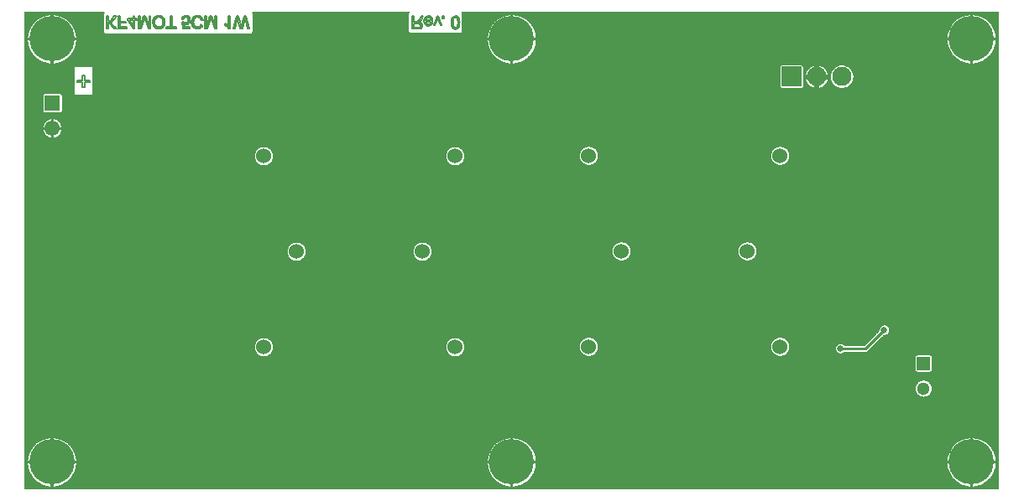
<source format=gbl>
%FSLAX33Y33*%
%MOMM*%
%AMRect-W4059999-H1520000-RO1.000*
21,1,4.059999,1.52,0.,0.,180*%
%AMRect-W1300000-H1300000-RO0.500*
21,1,1.3,1.3,0.,0.,270*%
%AMRect-W1950000-H1950000-RO0.500*
21,1,1.95,1.95,0.,0.,270*%
%ADD10C,0.0508*%
%ADD11C,0.254*%
%ADD12C,0.635*%
%ADD13C,4.572*%
%ADD14C,0.762*%
%ADD15Rect-W4059999-H1520000-RO1.000*%
%ADD16R,1.55X1.55*%
%ADD17C,1.55*%
%ADD18C,1.3*%
%ADD19Rect-W1300000-H1300000-RO0.500*%
%ADD20C,1.524*%
%ADD21R,4.059999X1.52*%
%ADD22C,1.95*%
%ADD23Rect-W1950000-H1950000-RO0.500*%
%ADD24C,0.2032*%
D10*
%LNpour fill*%
G01*
X98600Y48600D02*
X98600Y48600D01*
X44459Y48600*
X44500Y48500*
X44500Y48500*
X44508Y48469*
X44508Y48469*
X44510Y48437*
X44510Y48437*
X44510Y46659*
X44510Y46659*
X44508Y46628*
X44508Y46628*
X44500Y46597*
X44500Y46597*
X44488Y46567*
X44488Y46567*
X44471Y46540*
X44471Y46540*
X44451Y46516*
X44451Y46516*
X44426Y46495*
X44426Y46495*
X44399Y46478*
X44399Y46478*
X44370Y46466*
X44370Y46466*
X44339Y46458*
X44339Y46458*
X44307Y46456*
X44307Y46456*
X39300Y46456*
X39300Y46456*
X39268Y46458*
X39268Y46458*
X39237Y46466*
X39237Y46466*
X39208Y46478*
X39208Y46478*
X39180Y46495*
X39180Y46495*
X39156Y46516*
X39156Y46516*
X39135Y46540*
X39135Y46540*
X39119Y46567*
X39119Y46567*
X39107Y46597*
X39106Y46597*
X39099Y46628*
X39099Y46628*
X39097Y46659*
X39097Y46659*
X39097Y48437*
X39097Y48437*
X39099Y48469*
X39099Y48469*
X39106Y48500*
X39107Y48500*
X39148Y48600*
X23369Y48600*
X23333Y48535*
X23351Y48505*
X23351Y48505*
X23363Y48475*
X23363Y48475*
X23371Y48444*
X23371Y48444*
X23373Y48412*
X23373Y48412*
X23373Y46634*
X23373Y46634*
X23371Y46603*
X23371Y46603*
X23363Y46572*
X23363Y46572*
X23351Y46542*
X23351Y46542*
X23334Y46515*
X23334Y46515*
X23314Y46491*
X23314Y46491*
X23289Y46470*
X23289Y46470*
X23262Y46453*
X23262Y46453*
X23233Y46441*
X23233Y46441*
X23202Y46433*
X23202Y46433*
X23170Y46431*
X23170Y46431*
X8550Y46431*
X8550Y46431*
X8518Y46433*
X8518Y46433*
X8487Y46441*
X8487Y46441*
X8458Y46453*
X8458Y46453*
X8430Y46470*
X8430Y46470*
X8406Y46491*
X8406Y46491*
X8385Y46515*
X8385Y46515*
X8369Y46542*
X8369Y46542*
X8357Y46572*
X8356Y46572*
X8349Y46603*
X8349Y46603*
X8347Y46634*
X8347Y46634*
X8347Y48412*
X8347Y48412*
X8349Y48444*
X8349Y48444*
X8356Y48475*
X8357Y48475*
X8369Y48505*
X8369Y48505*
X8387Y48535*
X8351Y48600*
X0400Y48600*
X0400Y0400*
X98600Y0400*
X98600Y48600*
X51980Y45964D02*
X49589Y45964D01*
X49589Y48355*
X50054Y48303*
X50580Y48119*
X51053Y47822*
X51447Y47428*
X51744Y46955*
X51928Y46429*
X51980Y45964*
X5605Y45964D02*
X3214Y45964D01*
X3214Y48355*
X3679Y48303*
X4205Y48119*
X4678Y47822*
X5072Y47428*
X5369Y46955*
X5553Y46429*
X5605Y45964*
X98355Y45964D02*
X95964Y45964D01*
X95964Y48355*
X96429Y48303*
X96955Y48119*
X97428Y47822*
X97822Y47428*
X98119Y46955*
X98303Y46429*
X98355Y45964*
X3036Y45964D02*
X0645Y45964D01*
X0697Y46429*
X0881Y46955*
X1178Y47428*
X1572Y47822*
X2045Y48119*
X2571Y48303*
X3036Y48355*
X3036Y45964*
X49411Y45964D02*
X47020Y45964D01*
X47072Y46429*
X47256Y46955*
X47553Y47428*
X47947Y47822*
X48420Y48119*
X48946Y48303*
X49411Y48355*
X49411Y45964*
X95786Y45964D02*
X93395Y45964D01*
X93447Y46429*
X93631Y46955*
X93928Y47428*
X94322Y47822*
X94795Y48119*
X95321Y48303*
X95786Y48355*
X95786Y45964*
X95964Y43395D02*
X95964Y45786D01*
X98355Y45786*
X98303Y45321*
X98119Y44795*
X97822Y44322*
X97428Y43928*
X96955Y43631*
X96429Y43447*
X95964Y43395*
X95786Y43395D02*
X95321Y43447D01*
X94795Y43631*
X94322Y43928*
X93928Y44322*
X93631Y44795*
X93447Y45321*
X93395Y45786*
X95786Y45786*
X95786Y43395*
X49589Y43395D02*
X49589Y45786D01*
X51980Y45786*
X51928Y45321*
X51744Y44795*
X51447Y44322*
X51053Y43928*
X50580Y43631*
X50054Y43447*
X49589Y43395*
X49411Y43395D02*
X48946Y43447D01*
X48420Y43631*
X47947Y43928*
X47553Y44322*
X47256Y44795*
X47072Y45321*
X47020Y45786*
X49411Y45786*
X49411Y43395*
X3214Y43395D02*
X3214Y45786D01*
X5605Y45786*
X5553Y45321*
X5369Y44795*
X5072Y44322*
X4678Y43928*
X4205Y43631*
X3679Y43447*
X3214Y43395*
X3036Y43395D02*
X2571Y43447D01*
X2045Y43631*
X1572Y43928*
X1178Y44322*
X0881Y44795*
X0697Y45321*
X0645Y45786*
X3036Y45786*
X3036Y43395*
X78710Y40896D02*
X76760Y40896D01*
X76728Y40898*
X76697Y40906*
X76667Y40918*
X76640Y40935*
X76616Y40956*
X76595Y40980*
X76578Y41007*
X76566Y41037*
X76558Y41068*
X76556Y41100*
X76556Y43050*
X76558Y43082*
X76566Y43113*
X76578Y43143*
X76595Y43170*
X76616Y43194*
X76640Y43215*
X76667Y43232*
X76697Y43244*
X76728Y43252*
X76760Y43254*
X78710Y43254*
X78742Y43252*
X78773Y43244*
X78803Y43232*
X78830Y43215*
X78854Y43194*
X78875Y43170*
X78892Y43143*
X78904Y43113*
X78912Y43082*
X78914Y43050*
X78914Y41100*
X78912Y41068*
X78904Y41037*
X78892Y41007*
X78875Y40980*
X78854Y40956*
X78830Y40935*
X78803Y40918*
X78773Y40906*
X78742Y40898*
X78710Y40896*
X82957Y40904D02*
X82673Y40904D01*
X82397Y40972*
X82145Y41105*
X81932Y41293*
X81771Y41527*
X81670Y41793*
X81636Y42075*
X81670Y42357*
X81771Y42623*
X81932Y42857*
X82145Y43045*
X82397Y43178*
X82673Y43246*
X82957Y43246*
X83233Y43178*
X83485Y43045*
X83698Y42857*
X83859Y42623*
X83960Y42357*
X83994Y42075*
X83960Y41793*
X83859Y41527*
X83698Y41293*
X83485Y41105*
X83233Y40972*
X82957Y40904*
X81430Y42275D02*
X80475Y42275D01*
X80475Y43231*
X80693Y43178*
X80945Y43045*
X81158Y42857*
X81319Y42623*
X81420Y42357*
X81430Y42275*
X80075Y42275D02*
X79120Y42275D01*
X79130Y42357*
X79231Y42623*
X79392Y42857*
X79605Y43045*
X79857Y43178*
X80075Y43231*
X80075Y42275*
X7025Y40203D02*
X5542Y40203D01*
X5510Y40206*
X5479Y40213*
X5449Y40225*
X5422Y40242*
X5398Y40263*
X5377Y40287*
X5361Y40314*
X5348Y40344*
X5341Y40375*
X5338Y40406*
X5338Y42946*
X5341Y42978*
X5348Y43009*
X5361Y43039*
X5377Y43066*
X5398Y43090*
X5422Y43111*
X5449Y43127*
X5479Y43140*
X5510Y43147*
X5542Y43150*
X7025Y43150*
X7057Y43147*
X7088Y43140*
X7117Y43127*
X7144Y43111*
X7169Y43090*
X7189Y43066*
X7206Y43039*
X7218Y43009*
X7226Y42978*
X7228Y42946*
X7228Y40406*
X7226Y40375*
X7218Y40344*
X7206Y40314*
X7189Y40287*
X7169Y40263*
X7144Y40242*
X7117Y40225*
X7088Y40213*
X7057Y40206*
X7025Y40203*
X80475Y40919D02*
X80475Y41875D01*
X81430Y41875*
X81420Y41793*
X81319Y41527*
X81158Y41293*
X80945Y41105*
X80693Y40972*
X80475Y40919*
X80075Y40919D02*
X79857Y40972D01*
X79605Y41105*
X79392Y41293*
X79231Y41527*
X79130Y41793*
X79120Y41875*
X80075Y41875*
X80075Y40919*
X3950Y38411D02*
X2400Y38411D01*
X2368Y38413*
X2337Y38421*
X2307Y38433*
X2280Y38450*
X2256Y38471*
X2235Y38495*
X2218Y38522*
X2206Y38552*
X2198Y38583*
X2196Y38615*
X2196Y40165*
X2198Y40197*
X2206Y40228*
X2218Y40258*
X2235Y40285*
X2256Y40309*
X2280Y40330*
X2307Y40347*
X2337Y40359*
X2368Y40367*
X2400Y40369*
X3950Y40369*
X3982Y40367*
X4013Y40359*
X4043Y40347*
X4070Y40330*
X4094Y40309*
X4115Y40285*
X4132Y40258*
X4144Y40228*
X4152Y40197*
X4154Y40165*
X4154Y38615*
X4152Y38583*
X4144Y38552*
X4132Y38522*
X4115Y38495*
X4094Y38471*
X4070Y38450*
X4043Y38433*
X4013Y38421*
X3982Y38413*
X3950Y38411*
X3073Y36952D02*
X2208Y36952D01*
X2224Y37084*
X2308Y37305*
X2442Y37499*
X2619Y37656*
X2828Y37766*
X3057Y37822*
X3073Y37822*
X3073Y36952*
X4142Y36952D02*
X3277Y36952D01*
X3277Y37822*
X3293Y37822*
X3522Y37766*
X3731Y37656*
X3908Y37499*
X4042Y37305*
X4126Y37084*
X4142Y36952*
X3293Y35878D02*
X3277Y35878D01*
X3277Y36748*
X4142Y36748*
X4126Y36616*
X4042Y36395*
X3908Y36201*
X3731Y36044*
X3522Y35934*
X3293Y35878*
X3073Y35878D02*
X3057Y35878D01*
X2828Y35934*
X2619Y36044*
X2442Y36201*
X2308Y36395*
X2224Y36616*
X2208Y36748*
X3073Y36748*
X3073Y35878*
X57389Y33118D02*
X57157Y33118D01*
X56930Y33174*
X56724Y33282*
X56550Y33436*
X56417Y33628*
X56335Y33846*
X56307Y34077*
X56335Y34308*
X56417Y34526*
X56550Y34718*
X56724Y34872*
X56930Y34980*
X57157Y35036*
X57389Y35036*
X57616Y34980*
X57822Y34872*
X57996Y34718*
X58129Y34526*
X58211Y34308*
X58239Y34077*
X58211Y33846*
X58129Y33628*
X57996Y33436*
X57822Y33282*
X57616Y33174*
X57389Y33118*
X76693Y33118D02*
X76461Y33118D01*
X76234Y33174*
X76028Y33282*
X75854Y33436*
X75721Y33628*
X75639Y33846*
X75611Y34077*
X75639Y34308*
X75721Y34526*
X75854Y34718*
X76028Y34872*
X76234Y34980*
X76461Y35036*
X76693Y35036*
X76920Y34980*
X77126Y34872*
X77300Y34718*
X77433Y34526*
X77515Y34308*
X77543Y34077*
X77515Y33846*
X77433Y33628*
X77300Y33436*
X77126Y33282*
X76920Y33174*
X76693Y33118*
X24614Y33093D02*
X24382Y33093D01*
X24155Y33149*
X23949Y33257*
X23775Y33411*
X23642Y33603*
X23560Y33821*
X23532Y34052*
X23560Y34283*
X23642Y34501*
X23775Y34693*
X23949Y34847*
X24155Y34955*
X24382Y35011*
X24614Y35011*
X24841Y34955*
X25047Y34847*
X25221Y34693*
X25354Y34501*
X25436Y34283*
X25464Y34052*
X25436Y33821*
X25354Y33603*
X25221Y33411*
X25047Y33257*
X24841Y33149*
X24614Y33093*
X43918Y33093D02*
X43686Y33093D01*
X43459Y33149*
X43253Y33257*
X43079Y33411*
X42946Y33603*
X42864Y33821*
X42836Y34052*
X42864Y34283*
X42946Y34501*
X43079Y34693*
X43253Y34847*
X43459Y34955*
X43686Y35011*
X43918Y35011*
X44145Y34955*
X44351Y34847*
X44525Y34693*
X44658Y34501*
X44740Y34283*
X44768Y34052*
X44740Y33821*
X44658Y33603*
X44525Y33411*
X44351Y33257*
X44145Y33149*
X43918Y33093*
X60691Y23466D02*
X60459Y23466D01*
X60232Y23522*
X60026Y23630*
X59852Y23784*
X59719Y23976*
X59637Y24194*
X59609Y24425*
X59637Y24656*
X59719Y24874*
X59852Y25066*
X60026Y25220*
X60232Y25328*
X60459Y25384*
X60691Y25384*
X60918Y25328*
X61124Y25220*
X61298Y25066*
X61431Y24874*
X61513Y24656*
X61541Y24425*
X61513Y24194*
X61431Y23976*
X61298Y23784*
X61124Y23630*
X60918Y23522*
X60691Y23466*
X73391Y23466D02*
X73159Y23466D01*
X72932Y23522*
X72726Y23630*
X72552Y23784*
X72419Y23976*
X72337Y24194*
X72309Y24425*
X72337Y24656*
X72419Y24874*
X72552Y25066*
X72726Y25220*
X72932Y25328*
X73159Y25384*
X73391Y25384*
X73618Y25328*
X73824Y25220*
X73998Y25066*
X74131Y24874*
X74213Y24656*
X74241Y24425*
X74213Y24194*
X74131Y23976*
X73998Y23784*
X73824Y23630*
X73618Y23522*
X73391Y23466*
X27916Y23441D02*
X27684Y23441D01*
X27457Y23497*
X27251Y23605*
X27077Y23759*
X26944Y23951*
X26862Y24169*
X26834Y24400*
X26862Y24631*
X26944Y24849*
X27077Y25041*
X27251Y25195*
X27457Y25303*
X27684Y25359*
X27916Y25359*
X28143Y25303*
X28349Y25195*
X28523Y25041*
X28656Y24849*
X28738Y24631*
X28766Y24400*
X28738Y24169*
X28656Y23951*
X28523Y23759*
X28349Y23605*
X28143Y23497*
X27916Y23441*
X40616Y23441D02*
X40384Y23441D01*
X40157Y23497*
X39951Y23605*
X39777Y23759*
X39644Y23951*
X39562Y24169*
X39534Y24400*
X39562Y24631*
X39644Y24849*
X39777Y25041*
X39951Y25195*
X40157Y25303*
X40384Y25359*
X40616Y25359*
X40843Y25303*
X41049Y25195*
X41223Y25041*
X41356Y24849*
X41438Y24631*
X41466Y24400*
X41438Y24169*
X41356Y23951*
X41223Y23759*
X41049Y23605*
X40843Y23497*
X40616Y23441*
X82738Y14082D02*
X82612Y14082D01*
X82490Y14112*
X82379Y14171*
X82285Y14254*
X82213Y14358*
X82168Y14475*
X82153Y14600*
X82168Y14725*
X82213Y14842*
X82285Y14946*
X82379Y15029*
X82490Y15088*
X82612Y15118*
X82738Y15118*
X82860Y15088*
X82971Y15029*
X83082Y14931*
X85088Y14931*
X86584Y16427*
X86578Y16475*
X86593Y16600*
X86638Y16717*
X86710Y16821*
X86804Y16904*
X86915Y16963*
X87037Y16993*
X87163Y16993*
X87285Y16963*
X87396Y16904*
X87490Y16821*
X87562Y16717*
X87607Y16600*
X87622Y16475*
X87607Y16350*
X87562Y16233*
X87490Y16129*
X87396Y16046*
X87285Y15987*
X87163Y15957*
X87050Y15957*
X85459Y14366*
X85409Y14325*
X85352Y14294*
X85290Y14275*
X85225Y14269*
X83082Y14269*
X82971Y14171*
X82860Y14112*
X82738Y14082*
X57389Y13814D02*
X57157Y13814D01*
X56930Y13870*
X56724Y13978*
X56550Y14132*
X56417Y14324*
X56335Y14542*
X56307Y14773*
X56335Y15004*
X56417Y15222*
X56550Y15414*
X56724Y15568*
X56930Y15676*
X57157Y15732*
X57389Y15732*
X57616Y15676*
X57822Y15568*
X57996Y15414*
X58129Y15222*
X58211Y15004*
X58239Y14773*
X58211Y14542*
X58129Y14324*
X57996Y14132*
X57822Y13978*
X57616Y13870*
X57389Y13814*
X76693Y13814D02*
X76461Y13814D01*
X76234Y13870*
X76028Y13978*
X75854Y14132*
X75721Y14324*
X75639Y14542*
X75611Y14773*
X75639Y15004*
X75721Y15222*
X75854Y15414*
X76028Y15568*
X76234Y15676*
X76461Y15732*
X76693Y15732*
X76920Y15676*
X77126Y15568*
X77300Y15414*
X77433Y15222*
X77515Y15004*
X77543Y14773*
X77515Y14542*
X77433Y14324*
X77300Y14132*
X77126Y13978*
X76920Y13870*
X76693Y13814*
X24614Y13789D02*
X24382Y13789D01*
X24155Y13845*
X23949Y13953*
X23775Y14107*
X23642Y14299*
X23560Y14517*
X23532Y14748*
X23560Y14979*
X23642Y15197*
X23775Y15389*
X23949Y15543*
X24155Y15651*
X24382Y15707*
X24614Y15707*
X24841Y15651*
X25047Y15543*
X25221Y15389*
X25354Y15197*
X25436Y14979*
X25464Y14748*
X25436Y14517*
X25354Y14299*
X25221Y14107*
X25047Y13953*
X24841Y13845*
X24614Y13789*
X43918Y13789D02*
X43686Y13789D01*
X43459Y13845*
X43253Y13953*
X43079Y14107*
X42946Y14299*
X42864Y14517*
X42836Y14748*
X42864Y14979*
X42946Y15197*
X43079Y15389*
X43253Y15543*
X43459Y15651*
X43686Y15707*
X43918Y15707*
X44145Y15651*
X44351Y15543*
X44525Y15389*
X44658Y15197*
X44740Y14979*
X44768Y14748*
X44740Y14517*
X44658Y14299*
X44525Y14107*
X44351Y13953*
X44145Y13845*
X43918Y13789*
X91700Y12241D02*
X90400Y12241D01*
X90368Y12243*
X90337Y12251*
X90307Y12263*
X90280Y12280*
X90256Y12301*
X90235Y12325*
X90218Y12352*
X90206Y12382*
X90198Y12413*
X90196Y12445*
X90196Y13745*
X90198Y13777*
X90206Y13808*
X90218Y13838*
X90235Y13865*
X90256Y13889*
X90280Y13910*
X90307Y13927*
X90337Y13939*
X90368Y13947*
X90400Y13949*
X91700Y13949*
X91732Y13947*
X91763Y13939*
X91793Y13927*
X91820Y13910*
X91844Y13889*
X91865Y13865*
X91882Y13838*
X91894Y13808*
X91902Y13777*
X91904Y13745*
X91904Y12445*
X91902Y12413*
X91894Y12382*
X91882Y12352*
X91865Y12325*
X91844Y12301*
X91820Y12280*
X91793Y12263*
X91763Y12251*
X91732Y12243*
X91700Y12241*
X91153Y9707D02*
X90947Y9707D01*
X90747Y9756*
X90565Y9852*
X90411Y9989*
X90294Y10158*
X90221Y10351*
X90196Y10555*
X90221Y10759*
X90294Y10952*
X90411Y11121*
X90565Y11258*
X90747Y11354*
X90947Y11403*
X91153Y11403*
X91353Y11354*
X91535Y11258*
X91689Y11121*
X91806Y10952*
X91879Y10759*
X91904Y10555*
X91879Y10351*
X91806Y10158*
X91689Y9989*
X91535Y9852*
X91353Y9756*
X91153Y9707*
X51980Y3214D02*
X49589Y3214D01*
X49589Y5605*
X50054Y5553*
X50580Y5369*
X51053Y5072*
X51447Y4678*
X51744Y4205*
X51928Y3679*
X51980Y3214*
X5605Y3214D02*
X3214Y3214D01*
X3214Y5605*
X3679Y5553*
X4205Y5369*
X4678Y5072*
X5072Y4678*
X5369Y4205*
X5553Y3679*
X5605Y3214*
X98355Y3214D02*
X95964Y3214D01*
X95964Y5605*
X96429Y5553*
X96955Y5369*
X97428Y5072*
X97822Y4678*
X98119Y4205*
X98303Y3679*
X98355Y3214*
X3036Y3214D02*
X0645Y3214D01*
X0697Y3679*
X0881Y4205*
X1178Y4678*
X1572Y5072*
X2045Y5369*
X2571Y5553*
X3036Y5605*
X3036Y3214*
X49411Y3214D02*
X47020Y3214D01*
X47072Y3679*
X47256Y4205*
X47553Y4678*
X47947Y5072*
X48420Y5369*
X48946Y5553*
X49411Y5605*
X49411Y3214*
X95786Y3214D02*
X93395Y3214D01*
X93447Y3679*
X93631Y4205*
X93928Y4678*
X94322Y5072*
X94795Y5369*
X95321Y5553*
X95786Y5605*
X95786Y3214*
X95964Y0645D02*
X95964Y3036D01*
X98355Y3036*
X98303Y2571*
X98119Y2045*
X97822Y1572*
X97428Y1178*
X96955Y0881*
X96429Y0697*
X95964Y0645*
X95786Y0645D02*
X95321Y0697D01*
X94795Y0881*
X94322Y1178*
X93928Y1572*
X93631Y2045*
X93447Y2571*
X93395Y3036*
X95786Y3036*
X95786Y0645*
X49589Y0645D02*
X49589Y3036D01*
X51980Y3036*
X51928Y2571*
X51744Y2045*
X51447Y1572*
X51053Y1178*
X50580Y0881*
X50054Y0697*
X49589Y0645*
X49411Y0645D02*
X48946Y0697D01*
X48420Y0881*
X47947Y1178*
X47553Y1572*
X47256Y2045*
X47072Y2571*
X47020Y3036*
X49411Y3036*
X49411Y0645*
X3214Y0645D02*
X3214Y3036D01*
X5605Y3036*
X5553Y2571*
X5369Y2045*
X5072Y1572*
X4678Y1178*
X4205Y0881*
X3679Y0697*
X3214Y0645*
X3036Y0645D02*
X2571Y0697D01*
X2045Y0881*
X1572Y1178*
X1178Y1572*
X0881Y2045*
X0697Y2571*
X0645Y3036*
X3036Y3036*
X3036Y0645*
X0400Y0450D02*
X98600Y0450D01*
X0400Y0499D02*
X98600Y0499D01*
X0400Y0549D02*
X98600Y0549D01*
X0400Y0598D02*
X98600Y0598D01*
X0400Y0648D02*
X3009Y0648D01*
X3036Y0648D02*
X3214Y0648D01*
X3241Y0648D02*
X49384Y0648D01*
X49411Y0648D02*
X49589Y0648D01*
X49616Y0648D02*
X95759Y0648D01*
X95786Y0648D02*
X95964Y0648D01*
X95991Y0648D02*
X98600Y0648D01*
X0400Y0697D02*
X2570Y0697D01*
X3036Y0697D02*
X3214Y0697D01*
X3680Y0697D02*
X48945Y0697D01*
X49411Y0697D02*
X49589Y0697D01*
X50055Y0697D02*
X95320Y0697D01*
X95786Y0697D02*
X95964Y0697D01*
X96430Y0697D02*
X98600Y0697D01*
X0400Y0747D02*
X2429Y0747D01*
X3036Y0747D02*
X3214Y0747D01*
X3821Y0747D02*
X48804Y0747D01*
X49411Y0747D02*
X49589Y0747D01*
X50196Y0747D02*
X95179Y0747D01*
X95786Y0747D02*
X95964Y0747D01*
X96571Y0747D02*
X98600Y0747D01*
X0400Y0796D02*
X2287Y0796D01*
X3036Y0796D02*
X3214Y0796D01*
X3963Y0796D02*
X48662Y0796D01*
X49411Y0796D02*
X49589Y0796D01*
X50338Y0796D02*
X95037Y0796D01*
X95786Y0796D02*
X95964Y0796D01*
X96713Y0796D02*
X98600Y0796D01*
X0400Y0846D02*
X2146Y0846D01*
X3036Y0846D02*
X3214Y0846D01*
X4104Y0846D02*
X48521Y0846D01*
X49411Y0846D02*
X49589Y0846D01*
X50479Y0846D02*
X94896Y0846D01*
X95786Y0846D02*
X95964Y0846D01*
X96854Y0846D02*
X98600Y0846D01*
X0400Y0895D02*
X2022Y0895D01*
X3036Y0895D02*
X3214Y0895D01*
X4228Y0895D02*
X48397Y0895D01*
X49411Y0895D02*
X49589Y0895D01*
X50603Y0895D02*
X94772Y0895D01*
X95786Y0895D02*
X95964Y0895D01*
X96978Y0895D02*
X98600Y0895D01*
X0400Y0945D02*
X1943Y0945D01*
X3036Y0945D02*
X3214Y0945D01*
X4307Y0945D02*
X48318Y0945D01*
X49411Y0945D02*
X49589Y0945D01*
X50682Y0945D02*
X94693Y0945D01*
X95786Y0945D02*
X95964Y0945D01*
X97057Y0945D02*
X98600Y0945D01*
X0400Y0994D02*
X1864Y0994D01*
X3036Y0994D02*
X3214Y0994D01*
X4386Y0994D02*
X48239Y0994D01*
X49411Y0994D02*
X49589Y0994D01*
X50761Y0994D02*
X94614Y0994D01*
X95786Y0994D02*
X95964Y0994D01*
X97136Y0994D02*
X98600Y0994D01*
X0400Y1044D02*
X1785Y1044D01*
X3036Y1044D02*
X3214Y1044D01*
X4465Y1044D02*
X48160Y1044D01*
X49411Y1044D02*
X49589Y1044D01*
X50840Y1044D02*
X94535Y1044D01*
X95786Y1044D02*
X95964Y1044D01*
X97215Y1044D02*
X98600Y1044D01*
X0400Y1093D02*
X1707Y1093D01*
X3036Y1093D02*
X3214Y1093D01*
X4543Y1093D02*
X48082Y1093D01*
X49411Y1093D02*
X49589Y1093D01*
X50918Y1093D02*
X94457Y1093D01*
X95786Y1093D02*
X95964Y1093D01*
X97293Y1093D02*
X98600Y1093D01*
X0400Y1143D02*
X1628Y1143D01*
X3036Y1143D02*
X3214Y1143D01*
X4622Y1143D02*
X48003Y1143D01*
X49411Y1143D02*
X49589Y1143D01*
X50997Y1143D02*
X94378Y1143D01*
X95786Y1143D02*
X95964Y1143D01*
X97372Y1143D02*
X98600Y1143D01*
X0400Y1192D02*
X1558Y1192D01*
X3036Y1192D02*
X3214Y1192D01*
X4692Y1192D02*
X47933Y1192D01*
X49411Y1192D02*
X49589Y1192D01*
X51067Y1192D02*
X94308Y1192D01*
X95786Y1192D02*
X95964Y1192D01*
X97442Y1192D02*
X98600Y1192D01*
X0400Y1242D02*
X1508Y1242D01*
X3036Y1242D02*
X3214Y1242D01*
X4742Y1242D02*
X47883Y1242D01*
X49411Y1242D02*
X49589Y1242D01*
X51117Y1242D02*
X94258Y1242D01*
X95786Y1242D02*
X95964Y1242D01*
X97492Y1242D02*
X98600Y1242D01*
X0400Y1292D02*
X1459Y1292D01*
X3036Y1292D02*
X3214Y1292D01*
X4791Y1292D02*
X47834Y1292D01*
X49411Y1292D02*
X49589Y1292D01*
X51166Y1292D02*
X94209Y1292D01*
X95786Y1292D02*
X95964Y1292D01*
X97541Y1292D02*
X98600Y1292D01*
X0400Y1341D02*
X1409Y1341D01*
X3036Y1341D02*
X3214Y1341D01*
X4841Y1341D02*
X47784Y1341D01*
X49411Y1341D02*
X49589Y1341D01*
X51216Y1341D02*
X94159Y1341D01*
X95786Y1341D02*
X95964Y1341D01*
X97591Y1341D02*
X98600Y1341D01*
X0400Y1391D02*
X1360Y1391D01*
X3036Y1391D02*
X3214Y1391D01*
X4890Y1391D02*
X47735Y1391D01*
X49411Y1391D02*
X49589Y1391D01*
X51265Y1391D02*
X94110Y1391D01*
X95786Y1391D02*
X95964Y1391D01*
X97640Y1391D02*
X98600Y1391D01*
X0400Y1440D02*
X1310Y1440D01*
X3036Y1440D02*
X3214Y1440D01*
X4940Y1440D02*
X47685Y1440D01*
X49411Y1440D02*
X49589Y1440D01*
X51315Y1440D02*
X94060Y1440D01*
X95786Y1440D02*
X95964Y1440D01*
X97690Y1440D02*
X98600Y1440D01*
X0400Y1490D02*
X1260Y1490D01*
X3036Y1490D02*
X3214Y1490D01*
X4990Y1490D02*
X47635Y1490D01*
X49411Y1490D02*
X49589Y1490D01*
X51365Y1490D02*
X94010Y1490D01*
X95786Y1490D02*
X95964Y1490D01*
X97740Y1490D02*
X98600Y1490D01*
X0400Y1539D02*
X1211Y1539D01*
X3036Y1539D02*
X3214Y1539D01*
X5039Y1539D02*
X47586Y1539D01*
X49411Y1539D02*
X49589Y1539D01*
X51414Y1539D02*
X93961Y1539D01*
X95786Y1539D02*
X95964Y1539D01*
X97789Y1539D02*
X98600Y1539D01*
X0400Y1589D02*
X1168Y1589D01*
X3036Y1589D02*
X3214Y1589D01*
X5082Y1589D02*
X47543Y1589D01*
X49411Y1589D02*
X49589Y1589D01*
X51457Y1589D02*
X93918Y1589D01*
X95786Y1589D02*
X95964Y1589D01*
X97832Y1589D02*
X98600Y1589D01*
X0400Y1638D02*
X1136Y1638D01*
X3036Y1638D02*
X3214Y1638D01*
X5114Y1638D02*
X47511Y1638D01*
X49411Y1638D02*
X49589Y1638D01*
X51489Y1638D02*
X93886Y1638D01*
X95786Y1638D02*
X95964Y1638D01*
X97864Y1638D02*
X98600Y1638D01*
X0400Y1688D02*
X1105Y1688D01*
X3036Y1688D02*
X3214Y1688D01*
X5145Y1688D02*
X47480Y1688D01*
X49411Y1688D02*
X49589Y1688D01*
X51520Y1688D02*
X93855Y1688D01*
X95786Y1688D02*
X95964Y1688D01*
X97895Y1688D02*
X98600Y1688D01*
X0400Y1737D02*
X1074Y1737D01*
X3036Y1737D02*
X3214Y1737D01*
X5176Y1737D02*
X47449Y1737D01*
X49411Y1737D02*
X49589Y1737D01*
X51551Y1737D02*
X93824Y1737D01*
X95786Y1737D02*
X95964Y1737D01*
X97926Y1737D02*
X98600Y1737D01*
X0400Y1787D02*
X1043Y1787D01*
X3036Y1787D02*
X3214Y1787D01*
X5207Y1787D02*
X47418Y1787D01*
X49411Y1787D02*
X49589Y1787D01*
X51582Y1787D02*
X93793Y1787D01*
X95786Y1787D02*
X95964Y1787D01*
X97957Y1787D02*
X98600Y1787D01*
X0400Y1836D02*
X1012Y1836D01*
X3036Y1836D02*
X3214Y1836D01*
X5238Y1836D02*
X47387Y1836D01*
X49411Y1836D02*
X49589Y1836D01*
X51613Y1836D02*
X93762Y1836D01*
X95786Y1836D02*
X95964Y1836D01*
X97988Y1836D02*
X98600Y1836D01*
X0400Y1886D02*
X0981Y1886D01*
X3036Y1886D02*
X3214Y1886D01*
X5269Y1886D02*
X47356Y1886D01*
X49411Y1886D02*
X49589Y1886D01*
X51644Y1886D02*
X93731Y1886D01*
X95786Y1886D02*
X95964Y1886D01*
X98019Y1886D02*
X98600Y1886D01*
X0400Y1935D02*
X0950Y1935D01*
X3036Y1935D02*
X3214Y1935D01*
X5300Y1935D02*
X47325Y1935D01*
X49411Y1935D02*
X49589Y1935D01*
X51675Y1935D02*
X93700Y1935D01*
X95786Y1935D02*
X95964Y1935D01*
X98050Y1935D02*
X98600Y1935D01*
X0400Y1985D02*
X0919Y1985D01*
X3036Y1985D02*
X3214Y1985D01*
X5331Y1985D02*
X47294Y1985D01*
X49411Y1985D02*
X49589Y1985D01*
X51706Y1985D02*
X93669Y1985D01*
X95786Y1985D02*
X95964Y1985D01*
X98081Y1985D02*
X98600Y1985D01*
X0400Y2034D02*
X0887Y2034D01*
X3036Y2034D02*
X3214Y2034D01*
X5363Y2034D02*
X47262Y2034D01*
X49411Y2034D02*
X49589Y2034D01*
X51738Y2034D02*
X93637Y2034D01*
X95786Y2034D02*
X95964Y2034D01*
X98113Y2034D02*
X98600Y2034D01*
X0400Y2084D02*
X0867Y2084D01*
X3036Y2084D02*
X3214Y2084D01*
X5383Y2084D02*
X47242Y2084D01*
X49411Y2084D02*
X49589Y2084D01*
X51758Y2084D02*
X93617Y2084D01*
X95786Y2084D02*
X95964Y2084D01*
X98133Y2084D02*
X98600Y2084D01*
X0400Y2134D02*
X0850Y2134D01*
X3036Y2134D02*
X3214Y2134D01*
X5400Y2134D02*
X47225Y2134D01*
X49411Y2134D02*
X49589Y2134D01*
X51775Y2134D02*
X93600Y2134D01*
X95786Y2134D02*
X95964Y2134D01*
X98150Y2134D02*
X98600Y2134D01*
X0400Y2183D02*
X0833Y2183D01*
X3036Y2183D02*
X3214Y2183D01*
X5417Y2183D02*
X47208Y2183D01*
X49411Y2183D02*
X49589Y2183D01*
X51792Y2183D02*
X93583Y2183D01*
X95786Y2183D02*
X95964Y2183D01*
X98167Y2183D02*
X98600Y2183D01*
X0400Y2233D02*
X0815Y2233D01*
X3036Y2233D02*
X3214Y2233D01*
X5435Y2233D02*
X47190Y2233D01*
X49411Y2233D02*
X49589Y2233D01*
X51810Y2233D02*
X93565Y2233D01*
X95786Y2233D02*
X95964Y2233D01*
X98185Y2233D02*
X98600Y2233D01*
X0400Y2282D02*
X0798Y2282D01*
X3036Y2282D02*
X3214Y2282D01*
X5452Y2282D02*
X47173Y2282D01*
X49411Y2282D02*
X49589Y2282D01*
X51827Y2282D02*
X93548Y2282D01*
X95786Y2282D02*
X95964Y2282D01*
X98202Y2282D02*
X98600Y2282D01*
X0400Y2332D02*
X0781Y2332D01*
X3036Y2332D02*
X3214Y2332D01*
X5469Y2332D02*
X47156Y2332D01*
X49411Y2332D02*
X49589Y2332D01*
X51844Y2332D02*
X93531Y2332D01*
X95786Y2332D02*
X95964Y2332D01*
X98219Y2332D02*
X98600Y2332D01*
X0400Y2381D02*
X0763Y2381D01*
X3036Y2381D02*
X3214Y2381D01*
X5487Y2381D02*
X47138Y2381D01*
X49411Y2381D02*
X49589Y2381D01*
X51862Y2381D02*
X93513Y2381D01*
X95786Y2381D02*
X95964Y2381D01*
X98237Y2381D02*
X98600Y2381D01*
X0400Y2431D02*
X0746Y2431D01*
X3036Y2431D02*
X3214Y2431D01*
X5504Y2431D02*
X47121Y2431D01*
X49411Y2431D02*
X49589Y2431D01*
X51879Y2431D02*
X93496Y2431D01*
X95786Y2431D02*
X95964Y2431D01*
X98254Y2431D02*
X98600Y2431D01*
X0400Y2480D02*
X0729Y2480D01*
X3036Y2480D02*
X3214Y2480D01*
X5521Y2480D02*
X47104Y2480D01*
X49411Y2480D02*
X49589Y2480D01*
X51896Y2480D02*
X93479Y2480D01*
X95786Y2480D02*
X95964Y2480D01*
X98271Y2480D02*
X98600Y2480D01*
X0400Y2530D02*
X0711Y2530D01*
X3036Y2530D02*
X3214Y2530D01*
X5539Y2530D02*
X47086Y2530D01*
X49411Y2530D02*
X49589Y2530D01*
X51914Y2530D02*
X93461Y2530D01*
X95786Y2530D02*
X95964Y2530D01*
X98289Y2530D02*
X98600Y2530D01*
X0400Y2579D02*
X0696Y2579D01*
X3036Y2579D02*
X3214Y2579D01*
X5554Y2579D02*
X47071Y2579D01*
X49411Y2579D02*
X49589Y2579D01*
X51929Y2579D02*
X93446Y2579D01*
X95786Y2579D02*
X95964Y2579D01*
X98304Y2579D02*
X98600Y2579D01*
X0400Y2629D02*
X0690Y2629D01*
X3036Y2629D02*
X3214Y2629D01*
X5560Y2629D02*
X47065Y2629D01*
X49411Y2629D02*
X49589Y2629D01*
X51935Y2629D02*
X93440Y2629D01*
X95786Y2629D02*
X95964Y2629D01*
X98310Y2629D02*
X98600Y2629D01*
X0400Y2678D02*
X0685Y2678D01*
X3036Y2678D02*
X3214Y2678D01*
X5565Y2678D02*
X47060Y2678D01*
X49411Y2678D02*
X49589Y2678D01*
X51940Y2678D02*
X93435Y2678D01*
X95786Y2678D02*
X95964Y2678D01*
X98315Y2678D02*
X98600Y2678D01*
X0400Y2728D02*
X0679Y2728D01*
X3036Y2728D02*
X3214Y2728D01*
X5571Y2728D02*
X47054Y2728D01*
X49411Y2728D02*
X49589Y2728D01*
X51946Y2728D02*
X93429Y2728D01*
X95786Y2728D02*
X95964Y2728D01*
X98321Y2728D02*
X98600Y2728D01*
X0400Y2777D02*
X0674Y2777D01*
X3036Y2777D02*
X3214Y2777D01*
X5576Y2777D02*
X47049Y2777D01*
X49411Y2777D02*
X49589Y2777D01*
X51951Y2777D02*
X93424Y2777D01*
X95786Y2777D02*
X95964Y2777D01*
X98326Y2777D02*
X98600Y2777D01*
X0400Y2827D02*
X0668Y2827D01*
X3036Y2827D02*
X3214Y2827D01*
X5582Y2827D02*
X47043Y2827D01*
X49411Y2827D02*
X49589Y2827D01*
X51957Y2827D02*
X93418Y2827D01*
X95786Y2827D02*
X95964Y2827D01*
X98332Y2827D02*
X98600Y2827D01*
X0400Y2877D02*
X0663Y2877D01*
X3036Y2877D02*
X3214Y2877D01*
X5587Y2877D02*
X47038Y2877D01*
X49411Y2877D02*
X49589Y2877D01*
X51962Y2877D02*
X93413Y2877D01*
X95786Y2877D02*
X95964Y2877D01*
X98337Y2877D02*
X98600Y2877D01*
X0400Y2926D02*
X0657Y2926D01*
X3036Y2926D02*
X3214Y2926D01*
X5593Y2926D02*
X47032Y2926D01*
X49411Y2926D02*
X49589Y2926D01*
X51968Y2926D02*
X93407Y2926D01*
X95786Y2926D02*
X95964Y2926D01*
X98343Y2926D02*
X98600Y2926D01*
X0400Y2976D02*
X0651Y2976D01*
X3036Y2976D02*
X3214Y2976D01*
X5599Y2976D02*
X47026Y2976D01*
X49411Y2976D02*
X49589Y2976D01*
X51974Y2976D02*
X93401Y2976D01*
X95786Y2976D02*
X95964Y2976D01*
X98349Y2976D02*
X98600Y2976D01*
X0400Y3025D02*
X0646Y3025D01*
X3036Y3025D02*
X3214Y3025D01*
X5604Y3025D02*
X47021Y3025D01*
X49411Y3025D02*
X49589Y3025D01*
X51979Y3025D02*
X93396Y3025D01*
X95786Y3025D02*
X95964Y3025D01*
X98354Y3025D02*
X98600Y3025D01*
X0400Y3075D02*
X98600Y3075D01*
X0400Y3124D02*
X98600Y3124D01*
X0400Y3174D02*
X98600Y3174D01*
X0400Y3223D02*
X0646Y3223D01*
X3036Y3223D02*
X3214Y3223D01*
X5604Y3223D02*
X47021Y3223D01*
X49411Y3223D02*
X49589Y3223D01*
X51979Y3223D02*
X93396Y3223D01*
X95786Y3223D02*
X95964Y3223D01*
X98354Y3223D02*
X98600Y3223D01*
X0400Y3273D02*
X0651Y3273D01*
X3036Y3273D02*
X3214Y3273D01*
X5599Y3273D02*
X47026Y3273D01*
X49411Y3273D02*
X49589Y3273D01*
X51974Y3273D02*
X93401Y3273D01*
X95786Y3273D02*
X95964Y3273D01*
X98349Y3273D02*
X98600Y3273D01*
X0400Y3322D02*
X0657Y3322D01*
X3036Y3322D02*
X3214Y3322D01*
X5593Y3322D02*
X47032Y3322D01*
X49411Y3322D02*
X49589Y3322D01*
X51968Y3322D02*
X93407Y3322D01*
X95786Y3322D02*
X95964Y3322D01*
X98343Y3322D02*
X98600Y3322D01*
X0400Y3372D02*
X0662Y3372D01*
X3036Y3372D02*
X3214Y3372D01*
X5588Y3372D02*
X47037Y3372D01*
X49411Y3372D02*
X49589Y3372D01*
X51963Y3372D02*
X93412Y3372D01*
X95786Y3372D02*
X95964Y3372D01*
X98338Y3372D02*
X98600Y3372D01*
X0400Y3421D02*
X0668Y3421D01*
X3036Y3421D02*
X3214Y3421D01*
X5582Y3421D02*
X47043Y3421D01*
X49411Y3421D02*
X49589Y3421D01*
X51957Y3421D02*
X93418Y3421D01*
X95786Y3421D02*
X95964Y3421D01*
X98332Y3421D02*
X98600Y3421D01*
X0400Y3471D02*
X0674Y3471D01*
X3036Y3471D02*
X3214Y3471D01*
X5576Y3471D02*
X47049Y3471D01*
X49411Y3471D02*
X49589Y3471D01*
X51951Y3471D02*
X93424Y3471D01*
X95786Y3471D02*
X95964Y3471D01*
X98326Y3471D02*
X98600Y3471D01*
X0400Y3520D02*
X0679Y3520D01*
X3036Y3520D02*
X3214Y3520D01*
X5571Y3520D02*
X47054Y3520D01*
X49411Y3520D02*
X49589Y3520D01*
X51946Y3520D02*
X93429Y3520D01*
X95786Y3520D02*
X95964Y3520D01*
X98321Y3520D02*
X98600Y3520D01*
X0400Y3570D02*
X0685Y3570D01*
X3036Y3570D02*
X3214Y3570D01*
X5565Y3570D02*
X47060Y3570D01*
X49411Y3570D02*
X49589Y3570D01*
X51940Y3570D02*
X93435Y3570D01*
X95786Y3570D02*
X95964Y3570D01*
X98315Y3570D02*
X98600Y3570D01*
X0400Y3619D02*
X0690Y3619D01*
X3036Y3619D02*
X3214Y3619D01*
X5560Y3619D02*
X47065Y3619D01*
X49411Y3619D02*
X49589Y3619D01*
X51935Y3619D02*
X93440Y3619D01*
X95786Y3619D02*
X95964Y3619D01*
X98310Y3619D02*
X98600Y3619D01*
X0400Y3669D02*
X0696Y3669D01*
X3036Y3669D02*
X3214Y3669D01*
X5554Y3669D02*
X47071Y3669D01*
X49411Y3669D02*
X49589Y3669D01*
X51929Y3669D02*
X93446Y3669D01*
X95786Y3669D02*
X95964Y3669D01*
X98304Y3669D02*
X98600Y3669D01*
X0400Y3719D02*
X0711Y3719D01*
X3036Y3719D02*
X3214Y3719D01*
X5539Y3719D02*
X47086Y3719D01*
X49411Y3719D02*
X49589Y3719D01*
X51914Y3719D02*
X93461Y3719D01*
X95786Y3719D02*
X95964Y3719D01*
X98289Y3719D02*
X98600Y3719D01*
X0400Y3768D02*
X0728Y3768D01*
X3036Y3768D02*
X3214Y3768D01*
X5522Y3768D02*
X47103Y3768D01*
X49411Y3768D02*
X49589Y3768D01*
X51897Y3768D02*
X93478Y3768D01*
X95786Y3768D02*
X95964Y3768D01*
X98272Y3768D02*
X98600Y3768D01*
X0400Y3818D02*
X0745Y3818D01*
X3036Y3818D02*
X3214Y3818D01*
X5505Y3818D02*
X47120Y3818D01*
X49411Y3818D02*
X49589Y3818D01*
X51880Y3818D02*
X93495Y3818D01*
X95786Y3818D02*
X95964Y3818D01*
X98255Y3818D02*
X98600Y3818D01*
X0400Y3867D02*
X0763Y3867D01*
X3036Y3867D02*
X3214Y3867D01*
X5487Y3867D02*
X47138Y3867D01*
X49411Y3867D02*
X49589Y3867D01*
X51862Y3867D02*
X93513Y3867D01*
X95786Y3867D02*
X95964Y3867D01*
X98237Y3867D02*
X98600Y3867D01*
X0400Y3917D02*
X0780Y3917D01*
X3036Y3917D02*
X3214Y3917D01*
X5470Y3917D02*
X47155Y3917D01*
X49411Y3917D02*
X49589Y3917D01*
X51845Y3917D02*
X93530Y3917D01*
X95786Y3917D02*
X95964Y3917D01*
X98220Y3917D02*
X98600Y3917D01*
X0400Y3966D02*
X0797Y3966D01*
X3036Y3966D02*
X3214Y3966D01*
X5453Y3966D02*
X47172Y3966D01*
X49411Y3966D02*
X49589Y3966D01*
X51828Y3966D02*
X93547Y3966D01*
X95786Y3966D02*
X95964Y3966D01*
X98203Y3966D02*
X98600Y3966D01*
X0400Y4016D02*
X0815Y4016D01*
X3036Y4016D02*
X3214Y4016D01*
X5435Y4016D02*
X47190Y4016D01*
X49411Y4016D02*
X49589Y4016D01*
X51810Y4016D02*
X93565Y4016D01*
X95786Y4016D02*
X95964Y4016D01*
X98185Y4016D02*
X98600Y4016D01*
X0400Y4065D02*
X0832Y4065D01*
X3036Y4065D02*
X3214Y4065D01*
X5418Y4065D02*
X47207Y4065D01*
X49411Y4065D02*
X49589Y4065D01*
X51793Y4065D02*
X93582Y4065D01*
X95786Y4065D02*
X95964Y4065D01*
X98168Y4065D02*
X98600Y4065D01*
X0400Y4115D02*
X0849Y4115D01*
X3036Y4115D02*
X3214Y4115D01*
X5401Y4115D02*
X47224Y4115D01*
X49411Y4115D02*
X49589Y4115D01*
X51776Y4115D02*
X93599Y4115D01*
X95786Y4115D02*
X95964Y4115D01*
X98151Y4115D02*
X98600Y4115D01*
X0400Y4164D02*
X0867Y4164D01*
X3036Y4164D02*
X3214Y4164D01*
X5383Y4164D02*
X47242Y4164D01*
X49411Y4164D02*
X49589Y4164D01*
X51758Y4164D02*
X93617Y4164D01*
X95786Y4164D02*
X95964Y4164D01*
X98133Y4164D02*
X98600Y4164D01*
X0400Y4214D02*
X0886Y4214D01*
X3036Y4214D02*
X3214Y4214D01*
X5364Y4214D02*
X47261Y4214D01*
X49411Y4214D02*
X49589Y4214D01*
X51739Y4214D02*
X93636Y4214D01*
X95786Y4214D02*
X95964Y4214D01*
X98114Y4214D02*
X98600Y4214D01*
X0400Y4263D02*
X0917Y4263D01*
X3036Y4263D02*
X3214Y4263D01*
X5333Y4263D02*
X47292Y4263D01*
X49411Y4263D02*
X49589Y4263D01*
X51708Y4263D02*
X93667Y4263D01*
X95786Y4263D02*
X95964Y4263D01*
X98083Y4263D02*
X98600Y4263D01*
X0400Y4313D02*
X0949Y4313D01*
X3036Y4313D02*
X3214Y4313D01*
X5301Y4313D02*
X47324Y4313D01*
X49411Y4313D02*
X49589Y4313D01*
X51676Y4313D02*
X93699Y4313D01*
X95786Y4313D02*
X95964Y4313D01*
X98051Y4313D02*
X98600Y4313D01*
X0400Y4362D02*
X0980Y4362D01*
X3036Y4362D02*
X3214Y4362D01*
X5270Y4362D02*
X47355Y4362D01*
X49411Y4362D02*
X49589Y4362D01*
X51645Y4362D02*
X93730Y4362D01*
X95786Y4362D02*
X95964Y4362D01*
X98020Y4362D02*
X98600Y4362D01*
X0400Y4412D02*
X1011Y4412D01*
X3036Y4412D02*
X3214Y4412D01*
X5239Y4412D02*
X47386Y4412D01*
X49411Y4412D02*
X49589Y4412D01*
X51614Y4412D02*
X93761Y4412D01*
X95786Y4412D02*
X95964Y4412D01*
X97989Y4412D02*
X98600Y4412D01*
X0400Y4461D02*
X1042Y4461D01*
X3036Y4461D02*
X3214Y4461D01*
X5208Y4461D02*
X47417Y4461D01*
X49411Y4461D02*
X49589Y4461D01*
X51583Y4461D02*
X93792Y4461D01*
X95786Y4461D02*
X95964Y4461D01*
X97958Y4461D02*
X98600Y4461D01*
X0400Y4511D02*
X1073Y4511D01*
X3036Y4511D02*
X3214Y4511D01*
X5177Y4511D02*
X47448Y4511D01*
X49411Y4511D02*
X49589Y4511D01*
X51552Y4511D02*
X93823Y4511D01*
X95786Y4511D02*
X95964Y4511D01*
X97927Y4511D02*
X98600Y4511D01*
X0400Y4561D02*
X1104Y4561D01*
X3036Y4561D02*
X3214Y4561D01*
X5146Y4561D02*
X47479Y4561D01*
X49411Y4561D02*
X49589Y4561D01*
X51521Y4561D02*
X93854Y4561D01*
X95786Y4561D02*
X95964Y4561D01*
X97896Y4561D02*
X98600Y4561D01*
X0400Y4610D02*
X1135Y4610D01*
X3036Y4610D02*
X3214Y4610D01*
X5115Y4610D02*
X47510Y4610D01*
X49411Y4610D02*
X49589Y4610D01*
X51490Y4610D02*
X93885Y4610D01*
X95786Y4610D02*
X95964Y4610D01*
X97865Y4610D02*
X98600Y4610D01*
X0400Y4660D02*
X1166Y4660D01*
X3036Y4660D02*
X3214Y4660D01*
X5084Y4660D02*
X47541Y4660D01*
X49411Y4660D02*
X49589Y4660D01*
X51459Y4660D02*
X93916Y4660D01*
X95786Y4660D02*
X95964Y4660D01*
X97834Y4660D02*
X98600Y4660D01*
X0400Y4709D02*
X1209Y4709D01*
X3036Y4709D02*
X3214Y4709D01*
X5041Y4709D02*
X47584Y4709D01*
X49411Y4709D02*
X49589Y4709D01*
X51416Y4709D02*
X93959Y4709D01*
X95786Y4709D02*
X95964Y4709D01*
X97791Y4709D02*
X98600Y4709D01*
X0400Y4759D02*
X1259Y4759D01*
X3036Y4759D02*
X3214Y4759D01*
X4991Y4759D02*
X47634Y4759D01*
X49411Y4759D02*
X49589Y4759D01*
X51366Y4759D02*
X94009Y4759D01*
X95786Y4759D02*
X95964Y4759D01*
X97741Y4759D02*
X98600Y4759D01*
X0400Y4808D02*
X1308Y4808D01*
X3036Y4808D02*
X3214Y4808D01*
X4942Y4808D02*
X47683Y4808D01*
X49411Y4808D02*
X49589Y4808D01*
X51317Y4808D02*
X94058Y4808D01*
X95786Y4808D02*
X95964Y4808D01*
X97692Y4808D02*
X98600Y4808D01*
X0400Y4858D02*
X1358Y4858D01*
X3036Y4858D02*
X3214Y4858D01*
X4892Y4858D02*
X47733Y4858D01*
X49411Y4858D02*
X49589Y4858D01*
X51267Y4858D02*
X94108Y4858D01*
X95786Y4858D02*
X95964Y4858D01*
X97642Y4858D02*
X98600Y4858D01*
X0400Y4907D02*
X1407Y4907D01*
X3036Y4907D02*
X3214Y4907D01*
X4843Y4907D02*
X47782Y4907D01*
X49411Y4907D02*
X49589Y4907D01*
X51218Y4907D02*
X94157Y4907D01*
X95786Y4907D02*
X95964Y4907D01*
X97593Y4907D02*
X98600Y4907D01*
X0400Y4957D02*
X1457Y4957D01*
X3036Y4957D02*
X3214Y4957D01*
X4793Y4957D02*
X47832Y4957D01*
X49411Y4957D02*
X49589Y4957D01*
X51168Y4957D02*
X94207Y4957D01*
X95786Y4957D02*
X95964Y4957D01*
X97543Y4957D02*
X98600Y4957D01*
X0400Y5006D02*
X1506Y5006D01*
X3036Y5006D02*
X3214Y5006D01*
X4744Y5006D02*
X47881Y5006D01*
X49411Y5006D02*
X49589Y5006D01*
X51119Y5006D02*
X94256Y5006D01*
X95786Y5006D02*
X95964Y5006D01*
X97494Y5006D02*
X98600Y5006D01*
X0400Y5056D02*
X1556Y5056D01*
X3036Y5056D02*
X3214Y5056D01*
X4694Y5056D02*
X47931Y5056D01*
X49411Y5056D02*
X49589Y5056D01*
X51069Y5056D02*
X94306Y5056D01*
X95786Y5056D02*
X95964Y5056D01*
X97444Y5056D02*
X98600Y5056D01*
X0400Y5105D02*
X1625Y5105D01*
X3036Y5105D02*
X3214Y5105D01*
X4625Y5105D02*
X48000Y5105D01*
X49411Y5105D02*
X49589Y5105D01*
X51000Y5105D02*
X94375Y5105D01*
X95786Y5105D02*
X95964Y5105D01*
X97375Y5105D02*
X98600Y5105D01*
X0400Y5155D02*
X1704Y5155D01*
X3036Y5155D02*
X3214Y5155D01*
X4546Y5155D02*
X48079Y5155D01*
X49411Y5155D02*
X49589Y5155D01*
X50921Y5155D02*
X94454Y5155D01*
X95786Y5155D02*
X95964Y5155D01*
X97296Y5155D02*
X98600Y5155D01*
X0400Y5204D02*
X1783Y5204D01*
X3036Y5204D02*
X3214Y5204D01*
X4467Y5204D02*
X48158Y5204D01*
X49411Y5204D02*
X49589Y5204D01*
X50842Y5204D02*
X94533Y5204D01*
X95786Y5204D02*
X95964Y5204D01*
X97217Y5204D02*
X98600Y5204D01*
X0400Y5254D02*
X1862Y5254D01*
X3036Y5254D02*
X3214Y5254D01*
X4388Y5254D02*
X48237Y5254D01*
X49411Y5254D02*
X49589Y5254D01*
X50763Y5254D02*
X94612Y5254D01*
X95786Y5254D02*
X95964Y5254D01*
X97138Y5254D02*
X98600Y5254D01*
X0400Y5303D02*
X1940Y5303D01*
X3036Y5303D02*
X3214Y5303D01*
X4310Y5303D02*
X48315Y5303D01*
X49411Y5303D02*
X49589Y5303D01*
X50685Y5303D02*
X94690Y5303D01*
X95786Y5303D02*
X95964Y5303D01*
X97060Y5303D02*
X98600Y5303D01*
X0400Y5353D02*
X2019Y5353D01*
X3036Y5353D02*
X3214Y5353D01*
X4231Y5353D02*
X48394Y5353D01*
X49411Y5353D02*
X49589Y5353D01*
X50606Y5353D02*
X94769Y5353D01*
X95786Y5353D02*
X95964Y5353D01*
X96981Y5353D02*
X98600Y5353D01*
X0400Y5403D02*
X2141Y5403D01*
X3036Y5403D02*
X3214Y5403D01*
X4109Y5403D02*
X48516Y5403D01*
X49411Y5403D02*
X49589Y5403D01*
X50484Y5403D02*
X94891Y5403D01*
X95786Y5403D02*
X95964Y5403D01*
X96859Y5403D02*
X98600Y5403D01*
X0400Y5452D02*
X2282Y5452D01*
X3036Y5452D02*
X3214Y5452D01*
X3968Y5452D02*
X48657Y5452D01*
X49411Y5452D02*
X49589Y5452D01*
X50343Y5452D02*
X95032Y5452D01*
X95786Y5452D02*
X95964Y5452D01*
X96718Y5452D02*
X98600Y5452D01*
X0400Y5502D02*
X2424Y5502D01*
X3036Y5502D02*
X3214Y5502D01*
X3826Y5502D02*
X48799Y5502D01*
X49411Y5502D02*
X49589Y5502D01*
X50201Y5502D02*
X95174Y5502D01*
X95786Y5502D02*
X95964Y5502D01*
X96576Y5502D02*
X98600Y5502D01*
X0400Y5551D02*
X2565Y5551D01*
X3036Y5551D02*
X3214Y5551D01*
X3685Y5551D02*
X48940Y5551D01*
X49411Y5551D02*
X49589Y5551D01*
X50060Y5551D02*
X95315Y5551D01*
X95786Y5551D02*
X95964Y5551D01*
X96435Y5551D02*
X98600Y5551D01*
X0400Y5601D02*
X2994Y5601D01*
X3036Y5601D02*
X3214Y5601D01*
X3256Y5601D02*
X49369Y5601D01*
X49411Y5601D02*
X49589Y5601D01*
X49631Y5601D02*
X95744Y5601D01*
X95786Y5601D02*
X95964Y5601D01*
X96006Y5601D02*
X98600Y5601D01*
X0400Y5650D02*
X98600Y5650D01*
X0400Y5700D02*
X98600Y5700D01*
X0400Y5749D02*
X98600Y5749D01*
X0400Y5799D02*
X98600Y5799D01*
X0400Y5848D02*
X98600Y5848D01*
X0400Y5898D02*
X98600Y5898D01*
X0400Y5947D02*
X98600Y5947D01*
X0400Y5997D02*
X98600Y5997D01*
X0400Y6046D02*
X98600Y6046D01*
X0400Y6096D02*
X98600Y6096D01*
X0400Y6145D02*
X98600Y6145D01*
X0400Y6195D02*
X98600Y6195D01*
X0400Y6245D02*
X98600Y6245D01*
X0400Y6294D02*
X98600Y6294D01*
X0400Y6344D02*
X98600Y6344D01*
X0400Y6393D02*
X98600Y6393D01*
X0400Y6443D02*
X98600Y6443D01*
X0400Y6492D02*
X98600Y6492D01*
X0400Y6542D02*
X98600Y6542D01*
X0400Y6591D02*
X98600Y6591D01*
X0400Y6641D02*
X98600Y6641D01*
X0400Y6690D02*
X98600Y6690D01*
X0400Y6740D02*
X98600Y6740D01*
X0400Y6789D02*
X98600Y6789D01*
X0400Y6839D02*
X98600Y6839D01*
X0400Y6888D02*
X98600Y6888D01*
X0400Y6938D02*
X98600Y6938D01*
X0400Y6987D02*
X98600Y6987D01*
X0400Y7037D02*
X98600Y7037D01*
X0400Y7087D02*
X98600Y7087D01*
X0400Y7136D02*
X98600Y7136D01*
X0400Y7186D02*
X98600Y7186D01*
X0400Y7235D02*
X98600Y7235D01*
X0400Y7285D02*
X98600Y7285D01*
X0400Y7334D02*
X98600Y7334D01*
X0400Y7384D02*
X98600Y7384D01*
X0400Y7433D02*
X98600Y7433D01*
X0400Y7483D02*
X98600Y7483D01*
X0400Y7532D02*
X98600Y7532D01*
X0400Y7582D02*
X98600Y7582D01*
X0400Y7631D02*
X98600Y7631D01*
X0400Y7681D02*
X98600Y7681D01*
X0400Y7730D02*
X98600Y7730D01*
X0400Y7780D02*
X98600Y7780D01*
X0400Y7830D02*
X98600Y7830D01*
X0400Y7879D02*
X98600Y7879D01*
X0400Y7929D02*
X98600Y7929D01*
X0400Y7978D02*
X98600Y7978D01*
X0400Y8028D02*
X98600Y8028D01*
X0400Y8077D02*
X98600Y8077D01*
X0400Y8127D02*
X98600Y8127D01*
X0400Y8176D02*
X98600Y8176D01*
X0400Y8226D02*
X98600Y8226D01*
X0400Y8275D02*
X98600Y8275D01*
X0400Y8325D02*
X98600Y8325D01*
X0400Y8374D02*
X98600Y8374D01*
X0400Y8424D02*
X98600Y8424D01*
X0400Y8473D02*
X98600Y8473D01*
X0400Y8523D02*
X98600Y8523D01*
X0400Y8572D02*
X98600Y8572D01*
X0400Y8622D02*
X98600Y8622D01*
X0400Y8672D02*
X98600Y8672D01*
X0400Y8721D02*
X98600Y8721D01*
X0400Y8771D02*
X98600Y8771D01*
X0400Y8820D02*
X98600Y8820D01*
X0400Y8870D02*
X98600Y8870D01*
X0400Y8919D02*
X98600Y8919D01*
X0400Y8969D02*
X98600Y8969D01*
X0400Y9018D02*
X98600Y9018D01*
X0400Y9068D02*
X98600Y9068D01*
X0400Y9117D02*
X98600Y9117D01*
X0400Y9167D02*
X98600Y9167D01*
X0400Y9216D02*
X98600Y9216D01*
X0400Y9266D02*
X98600Y9266D01*
X0400Y9315D02*
X98600Y9315D01*
X0400Y9365D02*
X98600Y9365D01*
X0400Y9414D02*
X98600Y9414D01*
X0400Y9464D02*
X98600Y9464D01*
X0400Y9514D02*
X98600Y9514D01*
X0400Y9563D02*
X98600Y9563D01*
X0400Y9613D02*
X98600Y9613D01*
X0400Y9662D02*
X98600Y9662D01*
X0400Y9712D02*
X90927Y9712D01*
X91173Y9712D02*
X98600Y9712D01*
X0400Y9761D02*
X90737Y9761D01*
X91363Y9761D02*
X98600Y9761D01*
X0400Y9811D02*
X90643Y9811D01*
X91457Y9811D02*
X98600Y9811D01*
X0400Y9860D02*
X90555Y9860D01*
X91545Y9860D02*
X98600Y9860D01*
X0400Y9910D02*
X90499Y9910D01*
X91601Y9910D02*
X98600Y9910D01*
X0400Y9959D02*
X90443Y9959D01*
X91657Y9959D02*
X98600Y9959D01*
X0400Y10009D02*
X90396Y10009D01*
X91704Y10009D02*
X98600Y10009D01*
X0400Y10058D02*
X90362Y10058D01*
X91738Y10058D02*
X98600Y10058D01*
X0400Y10108D02*
X90328Y10108D01*
X91772Y10108D02*
X98600Y10108D01*
X0400Y10157D02*
X90294Y10157D01*
X91806Y10157D02*
X98600Y10157D01*
X0400Y10207D02*
X90275Y10207D01*
X91825Y10207D02*
X98600Y10207D01*
X0400Y10256D02*
X90256Y10256D01*
X91844Y10256D02*
X98600Y10256D01*
X0400Y10306D02*
X90237Y10306D01*
X91863Y10306D02*
X98600Y10306D01*
X0400Y10356D02*
X90220Y10356D01*
X91880Y10356D02*
X98600Y10356D01*
X0400Y10405D02*
X90214Y10405D01*
X91886Y10405D02*
X98600Y10405D01*
X0400Y10455D02*
X90208Y10455D01*
X91892Y10455D02*
X98600Y10455D01*
X0400Y10504D02*
X90202Y10504D01*
X91898Y10504D02*
X98600Y10504D01*
X0400Y10554D02*
X90196Y10554D01*
X91904Y10554D02*
X98600Y10554D01*
X0400Y10603D02*
X90201Y10603D01*
X91899Y10603D02*
X98600Y10603D01*
X0400Y10653D02*
X90207Y10653D01*
X91893Y10653D02*
X98600Y10653D01*
X0400Y10702D02*
X90213Y10702D01*
X91887Y10702D02*
X98600Y10702D01*
X0400Y10752D02*
X90219Y10752D01*
X91881Y10752D02*
X98600Y10752D01*
X0400Y10801D02*
X90236Y10801D01*
X91864Y10801D02*
X98600Y10801D01*
X0400Y10851D02*
X90255Y10851D01*
X91845Y10851D02*
X98600Y10851D01*
X0400Y10900D02*
X90274Y10900D01*
X91826Y10900D02*
X98600Y10900D01*
X0400Y10950D02*
X90293Y10950D01*
X91807Y10950D02*
X98600Y10950D01*
X0400Y10999D02*
X90326Y10999D01*
X91774Y10999D02*
X98600Y10999D01*
X0400Y11049D02*
X90360Y11049D01*
X91740Y11049D02*
X98600Y11049D01*
X0400Y11098D02*
X90394Y11098D01*
X91706Y11098D02*
X98600Y11098D01*
X0400Y11148D02*
X90440Y11148D01*
X91660Y11148D02*
X98600Y11148D01*
X0400Y11198D02*
X90496Y11198D01*
X91604Y11198D02*
X98600Y11198D01*
X0400Y11247D02*
X90552Y11247D01*
X91548Y11247D02*
X98600Y11247D01*
X0400Y11297D02*
X90638Y11297D01*
X91462Y11297D02*
X98600Y11297D01*
X0400Y11346D02*
X90732Y11346D01*
X91368Y11346D02*
X98600Y11346D01*
X0400Y11396D02*
X90916Y11396D01*
X91184Y11396D02*
X98600Y11396D01*
X0400Y11445D02*
X98600Y11445D01*
X0400Y11495D02*
X98600Y11495D01*
X0400Y11544D02*
X98600Y11544D01*
X0400Y11594D02*
X98600Y11594D01*
X0400Y11643D02*
X98600Y11643D01*
X0400Y11693D02*
X98600Y11693D01*
X0400Y11742D02*
X98600Y11742D01*
X0400Y11792D02*
X98600Y11792D01*
X0400Y11841D02*
X98600Y11841D01*
X0400Y11891D02*
X98600Y11891D01*
X0400Y11940D02*
X98600Y11940D01*
X0400Y11990D02*
X98600Y11990D01*
X0400Y12040D02*
X98600Y12040D01*
X0400Y12089D02*
X98600Y12089D01*
X0400Y12139D02*
X98600Y12139D01*
X0400Y12188D02*
X98600Y12188D01*
X0400Y12238D02*
X98600Y12238D01*
X0400Y12287D02*
X90271Y12287D01*
X91829Y12287D02*
X98600Y12287D01*
X0400Y12337D02*
X90227Y12337D01*
X91873Y12337D02*
X98600Y12337D01*
X0400Y12386D02*
X90204Y12386D01*
X91896Y12386D02*
X98600Y12386D01*
X0400Y12436D02*
X90196Y12436D01*
X91904Y12436D02*
X98600Y12436D01*
X0400Y12485D02*
X90196Y12485D01*
X91904Y12485D02*
X98600Y12485D01*
X0400Y12535D02*
X90196Y12535D01*
X91904Y12535D02*
X98600Y12535D01*
X0400Y12584D02*
X90196Y12584D01*
X91904Y12584D02*
X98600Y12584D01*
X0400Y12634D02*
X90196Y12634D01*
X91904Y12634D02*
X98600Y12634D01*
X0400Y12683D02*
X90196Y12683D01*
X91904Y12683D02*
X98600Y12683D01*
X0400Y12733D02*
X90196Y12733D01*
X91904Y12733D02*
X98600Y12733D01*
X0400Y12783D02*
X90196Y12783D01*
X91904Y12783D02*
X98600Y12783D01*
X0400Y12832D02*
X90196Y12832D01*
X91904Y12832D02*
X98600Y12832D01*
X0400Y12882D02*
X90196Y12882D01*
X91904Y12882D02*
X98600Y12882D01*
X0400Y12931D02*
X90196Y12931D01*
X91904Y12931D02*
X98600Y12931D01*
X0400Y12981D02*
X90196Y12981D01*
X91904Y12981D02*
X98600Y12981D01*
X0400Y13030D02*
X90196Y13030D01*
X91904Y13030D02*
X98600Y13030D01*
X0400Y13080D02*
X90196Y13080D01*
X91904Y13080D02*
X98600Y13080D01*
X0400Y13129D02*
X90196Y13129D01*
X91904Y13129D02*
X98600Y13129D01*
X0400Y13179D02*
X90196Y13179D01*
X91904Y13179D02*
X98600Y13179D01*
X0400Y13228D02*
X90196Y13228D01*
X91904Y13228D02*
X98600Y13228D01*
X0400Y13278D02*
X90196Y13278D01*
X91904Y13278D02*
X98600Y13278D01*
X0400Y13327D02*
X90196Y13327D01*
X91904Y13327D02*
X98600Y13327D01*
X0400Y13377D02*
X90196Y13377D01*
X91904Y13377D02*
X98600Y13377D01*
X0400Y13426D02*
X90196Y13426D01*
X91904Y13426D02*
X98600Y13426D01*
X0400Y13476D02*
X90196Y13476D01*
X91904Y13476D02*
X98600Y13476D01*
X0400Y13525D02*
X90196Y13525D01*
X91904Y13525D02*
X98600Y13525D01*
X0400Y13575D02*
X90196Y13575D01*
X91904Y13575D02*
X98600Y13575D01*
X0400Y13625D02*
X90196Y13625D01*
X91904Y13625D02*
X98600Y13625D01*
X0400Y13674D02*
X90196Y13674D01*
X91904Y13674D02*
X98600Y13674D01*
X0400Y13724D02*
X90196Y13724D01*
X91904Y13724D02*
X98600Y13724D01*
X0400Y13773D02*
X90198Y13773D01*
X91902Y13773D02*
X98600Y13773D01*
X0400Y13823D02*
X24243Y13823D01*
X24753Y13823D02*
X43547Y13823D01*
X44057Y13823D02*
X57120Y13823D01*
X57426Y13823D02*
X76424Y13823D01*
X76730Y13823D02*
X90212Y13823D01*
X91888Y13823D02*
X98600Y13823D01*
X0400Y13872D02*
X24102Y13872D01*
X24894Y13872D02*
X43406Y13872D01*
X44198Y13872D02*
X56925Y13872D01*
X57621Y13872D02*
X76229Y13872D01*
X76925Y13872D02*
X90241Y13872D01*
X91859Y13872D02*
X98600Y13872D01*
X0400Y13922D02*
X24008Y13922D01*
X24988Y13922D02*
X43312Y13922D01*
X44292Y13922D02*
X56831Y13922D01*
X57715Y13922D02*
X76135Y13922D01*
X77019Y13922D02*
X90298Y13922D01*
X91802Y13922D02*
X98600Y13922D01*
X0400Y13971D02*
X23928Y13971D01*
X25068Y13971D02*
X43232Y13971D01*
X44372Y13971D02*
X56736Y13971D01*
X57810Y13971D02*
X76040Y13971D01*
X77114Y13971D02*
X98600Y13971D01*
X0400Y14021D02*
X23872Y14021D01*
X25124Y14021D02*
X43176Y14021D01*
X44428Y14021D02*
X56675Y14021D01*
X57871Y14021D02*
X75979Y14021D01*
X77175Y14021D02*
X98600Y14021D01*
X0400Y14070D02*
X23816Y14070D01*
X25180Y14070D02*
X43120Y14070D01*
X44484Y14070D02*
X56619Y14070D01*
X57927Y14070D02*
X75923Y14070D01*
X77231Y14070D02*
X98600Y14070D01*
X0400Y14120D02*
X23766Y14120D01*
X25230Y14120D02*
X43070Y14120D01*
X44534Y14120D02*
X56563Y14120D01*
X57983Y14120D02*
X75867Y14120D01*
X77287Y14120D02*
X82475Y14120D01*
X82875Y14120D02*
X98600Y14120D01*
X0400Y14169D02*
X23732Y14169D01*
X25264Y14169D02*
X43036Y14169D01*
X44568Y14169D02*
X56524Y14169D01*
X58022Y14169D02*
X75828Y14169D01*
X77326Y14169D02*
X82381Y14169D01*
X82969Y14169D02*
X98600Y14169D01*
X0400Y14219D02*
X23697Y14219D01*
X25299Y14219D02*
X43001Y14219D01*
X44603Y14219D02*
X56490Y14219D01*
X58056Y14219D02*
X75794Y14219D01*
X77360Y14219D02*
X82324Y14219D01*
X83026Y14219D02*
X98600Y14219D01*
X0400Y14268D02*
X23663Y14268D01*
X25333Y14268D02*
X42967Y14268D01*
X44637Y14268D02*
X56456Y14268D01*
X58090Y14268D02*
X75760Y14268D01*
X77394Y14268D02*
X82274Y14268D01*
X83082Y14268D02*
X98600Y14268D01*
X0400Y14318D02*
X23635Y14318D01*
X25361Y14318D02*
X42939Y14318D01*
X44665Y14318D02*
X56421Y14318D01*
X58125Y14318D02*
X75725Y14318D01*
X77429Y14318D02*
X82240Y14318D01*
X85397Y14318D02*
X98600Y14318D01*
X0400Y14367D02*
X23616Y14367D01*
X25380Y14367D02*
X42920Y14367D01*
X44684Y14367D02*
X56401Y14367D01*
X58145Y14367D02*
X75705Y14367D01*
X77449Y14367D02*
X82209Y14367D01*
X85461Y14367D02*
X98600Y14367D01*
X0400Y14417D02*
X23597Y14417D01*
X25399Y14417D02*
X42901Y14417D01*
X44703Y14417D02*
X56382Y14417D01*
X58164Y14417D02*
X75686Y14417D01*
X77468Y14417D02*
X82190Y14417D01*
X85511Y14417D02*
X98600Y14417D01*
X0400Y14467D02*
X23579Y14467D01*
X25417Y14467D02*
X42883Y14467D01*
X44721Y14467D02*
X56363Y14467D01*
X58183Y14467D02*
X75667Y14467D01*
X77487Y14467D02*
X82171Y14467D01*
X85560Y14467D02*
X98600Y14467D01*
X0400Y14516D02*
X23560Y14516D01*
X25436Y14516D02*
X42864Y14516D01*
X44740Y14516D02*
X56344Y14516D01*
X58202Y14516D02*
X75648Y14516D01*
X77506Y14516D02*
X82163Y14516D01*
X85610Y14516D02*
X98600Y14516D01*
X0400Y14566D02*
X23554Y14566D01*
X25442Y14566D02*
X42858Y14566D01*
X44746Y14566D02*
X56332Y14566D01*
X58214Y14566D02*
X75636Y14566D01*
X77518Y14566D02*
X82157Y14566D01*
X85659Y14566D02*
X98600Y14566D01*
X0400Y14615D02*
X23548Y14615D01*
X25448Y14615D02*
X42852Y14615D01*
X44752Y14615D02*
X56326Y14615D01*
X58220Y14615D02*
X75630Y14615D01*
X77524Y14615D02*
X82155Y14615D01*
X85709Y14615D02*
X98600Y14615D01*
X0400Y14665D02*
X23542Y14665D01*
X25454Y14665D02*
X42846Y14665D01*
X44758Y14665D02*
X56320Y14665D01*
X58226Y14665D02*
X75624Y14665D01*
X77530Y14665D02*
X82161Y14665D01*
X85758Y14665D02*
X98600Y14665D01*
X0400Y14714D02*
X23536Y14714D01*
X25460Y14714D02*
X42840Y14714D01*
X44764Y14714D02*
X56314Y14714D01*
X58232Y14714D02*
X75618Y14714D01*
X77536Y14714D02*
X82167Y14714D01*
X85808Y14714D02*
X98600Y14714D01*
X0400Y14764D02*
X23533Y14764D01*
X25463Y14764D02*
X42837Y14764D01*
X44767Y14764D02*
X56308Y14764D01*
X58238Y14764D02*
X75612Y14764D01*
X77542Y14764D02*
X82183Y14764D01*
X85857Y14764D02*
X98600Y14764D01*
X0400Y14813D02*
X23539Y14813D01*
X25457Y14813D02*
X42843Y14813D01*
X44761Y14813D02*
X56311Y14813D01*
X58235Y14813D02*
X75615Y14813D01*
X77539Y14813D02*
X82202Y14813D01*
X85907Y14813D02*
X98600Y14813D01*
X0400Y14863D02*
X23545Y14863D01*
X25451Y14863D02*
X42849Y14863D01*
X44755Y14863D02*
X56317Y14863D01*
X58229Y14863D02*
X75621Y14863D01*
X77533Y14863D02*
X82227Y14863D01*
X85957Y14863D02*
X98600Y14863D01*
X0400Y14912D02*
X23551Y14912D01*
X25445Y14912D02*
X42855Y14912D01*
X44749Y14912D02*
X56323Y14912D01*
X58223Y14912D02*
X75627Y14912D01*
X77527Y14912D02*
X82261Y14912D01*
X86006Y14912D02*
X98600Y14912D01*
X0400Y14962D02*
X23558Y14962D01*
X25438Y14962D02*
X42862Y14962D01*
X44742Y14962D02*
X56329Y14962D01*
X58217Y14962D02*
X75633Y14962D01*
X77521Y14962D02*
X82302Y14962D01*
X83048Y14962D02*
X85118Y14962D01*
X86056Y14962D02*
X98600Y14962D01*
X0400Y15011D02*
X23572Y15011D01*
X25424Y15011D02*
X42876Y15011D01*
X44728Y15011D02*
X56337Y15011D01*
X58209Y15011D02*
X75641Y15011D01*
X77513Y15011D02*
X82358Y15011D01*
X82992Y15011D02*
X85168Y15011D01*
X86105Y15011D02*
X98600Y15011D01*
X0400Y15061D02*
X23591Y15061D01*
X25405Y15061D02*
X42895Y15061D01*
X44709Y15061D02*
X56356Y15061D01*
X58190Y15061D02*
X75660Y15061D01*
X77494Y15061D02*
X82438Y15061D01*
X82912Y15061D02*
X85217Y15061D01*
X86155Y15061D02*
X98600Y15061D01*
X0400Y15110D02*
X23609Y15110D01*
X25387Y15110D02*
X42913Y15110D01*
X44691Y15110D02*
X56375Y15110D01*
X58171Y15110D02*
X75679Y15110D01*
X77475Y15110D02*
X82581Y15110D01*
X82769Y15110D02*
X85267Y15110D01*
X86204Y15110D02*
X98600Y15110D01*
X0400Y15160D02*
X23628Y15160D01*
X25368Y15160D02*
X42932Y15160D01*
X44672Y15160D02*
X56394Y15160D01*
X58152Y15160D02*
X75698Y15160D01*
X77456Y15160D02*
X85316Y15160D01*
X86254Y15160D02*
X98600Y15160D01*
X0400Y15209D02*
X23651Y15209D01*
X25345Y15209D02*
X42955Y15209D01*
X44649Y15209D02*
X56412Y15209D01*
X58134Y15209D02*
X75716Y15209D01*
X77438Y15209D02*
X85366Y15209D01*
X86303Y15209D02*
X98600Y15209D01*
X0400Y15259D02*
X23685Y15259D01*
X25311Y15259D02*
X42989Y15259D01*
X44615Y15259D02*
X56443Y15259D01*
X58103Y15259D02*
X75747Y15259D01*
X77407Y15259D02*
X85415Y15259D01*
X86353Y15259D02*
X98600Y15259D01*
X0400Y15309D02*
X23719Y15309D01*
X25277Y15309D02*
X43023Y15309D01*
X44581Y15309D02*
X56477Y15309D01*
X58069Y15309D02*
X75781Y15309D01*
X77373Y15309D02*
X85465Y15309D01*
X86402Y15309D02*
X98600Y15309D01*
X0400Y15358D02*
X23753Y15358D01*
X25243Y15358D02*
X43057Y15358D01*
X44547Y15358D02*
X56511Y15358D01*
X58035Y15358D02*
X75815Y15358D01*
X77339Y15358D02*
X85514Y15358D01*
X86452Y15358D02*
X98600Y15358D01*
X0400Y15408D02*
X23796Y15408D01*
X25200Y15408D02*
X43100Y15408D01*
X44504Y15408D02*
X56545Y15408D01*
X58001Y15408D02*
X75849Y15408D01*
X77305Y15408D02*
X85564Y15408D01*
X86501Y15408D02*
X98600Y15408D01*
X0400Y15457D02*
X23852Y15457D01*
X25144Y15457D02*
X43156Y15457D01*
X44448Y15457D02*
X56598Y15457D01*
X57948Y15457D02*
X75902Y15457D01*
X77252Y15457D02*
X85613Y15457D01*
X86551Y15457D02*
X98600Y15457D01*
X0400Y15507D02*
X23908Y15507D01*
X25088Y15507D02*
X43212Y15507D01*
X44392Y15507D02*
X56654Y15507D01*
X57892Y15507D02*
X75958Y15507D01*
X77196Y15507D02*
X85663Y15507D01*
X86600Y15507D02*
X98600Y15507D01*
X0400Y15556D02*
X23973Y15556D01*
X25023Y15556D02*
X43277Y15556D01*
X44327Y15556D02*
X56710Y15556D01*
X57836Y15556D02*
X76014Y15556D01*
X77140Y15556D02*
X85712Y15556D01*
X86650Y15556D02*
X98600Y15556D01*
X0400Y15606D02*
X24068Y15606D01*
X24928Y15606D02*
X43372Y15606D01*
X44232Y15606D02*
X56795Y15606D01*
X57751Y15606D02*
X76099Y15606D01*
X77055Y15606D02*
X85762Y15606D01*
X86699Y15606D02*
X98600Y15606D01*
X0400Y15655D02*
X24170Y15655D01*
X24826Y15655D02*
X43474Y15655D01*
X44130Y15655D02*
X56889Y15655D01*
X57657Y15655D02*
X76193Y15655D01*
X76961Y15655D02*
X85811Y15655D01*
X86749Y15655D02*
X98600Y15655D01*
X0400Y15705D02*
X24371Y15705D01*
X24625Y15705D02*
X43675Y15705D01*
X43929Y15705D02*
X57044Y15705D01*
X57502Y15705D02*
X76348Y15705D01*
X76806Y15705D02*
X85861Y15705D01*
X86799Y15705D02*
X98600Y15705D01*
X0400Y15754D02*
X85911Y15754D01*
X86848Y15754D02*
X98600Y15754D01*
X0400Y15804D02*
X85960Y15804D01*
X86898Y15804D02*
X98600Y15804D01*
X0400Y15853D02*
X86010Y15853D01*
X86947Y15853D02*
X98600Y15853D01*
X0400Y15903D02*
X86059Y15903D01*
X86997Y15903D02*
X98600Y15903D01*
X0400Y15952D02*
X86109Y15952D01*
X87046Y15952D02*
X98600Y15952D01*
X0400Y16002D02*
X86158Y16002D01*
X87314Y16002D02*
X98600Y16002D01*
X0400Y16051D02*
X86208Y16051D01*
X87403Y16051D02*
X98600Y16051D01*
X0400Y16101D02*
X86257Y16101D01*
X87459Y16101D02*
X98600Y16101D01*
X0400Y16151D02*
X86307Y16151D01*
X87506Y16151D02*
X98600Y16151D01*
X0400Y16200D02*
X86356Y16200D01*
X87540Y16200D02*
X98600Y16200D01*
X0400Y16250D02*
X86406Y16250D01*
X87569Y16250D02*
X98600Y16250D01*
X0400Y16299D02*
X86455Y16299D01*
X87587Y16299D02*
X98600Y16299D01*
X0400Y16349D02*
X86505Y16349D01*
X87606Y16349D02*
X98600Y16349D01*
X0400Y16398D02*
X86554Y16398D01*
X87613Y16398D02*
X98600Y16398D01*
X0400Y16448D02*
X86581Y16448D01*
X87619Y16448D02*
X98600Y16448D01*
X0400Y16497D02*
X86581Y16497D01*
X87619Y16497D02*
X98600Y16497D01*
X0400Y16547D02*
X86587Y16547D01*
X87613Y16547D02*
X98600Y16547D01*
X0400Y16596D02*
X86593Y16596D01*
X87607Y16596D02*
X98600Y16596D01*
X0400Y16646D02*
X86611Y16646D01*
X87589Y16646D02*
X98600Y16646D01*
X0400Y16695D02*
X86629Y16695D01*
X87571Y16695D02*
X98600Y16695D01*
X0400Y16745D02*
X86657Y16745D01*
X87543Y16745D02*
X98600Y16745D01*
X0400Y16794D02*
X86691Y16794D01*
X87509Y16794D02*
X98600Y16794D01*
X0400Y16844D02*
X86735Y16844D01*
X87465Y16844D02*
X98600Y16844D01*
X0400Y16893D02*
X86791Y16893D01*
X87409Y16893D02*
X98600Y16893D01*
X0400Y16943D02*
X86877Y16943D01*
X87323Y16943D02*
X98600Y16943D01*
X0400Y16993D02*
X87035Y16993D01*
X87165Y16993D02*
X98600Y16993D01*
X0400Y17042D02*
X98600Y17042D01*
X0400Y17092D02*
X98600Y17092D01*
X0400Y17141D02*
X98600Y17141D01*
X0400Y17191D02*
X98600Y17191D01*
X0400Y17240D02*
X98600Y17240D01*
X0400Y17290D02*
X98600Y17290D01*
X0400Y17339D02*
X98600Y17339D01*
X0400Y17389D02*
X98600Y17389D01*
X0400Y17438D02*
X98600Y17438D01*
X0400Y17488D02*
X98600Y17488D01*
X0400Y17537D02*
X98600Y17537D01*
X0400Y17587D02*
X98600Y17587D01*
X0400Y17636D02*
X98600Y17636D01*
X0400Y17686D02*
X98600Y17686D01*
X0400Y17735D02*
X98600Y17735D01*
X0400Y17785D02*
X98600Y17785D01*
X0400Y17835D02*
X98600Y17835D01*
X0400Y17884D02*
X98600Y17884D01*
X0400Y17934D02*
X98600Y17934D01*
X0400Y17983D02*
X98600Y17983D01*
X0400Y18033D02*
X98600Y18033D01*
X0400Y18082D02*
X98600Y18082D01*
X0400Y18132D02*
X98600Y18132D01*
X0400Y18181D02*
X98600Y18181D01*
X0400Y18231D02*
X98600Y18231D01*
X0400Y18280D02*
X98600Y18280D01*
X0400Y18330D02*
X98600Y18330D01*
X0400Y18379D02*
X98600Y18379D01*
X0400Y18429D02*
X98600Y18429D01*
X0400Y18478D02*
X98600Y18478D01*
X0400Y18528D02*
X98600Y18528D01*
X0400Y18578D02*
X98600Y18578D01*
X0400Y18627D02*
X98600Y18627D01*
X0400Y18677D02*
X98600Y18677D01*
X0400Y18726D02*
X98600Y18726D01*
X0400Y18776D02*
X98600Y18776D01*
X0400Y18825D02*
X98600Y18825D01*
X0400Y18875D02*
X98600Y18875D01*
X0400Y18924D02*
X98600Y18924D01*
X0400Y18974D02*
X98600Y18974D01*
X0400Y19023D02*
X98600Y19023D01*
X0400Y19073D02*
X98600Y19073D01*
X0400Y19122D02*
X98600Y19122D01*
X0400Y19172D02*
X98600Y19172D01*
X0400Y19221D02*
X98600Y19221D01*
X0400Y19271D02*
X98600Y19271D01*
X0400Y19320D02*
X98600Y19320D01*
X0400Y19370D02*
X98600Y19370D01*
X0400Y19420D02*
X98600Y19420D01*
X0400Y19469D02*
X98600Y19469D01*
X0400Y19519D02*
X98600Y19519D01*
X0400Y19568D02*
X98600Y19568D01*
X0400Y19618D02*
X98600Y19618D01*
X0400Y19667D02*
X98600Y19667D01*
X0400Y19717D02*
X98600Y19717D01*
X0400Y19766D02*
X98600Y19766D01*
X0400Y19816D02*
X98600Y19816D01*
X0400Y19865D02*
X98600Y19865D01*
X0400Y19915D02*
X98600Y19915D01*
X0400Y19964D02*
X98600Y19964D01*
X0400Y20014D02*
X98600Y20014D01*
X0400Y20063D02*
X98600Y20063D01*
X0400Y20113D02*
X98600Y20113D01*
X0400Y20162D02*
X98600Y20162D01*
X0400Y20212D02*
X98600Y20212D01*
X0400Y20262D02*
X98600Y20262D01*
X0400Y20311D02*
X98600Y20311D01*
X0400Y20361D02*
X98600Y20361D01*
X0400Y20410D02*
X98600Y20410D01*
X0400Y20460D02*
X98600Y20460D01*
X0400Y20509D02*
X98600Y20509D01*
X0400Y20559D02*
X98600Y20559D01*
X0400Y20608D02*
X98600Y20608D01*
X0400Y20658D02*
X98600Y20658D01*
X0400Y20707D02*
X98600Y20707D01*
X0400Y20757D02*
X98600Y20757D01*
X0400Y20806D02*
X98600Y20806D01*
X0400Y20856D02*
X98600Y20856D01*
X0400Y20905D02*
X98600Y20905D01*
X0400Y20955D02*
X98600Y20955D01*
X0400Y21004D02*
X98600Y21004D01*
X0400Y21054D02*
X98600Y21054D01*
X0400Y21104D02*
X98600Y21104D01*
X0400Y21153D02*
X98600Y21153D01*
X0400Y21203D02*
X98600Y21203D01*
X0400Y21252D02*
X98600Y21252D01*
X0400Y21302D02*
X98600Y21302D01*
X0400Y21351D02*
X98600Y21351D01*
X0400Y21401D02*
X98600Y21401D01*
X0400Y21450D02*
X98600Y21450D01*
X0400Y21500D02*
X98600Y21500D01*
X0400Y21549D02*
X98600Y21549D01*
X0400Y21599D02*
X98600Y21599D01*
X0400Y21648D02*
X98600Y21648D01*
X0400Y21698D02*
X98600Y21698D01*
X0400Y21747D02*
X98600Y21747D01*
X0400Y21797D02*
X98600Y21797D01*
X0400Y21846D02*
X98600Y21846D01*
X0400Y21896D02*
X98600Y21896D01*
X0400Y21946D02*
X98600Y21946D01*
X0400Y21995D02*
X98600Y21995D01*
X0400Y22045D02*
X98600Y22045D01*
X0400Y22094D02*
X98600Y22094D01*
X0400Y22144D02*
X98600Y22144D01*
X0400Y22193D02*
X98600Y22193D01*
X0400Y22243D02*
X98600Y22243D01*
X0400Y22292D02*
X98600Y22292D01*
X0400Y22342D02*
X98600Y22342D01*
X0400Y22391D02*
X98600Y22391D01*
X0400Y22441D02*
X98600Y22441D01*
X0400Y22490D02*
X98600Y22490D01*
X0400Y22540D02*
X98600Y22540D01*
X0400Y22589D02*
X98600Y22589D01*
X0400Y22639D02*
X98600Y22639D01*
X0400Y22689D02*
X98600Y22689D01*
X0400Y22738D02*
X98600Y22738D01*
X0400Y22788D02*
X98600Y22788D01*
X0400Y22837D02*
X98600Y22837D01*
X0400Y22887D02*
X98600Y22887D01*
X0400Y22936D02*
X98600Y22936D01*
X0400Y22986D02*
X98600Y22986D01*
X0400Y23035D02*
X98600Y23035D01*
X0400Y23085D02*
X98600Y23085D01*
X0400Y23134D02*
X98600Y23134D01*
X0400Y23184D02*
X98600Y23184D01*
X0400Y23233D02*
X98600Y23233D01*
X0400Y23283D02*
X98600Y23283D01*
X0400Y23332D02*
X98600Y23332D01*
X0400Y23382D02*
X98600Y23382D01*
X0400Y23431D02*
X98600Y23431D01*
X0400Y23481D02*
X27520Y23481D01*
X28080Y23481D02*
X40220Y23481D01*
X40780Y23481D02*
X60396Y23481D01*
X60754Y23481D02*
X73096Y23481D01*
X73454Y23481D02*
X98600Y23481D01*
X0400Y23531D02*
X27392Y23531D01*
X28208Y23531D02*
X40092Y23531D01*
X40908Y23531D02*
X60215Y23531D01*
X60935Y23531D02*
X72915Y23531D01*
X73635Y23531D02*
X98600Y23531D01*
X0400Y23580D02*
X27298Y23580D01*
X28302Y23580D02*
X39998Y23580D01*
X41002Y23580D02*
X60120Y23580D01*
X61030Y23580D02*
X72820Y23580D01*
X73730Y23580D02*
X98600Y23580D01*
X0400Y23630D02*
X27223Y23630D01*
X28377Y23630D02*
X39923Y23630D01*
X41077Y23630D02*
X60026Y23630D01*
X61124Y23630D02*
X72726Y23630D01*
X73824Y23630D02*
X98600Y23630D01*
X0400Y23679D02*
X27167Y23679D01*
X28433Y23679D02*
X39867Y23679D01*
X41133Y23679D02*
X59970Y23679D01*
X61180Y23679D02*
X72670Y23679D01*
X73880Y23679D02*
X98600Y23679D01*
X0400Y23729D02*
X27111Y23729D01*
X28489Y23729D02*
X39811Y23729D01*
X41189Y23729D02*
X59914Y23729D01*
X61236Y23729D02*
X72614Y23729D01*
X73936Y23729D02*
X98600Y23729D01*
X0400Y23778D02*
X27063Y23778D01*
X28537Y23778D02*
X39763Y23778D01*
X41237Y23778D02*
X59858Y23778D01*
X61292Y23778D02*
X72558Y23778D01*
X73992Y23778D02*
X98600Y23778D01*
X0400Y23828D02*
X27029Y23828D01*
X28571Y23828D02*
X39729Y23828D01*
X41271Y23828D02*
X59822Y23828D01*
X61328Y23828D02*
X72522Y23828D01*
X74028Y23828D02*
X98600Y23828D01*
X0400Y23877D02*
X26995Y23877D01*
X28605Y23877D02*
X39695Y23877D01*
X41305Y23877D02*
X59787Y23877D01*
X61363Y23877D02*
X72487Y23877D01*
X74063Y23877D02*
X98600Y23877D01*
X0400Y23927D02*
X26961Y23927D01*
X28639Y23927D02*
X39661Y23927D01*
X41339Y23927D02*
X59753Y23927D01*
X61397Y23927D02*
X72453Y23927D01*
X74097Y23927D02*
X98600Y23927D01*
X0400Y23976D02*
X26935Y23976D01*
X28665Y23976D02*
X39635Y23976D01*
X41365Y23976D02*
X59719Y23976D01*
X61431Y23976D02*
X72419Y23976D01*
X74131Y23976D02*
X98600Y23976D01*
X0400Y24026D02*
X26916Y24026D01*
X28684Y24026D02*
X39616Y24026D01*
X41384Y24026D02*
X59700Y24026D01*
X61450Y24026D02*
X72400Y24026D01*
X74150Y24026D02*
X98600Y24026D01*
X0400Y24075D02*
X26897Y24075D01*
X28703Y24075D02*
X39597Y24075D01*
X41403Y24075D02*
X59682Y24075D01*
X61468Y24075D02*
X72382Y24075D01*
X74168Y24075D02*
X98600Y24075D01*
X0400Y24125D02*
X26878Y24125D01*
X28722Y24125D02*
X39578Y24125D01*
X41422Y24125D02*
X59663Y24125D01*
X61487Y24125D02*
X72363Y24125D01*
X74187Y24125D02*
X98600Y24125D01*
X0400Y24174D02*
X26861Y24174D01*
X28739Y24174D02*
X39561Y24174D01*
X41439Y24174D02*
X59644Y24174D01*
X61506Y24174D02*
X72344Y24174D01*
X74206Y24174D02*
X98600Y24174D01*
X0400Y24224D02*
X26855Y24224D01*
X28745Y24224D02*
X39555Y24224D01*
X41445Y24224D02*
X59633Y24224D01*
X61517Y24224D02*
X72333Y24224D01*
X74217Y24224D02*
X98600Y24224D01*
X0400Y24273D02*
X26849Y24273D01*
X28751Y24273D02*
X39549Y24273D01*
X41451Y24273D02*
X59627Y24273D01*
X61523Y24273D02*
X72327Y24273D01*
X74223Y24273D02*
X98600Y24273D01*
X0400Y24323D02*
X26843Y24323D01*
X28757Y24323D02*
X39543Y24323D01*
X41457Y24323D02*
X59621Y24323D01*
X61529Y24323D02*
X72321Y24323D01*
X74229Y24323D02*
X98600Y24323D01*
X0400Y24373D02*
X26837Y24373D01*
X28763Y24373D02*
X39537Y24373D01*
X41463Y24373D02*
X59615Y24373D01*
X61535Y24373D02*
X72315Y24373D01*
X74235Y24373D02*
X98600Y24373D01*
X0400Y24422D02*
X26836Y24422D01*
X28764Y24422D02*
X39536Y24422D01*
X41464Y24422D02*
X59609Y24422D01*
X61541Y24422D02*
X72309Y24422D01*
X74241Y24422D02*
X98600Y24422D01*
X0400Y24472D02*
X26842Y24472D01*
X28758Y24472D02*
X39542Y24472D01*
X41458Y24472D02*
X59614Y24472D01*
X61536Y24472D02*
X72314Y24472D01*
X74236Y24472D02*
X98600Y24472D01*
X0400Y24521D02*
X26848Y24521D01*
X28752Y24521D02*
X39548Y24521D01*
X41452Y24521D02*
X59620Y24521D01*
X61530Y24521D02*
X72320Y24521D01*
X74230Y24521D02*
X98600Y24521D01*
X0400Y24571D02*
X26854Y24571D01*
X28746Y24571D02*
X39554Y24571D01*
X41446Y24571D02*
X59626Y24571D01*
X61524Y24571D02*
X72326Y24571D01*
X74224Y24571D02*
X98600Y24571D01*
X0400Y24620D02*
X26860Y24620D01*
X28740Y24620D02*
X39560Y24620D01*
X41440Y24620D02*
X59632Y24620D01*
X61518Y24620D02*
X72332Y24620D01*
X74218Y24620D02*
X98600Y24620D01*
X0400Y24670D02*
X26876Y24670D01*
X28724Y24670D02*
X39576Y24670D01*
X41424Y24670D02*
X59642Y24670D01*
X61508Y24670D02*
X72342Y24670D01*
X74208Y24670D02*
X98600Y24670D01*
X0400Y24719D02*
X26895Y24719D01*
X28705Y24719D02*
X39595Y24719D01*
X41405Y24719D02*
X59660Y24719D01*
X61490Y24719D02*
X72360Y24719D01*
X74190Y24719D02*
X98600Y24719D01*
X0400Y24769D02*
X26914Y24769D01*
X28686Y24769D02*
X39614Y24769D01*
X41386Y24769D02*
X59679Y24769D01*
X61471Y24769D02*
X72379Y24769D01*
X74171Y24769D02*
X98600Y24769D01*
X0400Y24818D02*
X26933Y24818D01*
X28667Y24818D02*
X39633Y24818D01*
X41367Y24818D02*
X59698Y24818D01*
X61452Y24818D02*
X72398Y24818D01*
X74152Y24818D02*
X98600Y24818D01*
X0400Y24868D02*
X26957Y24868D01*
X28643Y24868D02*
X39657Y24868D01*
X41343Y24868D02*
X59717Y24868D01*
X61433Y24868D02*
X72417Y24868D01*
X74133Y24868D02*
X98600Y24868D01*
X0400Y24917D02*
X26991Y24917D01*
X28609Y24917D02*
X39691Y24917D01*
X41309Y24917D02*
X59749Y24917D01*
X61401Y24917D02*
X72449Y24917D01*
X74101Y24917D02*
X98600Y24917D01*
X0400Y24967D02*
X27026Y24967D01*
X28574Y24967D02*
X39726Y24967D01*
X41274Y24967D02*
X59783Y24967D01*
X61367Y24967D02*
X72483Y24967D01*
X74067Y24967D02*
X98600Y24967D01*
X0400Y25016D02*
X27060Y25016D01*
X28540Y25016D02*
X39760Y25016D01*
X41240Y25016D02*
X59817Y25016D01*
X61333Y25016D02*
X72517Y25016D01*
X74033Y25016D02*
X98600Y25016D01*
X0400Y25066D02*
X27105Y25066D01*
X28495Y25066D02*
X39805Y25066D01*
X41195Y25066D02*
X59852Y25066D01*
X61298Y25066D02*
X72552Y25066D01*
X73998Y25066D02*
X98600Y25066D01*
X0400Y25115D02*
X27161Y25115D01*
X28439Y25115D02*
X39861Y25115D01*
X41139Y25115D02*
X59908Y25115D01*
X61242Y25115D02*
X72608Y25115D01*
X73942Y25115D02*
X98600Y25115D01*
X0400Y25165D02*
X27217Y25165D01*
X28383Y25165D02*
X39917Y25165D01*
X41083Y25165D02*
X59963Y25165D01*
X61187Y25165D02*
X72663Y25165D01*
X73887Y25165D02*
X98600Y25165D01*
X0400Y25215D02*
X27287Y25215D01*
X28313Y25215D02*
X39987Y25215D01*
X41013Y25215D02*
X60019Y25215D01*
X61131Y25215D02*
X72719Y25215D01*
X73831Y25215D02*
X98600Y25215D01*
X0400Y25264D02*
X27382Y25264D01*
X28218Y25264D02*
X40082Y25264D01*
X40918Y25264D02*
X60109Y25264D01*
X61041Y25264D02*
X72809Y25264D01*
X73741Y25264D02*
X98600Y25264D01*
X0400Y25314D02*
X27498Y25314D01*
X28102Y25314D02*
X40198Y25314D01*
X40802Y25314D02*
X60204Y25314D01*
X60946Y25314D02*
X72904Y25314D01*
X73646Y25314D02*
X98600Y25314D01*
X0400Y25363D02*
X60372Y25363D01*
X60778Y25363D02*
X73072Y25363D01*
X73478Y25363D02*
X98600Y25363D01*
X0400Y25413D02*
X98600Y25413D01*
X0400Y25462D02*
X98600Y25462D01*
X0400Y25512D02*
X98600Y25512D01*
X0400Y25561D02*
X98600Y25561D01*
X0400Y25611D02*
X98600Y25611D01*
X0400Y25660D02*
X98600Y25660D01*
X0400Y25710D02*
X98600Y25710D01*
X0400Y25759D02*
X98600Y25759D01*
X0400Y25809D02*
X98600Y25809D01*
X0400Y25858D02*
X98600Y25858D01*
X0400Y25908D02*
X98600Y25908D01*
X0400Y25957D02*
X98600Y25957D01*
X0400Y26007D02*
X98600Y26007D01*
X0400Y26057D02*
X98600Y26057D01*
X0400Y26106D02*
X98600Y26106D01*
X0400Y26156D02*
X98600Y26156D01*
X0400Y26205D02*
X98600Y26205D01*
X0400Y26255D02*
X98600Y26255D01*
X0400Y26304D02*
X98600Y26304D01*
X0400Y26354D02*
X98600Y26354D01*
X0400Y26403D02*
X98600Y26403D01*
X0400Y26453D02*
X98600Y26453D01*
X0400Y26502D02*
X98600Y26502D01*
X0400Y26552D02*
X98600Y26552D01*
X0400Y26601D02*
X98600Y26601D01*
X0400Y26651D02*
X98600Y26651D01*
X0400Y26700D02*
X98600Y26700D01*
X0400Y26750D02*
X98600Y26750D01*
X0400Y26799D02*
X98600Y26799D01*
X0400Y26849D02*
X98600Y26849D01*
X0400Y26899D02*
X98600Y26899D01*
X0400Y26948D02*
X98600Y26948D01*
X0400Y26998D02*
X98600Y26998D01*
X0400Y27047D02*
X98600Y27047D01*
X0400Y27097D02*
X98600Y27097D01*
X0400Y27146D02*
X98600Y27146D01*
X0400Y27196D02*
X98600Y27196D01*
X0400Y27245D02*
X98600Y27245D01*
X0400Y27295D02*
X98600Y27295D01*
X0400Y27344D02*
X98600Y27344D01*
X0400Y27394D02*
X98600Y27394D01*
X0400Y27443D02*
X98600Y27443D01*
X0400Y27493D02*
X98600Y27493D01*
X0400Y27542D02*
X98600Y27542D01*
X0400Y27592D02*
X98600Y27592D01*
X0400Y27642D02*
X98600Y27642D01*
X0400Y27691D02*
X98600Y27691D01*
X0400Y27741D02*
X98600Y27741D01*
X0400Y27790D02*
X98600Y27790D01*
X0400Y27840D02*
X98600Y27840D01*
X0400Y27889D02*
X98600Y27889D01*
X0400Y27939D02*
X98600Y27939D01*
X0400Y27988D02*
X98600Y27988D01*
X0400Y28038D02*
X98600Y28038D01*
X0400Y28087D02*
X98600Y28087D01*
X0400Y28137D02*
X98600Y28137D01*
X0400Y28186D02*
X98600Y28186D01*
X0400Y28236D02*
X98600Y28236D01*
X0400Y28285D02*
X98600Y28285D01*
X0400Y28335D02*
X98600Y28335D01*
X0400Y28384D02*
X98600Y28384D01*
X0400Y28434D02*
X98600Y28434D01*
X0400Y28484D02*
X98600Y28484D01*
X0400Y28533D02*
X98600Y28533D01*
X0400Y28583D02*
X98600Y28583D01*
X0400Y28632D02*
X98600Y28632D01*
X0400Y28682D02*
X98600Y28682D01*
X0400Y28731D02*
X98600Y28731D01*
X0400Y28781D02*
X98600Y28781D01*
X0400Y28830D02*
X98600Y28830D01*
X0400Y28880D02*
X98600Y28880D01*
X0400Y28929D02*
X98600Y28929D01*
X0400Y28979D02*
X98600Y28979D01*
X0400Y29028D02*
X98600Y29028D01*
X0400Y29078D02*
X98600Y29078D01*
X0400Y29127D02*
X98600Y29127D01*
X0400Y29177D02*
X98600Y29177D01*
X0400Y29226D02*
X98600Y29226D01*
X0400Y29276D02*
X98600Y29276D01*
X0400Y29326D02*
X98600Y29326D01*
X0400Y29375D02*
X98600Y29375D01*
X0400Y29425D02*
X98600Y29425D01*
X0400Y29474D02*
X98600Y29474D01*
X0400Y29524D02*
X98600Y29524D01*
X0400Y29573D02*
X98600Y29573D01*
X0400Y29623D02*
X98600Y29623D01*
X0400Y29672D02*
X98600Y29672D01*
X0400Y29722D02*
X98600Y29722D01*
X0400Y29771D02*
X98600Y29771D01*
X0400Y29821D02*
X98600Y29821D01*
X0400Y29870D02*
X98600Y29870D01*
X0400Y29920D02*
X98600Y29920D01*
X0400Y29969D02*
X98600Y29969D01*
X0400Y30019D02*
X98600Y30019D01*
X0400Y30068D02*
X98600Y30068D01*
X0400Y30118D02*
X98600Y30118D01*
X0400Y30168D02*
X98600Y30168D01*
X0400Y30217D02*
X98600Y30217D01*
X0400Y30267D02*
X98600Y30267D01*
X0400Y30316D02*
X98600Y30316D01*
X0400Y30366D02*
X98600Y30366D01*
X0400Y30415D02*
X98600Y30415D01*
X0400Y30465D02*
X98600Y30465D01*
X0400Y30514D02*
X98600Y30514D01*
X0400Y30564D02*
X98600Y30564D01*
X0400Y30613D02*
X98600Y30613D01*
X0400Y30663D02*
X98600Y30663D01*
X0400Y30712D02*
X98600Y30712D01*
X0400Y30762D02*
X98600Y30762D01*
X0400Y30811D02*
X98600Y30811D01*
X0400Y30861D02*
X98600Y30861D01*
X0400Y30910D02*
X98600Y30910D01*
X0400Y30960D02*
X98600Y30960D01*
X0400Y31010D02*
X98600Y31010D01*
X0400Y31059D02*
X98600Y31059D01*
X0400Y31109D02*
X98600Y31109D01*
X0400Y31158D02*
X98600Y31158D01*
X0400Y31208D02*
X98600Y31208D01*
X0400Y31257D02*
X98600Y31257D01*
X0400Y31307D02*
X98600Y31307D01*
X0400Y31356D02*
X98600Y31356D01*
X0400Y31406D02*
X98600Y31406D01*
X0400Y31455D02*
X98600Y31455D01*
X0400Y31505D02*
X98600Y31505D01*
X0400Y31554D02*
X98600Y31554D01*
X0400Y31604D02*
X98600Y31604D01*
X0400Y31653D02*
X98600Y31653D01*
X0400Y31703D02*
X98600Y31703D01*
X0400Y31752D02*
X98600Y31752D01*
X0400Y31802D02*
X98600Y31802D01*
X0400Y31852D02*
X98600Y31852D01*
X0400Y31901D02*
X98600Y31901D01*
X0400Y31951D02*
X98600Y31951D01*
X0400Y32000D02*
X98600Y32000D01*
X0400Y32050D02*
X98600Y32050D01*
X0400Y32099D02*
X98600Y32099D01*
X0400Y32149D02*
X98600Y32149D01*
X0400Y32198D02*
X98600Y32198D01*
X0400Y32248D02*
X98600Y32248D01*
X0400Y32297D02*
X98600Y32297D01*
X0400Y32347D02*
X98600Y32347D01*
X0400Y32396D02*
X98600Y32396D01*
X0400Y32446D02*
X98600Y32446D01*
X0400Y32495D02*
X98600Y32495D01*
X0400Y32545D02*
X98600Y32545D01*
X0400Y32594D02*
X98600Y32594D01*
X0400Y32644D02*
X98600Y32644D01*
X0400Y32694D02*
X98600Y32694D01*
X0400Y32743D02*
X98600Y32743D01*
X0400Y32793D02*
X98600Y32793D01*
X0400Y32842D02*
X98600Y32842D01*
X0400Y32892D02*
X98600Y32892D01*
X0400Y32941D02*
X98600Y32941D01*
X0400Y32991D02*
X98600Y32991D01*
X0400Y33040D02*
X98600Y33040D01*
X0400Y33090D02*
X98600Y33090D01*
X0400Y33139D02*
X24192Y33139D01*
X24804Y33139D02*
X43496Y33139D01*
X44108Y33139D02*
X57068Y33139D01*
X57478Y33139D02*
X76372Y33139D01*
X76782Y33139D02*
X98600Y33139D01*
X0400Y33189D02*
X24078Y33189D01*
X24918Y33189D02*
X43382Y33189D01*
X44222Y33189D02*
X56901Y33189D01*
X57645Y33189D02*
X76205Y33189D01*
X76949Y33189D02*
X98600Y33189D01*
X0400Y33238D02*
X23984Y33238D01*
X25012Y33238D02*
X43288Y33238D01*
X44316Y33238D02*
X56806Y33238D01*
X57740Y33238D02*
X76110Y33238D01*
X77044Y33238D02*
X98600Y33238D01*
X0400Y33288D02*
X23914Y33288D01*
X25082Y33288D02*
X43218Y33288D01*
X44386Y33288D02*
X56717Y33288D01*
X57829Y33288D02*
X76021Y33288D01*
X77133Y33288D02*
X98600Y33288D01*
X0400Y33337D02*
X23858Y33337D01*
X25138Y33337D02*
X43162Y33337D01*
X44442Y33337D02*
X56661Y33337D01*
X57885Y33337D02*
X75965Y33337D01*
X77189Y33337D02*
X98600Y33337D01*
X0400Y33387D02*
X23802Y33387D01*
X25194Y33387D02*
X43106Y33387D01*
X44498Y33387D02*
X56605Y33387D01*
X57941Y33387D02*
X75909Y33387D01*
X77245Y33387D02*
X98600Y33387D01*
X0400Y33437D02*
X23757Y33437D01*
X25239Y33437D02*
X43061Y33437D01*
X44543Y33437D02*
X56549Y33437D01*
X57997Y33437D02*
X75853Y33437D01*
X77301Y33437D02*
X98600Y33437D01*
X0400Y33486D02*
X23723Y33486D01*
X25273Y33486D02*
X43027Y33486D01*
X44577Y33486D02*
X56515Y33486D01*
X58031Y33486D02*
X75819Y33486D01*
X77335Y33486D02*
X98600Y33486D01*
X0400Y33536D02*
X23689Y33536D01*
X25307Y33536D02*
X42993Y33536D01*
X44611Y33536D02*
X56481Y33536D01*
X58065Y33536D02*
X75785Y33536D01*
X77369Y33536D02*
X98600Y33536D01*
X0400Y33585D02*
X23655Y33585D01*
X25341Y33585D02*
X42959Y33585D01*
X44645Y33585D02*
X56447Y33585D01*
X58099Y33585D02*
X75751Y33585D01*
X77403Y33585D02*
X98600Y33585D01*
X0400Y33635D02*
X23630Y33635D01*
X25366Y33635D02*
X42934Y33635D01*
X44670Y33635D02*
X56415Y33635D01*
X58131Y33635D02*
X75719Y33635D01*
X77435Y33635D02*
X98600Y33635D01*
X0400Y33684D02*
X23611Y33684D01*
X25385Y33684D02*
X42915Y33684D01*
X44689Y33684D02*
X56396Y33684D01*
X58150Y33684D02*
X75700Y33684D01*
X77454Y33684D02*
X98600Y33684D01*
X0400Y33734D02*
X23593Y33734D01*
X25403Y33734D02*
X42897Y33734D01*
X44707Y33734D02*
X56377Y33734D01*
X58169Y33734D02*
X75681Y33734D01*
X77473Y33734D02*
X98600Y33734D01*
X0400Y33783D02*
X23574Y33783D01*
X25422Y33783D02*
X42878Y33783D01*
X44726Y33783D02*
X56358Y33783D01*
X58188Y33783D02*
X75662Y33783D01*
X77492Y33783D02*
X98600Y33783D01*
X0400Y33833D02*
X23558Y33833D01*
X25438Y33833D02*
X42862Y33833D01*
X44742Y33833D02*
X56340Y33833D01*
X58206Y33833D02*
X75644Y33833D01*
X77510Y33833D02*
X98600Y33833D01*
X0400Y33882D02*
X23552Y33882D01*
X25444Y33882D02*
X42856Y33882D01*
X44748Y33882D02*
X56330Y33882D01*
X58216Y33882D02*
X75634Y33882D01*
X77520Y33882D02*
X98600Y33882D01*
X0400Y33932D02*
X23546Y33932D01*
X25450Y33932D02*
X42850Y33932D01*
X44754Y33932D02*
X56324Y33932D01*
X58222Y33932D02*
X75628Y33932D01*
X77526Y33932D02*
X98600Y33932D01*
X0400Y33981D02*
X23540Y33981D01*
X25456Y33981D02*
X42844Y33981D01*
X44760Y33981D02*
X56318Y33981D01*
X58228Y33981D02*
X75622Y33981D01*
X77532Y33981D02*
X98600Y33981D01*
X0400Y34031D02*
X23534Y34031D01*
X25462Y34031D02*
X42838Y34031D01*
X44766Y34031D02*
X56312Y34031D01*
X58234Y34031D02*
X75616Y34031D01*
X77538Y34031D02*
X98600Y34031D01*
X0400Y34080D02*
X23535Y34080D01*
X25461Y34080D02*
X42839Y34080D01*
X44765Y34080D02*
X56307Y34080D01*
X58239Y34080D02*
X75611Y34080D01*
X77543Y34080D02*
X98600Y34080D01*
X0400Y34130D02*
X23541Y34130D01*
X25455Y34130D02*
X42845Y34130D01*
X44759Y34130D02*
X56313Y34130D01*
X58233Y34130D02*
X75617Y34130D01*
X77537Y34130D02*
X98600Y34130D01*
X0400Y34179D02*
X23547Y34179D01*
X25449Y34179D02*
X42851Y34179D01*
X44753Y34179D02*
X56319Y34179D01*
X58227Y34179D02*
X75623Y34179D01*
X77531Y34179D02*
X98600Y34179D01*
X0400Y34229D02*
X23553Y34229D01*
X25443Y34229D02*
X42857Y34229D01*
X44747Y34229D02*
X56325Y34229D01*
X58221Y34229D02*
X75629Y34229D01*
X77525Y34229D02*
X98600Y34229D01*
X0400Y34279D02*
X23559Y34279D01*
X25437Y34279D02*
X42863Y34279D01*
X44741Y34279D02*
X56331Y34279D01*
X58215Y34279D02*
X75635Y34279D01*
X77519Y34279D02*
X98600Y34279D01*
X0400Y34328D02*
X23577Y34328D01*
X25419Y34328D02*
X42881Y34328D01*
X44723Y34328D02*
X56342Y34328D01*
X58204Y34328D02*
X75646Y34328D01*
X77508Y34328D02*
X98600Y34328D01*
X0400Y34378D02*
X23595Y34378D01*
X25401Y34378D02*
X42899Y34378D01*
X44705Y34378D02*
X56361Y34378D01*
X58185Y34378D02*
X75665Y34378D01*
X77489Y34378D02*
X98600Y34378D01*
X0400Y34427D02*
X23614Y34427D01*
X25382Y34427D02*
X42918Y34427D01*
X44686Y34427D02*
X56380Y34427D01*
X58166Y34427D02*
X75684Y34427D01*
X77470Y34427D02*
X98600Y34427D01*
X0400Y34477D02*
X23633Y34477D01*
X25363Y34477D02*
X42937Y34477D01*
X44667Y34477D02*
X56398Y34477D01*
X58148Y34477D02*
X75702Y34477D01*
X77452Y34477D02*
X98600Y34477D01*
X0400Y34526D02*
X23660Y34526D01*
X25336Y34526D02*
X42964Y34526D01*
X44640Y34526D02*
X56417Y34526D01*
X58129Y34526D02*
X75721Y34526D01*
X77433Y34526D02*
X98600Y34526D01*
X0400Y34576D02*
X23694Y34576D01*
X25302Y34576D02*
X42998Y34576D01*
X44606Y34576D02*
X56451Y34576D01*
X58095Y34576D02*
X75755Y34576D01*
X77399Y34576D02*
X98600Y34576D01*
X0400Y34625D02*
X23728Y34625D01*
X25268Y34625D02*
X43032Y34625D01*
X44572Y34625D02*
X56486Y34625D01*
X58060Y34625D02*
X75790Y34625D01*
X77364Y34625D02*
X98600Y34625D01*
X0400Y34675D02*
X23762Y34675D01*
X25234Y34675D02*
X43066Y34675D01*
X44538Y34675D02*
X56520Y34675D01*
X58026Y34675D02*
X75824Y34675D01*
X77330Y34675D02*
X98600Y34675D01*
X0400Y34724D02*
X23810Y34724D01*
X25186Y34724D02*
X43114Y34724D01*
X44490Y34724D02*
X56557Y34724D01*
X57989Y34724D02*
X75861Y34724D01*
X77293Y34724D02*
X98600Y34724D01*
X0400Y34774D02*
X23866Y34774D01*
X25130Y34774D02*
X43170Y34774D01*
X44434Y34774D02*
X56613Y34774D01*
X57933Y34774D02*
X75917Y34774D01*
X77237Y34774D02*
X98600Y34774D01*
X0400Y34823D02*
X23922Y34823D01*
X25074Y34823D02*
X43226Y34823D01*
X44378Y34823D02*
X56669Y34823D01*
X57877Y34823D02*
X75973Y34823D01*
X77181Y34823D02*
X98600Y34823D01*
X0400Y34873D02*
X23998Y34873D01*
X24998Y34873D02*
X43302Y34873D01*
X44302Y34873D02*
X56725Y34873D01*
X57821Y34873D02*
X76029Y34873D01*
X77125Y34873D02*
X98600Y34873D01*
X0400Y34922D02*
X24092Y34922D01*
X24904Y34922D02*
X43396Y34922D01*
X44208Y34922D02*
X56819Y34922D01*
X57727Y34922D02*
X76123Y34922D01*
X77031Y34922D02*
X98600Y34922D01*
X0400Y34972D02*
X24221Y34972D01*
X24775Y34972D02*
X43525Y34972D01*
X44079Y34972D02*
X56914Y34972D01*
X57632Y34972D02*
X76218Y34972D01*
X76936Y34972D02*
X98600Y34972D01*
X0400Y35021D02*
X57096Y35021D01*
X57450Y35021D02*
X76400Y35021D01*
X76754Y35021D02*
X98600Y35021D01*
X0400Y35071D02*
X98600Y35071D01*
X0400Y35121D02*
X98600Y35121D01*
X0400Y35170D02*
X98600Y35170D01*
X0400Y35220D02*
X98600Y35220D01*
X0400Y35269D02*
X98600Y35269D01*
X0400Y35319D02*
X98600Y35319D01*
X0400Y35368D02*
X98600Y35368D01*
X0400Y35418D02*
X98600Y35418D01*
X0400Y35467D02*
X98600Y35467D01*
X0400Y35517D02*
X98600Y35517D01*
X0400Y35566D02*
X98600Y35566D01*
X0400Y35616D02*
X98600Y35616D01*
X0400Y35665D02*
X98600Y35665D01*
X0400Y35715D02*
X98600Y35715D01*
X0400Y35764D02*
X98600Y35764D01*
X0400Y35814D02*
X98600Y35814D01*
X0400Y35863D02*
X98600Y35863D01*
X0400Y35913D02*
X2914Y35913D01*
X3074Y35913D02*
X3276Y35913D01*
X3436Y35913D02*
X98600Y35913D01*
X0400Y35963D02*
X2774Y35963D01*
X3074Y35963D02*
X3276Y35963D01*
X3576Y35963D02*
X98600Y35963D01*
X0400Y36012D02*
X2679Y36012D01*
X3074Y36012D02*
X3276Y36012D01*
X3671Y36012D02*
X98600Y36012D01*
X0400Y36062D02*
X2599Y36062D01*
X3074Y36062D02*
X3276Y36062D01*
X3751Y36062D02*
X98600Y36062D01*
X0400Y36111D02*
X2543Y36111D01*
X3074Y36111D02*
X3276Y36111D01*
X3807Y36111D02*
X98600Y36111D01*
X0400Y36161D02*
X2487Y36161D01*
X3074Y36161D02*
X3276Y36161D01*
X3863Y36161D02*
X98600Y36161D01*
X0400Y36210D02*
X2435Y36210D01*
X3074Y36210D02*
X3276Y36210D01*
X3915Y36210D02*
X98600Y36210D01*
X0400Y36260D02*
X2401Y36260D01*
X3074Y36260D02*
X3276Y36260D01*
X3949Y36260D02*
X98600Y36260D01*
X0400Y36309D02*
X2367Y36309D01*
X3074Y36309D02*
X3276Y36309D01*
X3983Y36309D02*
X98600Y36309D01*
X0400Y36359D02*
X2333Y36359D01*
X3074Y36359D02*
X3276Y36359D01*
X4017Y36359D02*
X98600Y36359D01*
X0400Y36408D02*
X2303Y36408D01*
X3074Y36408D02*
X3276Y36408D01*
X4047Y36408D02*
X98600Y36408D01*
X0400Y36458D02*
X2284Y36458D01*
X3074Y36458D02*
X3276Y36458D01*
X4066Y36458D02*
X98600Y36458D01*
X0400Y36507D02*
X2265Y36507D01*
X3074Y36507D02*
X3276Y36507D01*
X4085Y36507D02*
X98600Y36507D01*
X0400Y36557D02*
X2246Y36557D01*
X3074Y36557D02*
X3276Y36557D01*
X4104Y36557D02*
X98600Y36557D01*
X0400Y36606D02*
X2227Y36606D01*
X3074Y36606D02*
X3276Y36606D01*
X4123Y36606D02*
X98600Y36606D01*
X0400Y36656D02*
X2219Y36656D01*
X3074Y36656D02*
X3276Y36656D01*
X4131Y36656D02*
X98600Y36656D01*
X0400Y36705D02*
X2213Y36705D01*
X3074Y36705D02*
X3276Y36705D01*
X4137Y36705D02*
X98600Y36705D01*
X0400Y36755D02*
X98600Y36755D01*
X0400Y36805D02*
X98600Y36805D01*
X0400Y36854D02*
X98600Y36854D01*
X0400Y36904D02*
X98600Y36904D01*
X0400Y36953D02*
X2208Y36953D01*
X3074Y36953D02*
X3276Y36953D01*
X4142Y36953D02*
X98600Y36953D01*
X0400Y37003D02*
X2214Y37003D01*
X3074Y37003D02*
X3276Y37003D01*
X4136Y37003D02*
X98600Y37003D01*
X0400Y37052D02*
X2220Y37052D01*
X3074Y37052D02*
X3276Y37052D01*
X4130Y37052D02*
X98600Y37052D01*
X0400Y37102D02*
X2231Y37102D01*
X3074Y37102D02*
X3276Y37102D01*
X4119Y37102D02*
X98600Y37102D01*
X0400Y37151D02*
X2249Y37151D01*
X3074Y37151D02*
X3276Y37151D01*
X4101Y37151D02*
X98600Y37151D01*
X0400Y37201D02*
X2268Y37201D01*
X3074Y37201D02*
X3276Y37201D01*
X4082Y37201D02*
X98600Y37201D01*
X0400Y37250D02*
X2287Y37250D01*
X3074Y37250D02*
X3276Y37250D01*
X4063Y37250D02*
X98600Y37250D01*
X0400Y37300D02*
X2306Y37300D01*
X3074Y37300D02*
X3276Y37300D01*
X4044Y37300D02*
X98600Y37300D01*
X0400Y37349D02*
X2338Y37349D01*
X3074Y37349D02*
X3276Y37349D01*
X4012Y37349D02*
X98600Y37349D01*
X0400Y37399D02*
X2372Y37399D01*
X3074Y37399D02*
X3276Y37399D01*
X3978Y37399D02*
X98600Y37399D01*
X0400Y37448D02*
X2407Y37448D01*
X3074Y37448D02*
X3276Y37448D01*
X3943Y37448D02*
X98600Y37448D01*
X0400Y37498D02*
X2441Y37498D01*
X3074Y37498D02*
X3276Y37498D01*
X3909Y37498D02*
X98600Y37498D01*
X0400Y37547D02*
X2496Y37547D01*
X3074Y37547D02*
X3276Y37547D01*
X3854Y37547D02*
X98600Y37547D01*
X0400Y37597D02*
X2552Y37597D01*
X3074Y37597D02*
X3276Y37597D01*
X3798Y37597D02*
X98600Y37597D01*
X0400Y37647D02*
X2608Y37647D01*
X3074Y37647D02*
X3276Y37647D01*
X3742Y37647D02*
X98600Y37647D01*
X0400Y37696D02*
X2695Y37696D01*
X3074Y37696D02*
X3276Y37696D01*
X3655Y37696D02*
X98600Y37696D01*
X0400Y37746D02*
X2789Y37746D01*
X3074Y37746D02*
X3276Y37746D01*
X3561Y37746D02*
X98600Y37746D01*
X0400Y37795D02*
X2947Y37795D01*
X3074Y37795D02*
X3276Y37795D01*
X3403Y37795D02*
X98600Y37795D01*
X0400Y37845D02*
X98600Y37845D01*
X0400Y37894D02*
X98600Y37894D01*
X0400Y37944D02*
X98600Y37944D01*
X0400Y37993D02*
X98600Y37993D01*
X0400Y38043D02*
X98600Y38043D01*
X0400Y38092D02*
X98600Y38092D01*
X0400Y38142D02*
X98600Y38142D01*
X0400Y38191D02*
X98600Y38191D01*
X0400Y38241D02*
X98600Y38241D01*
X0400Y38290D02*
X98600Y38290D01*
X0400Y38340D02*
X98600Y38340D01*
X0400Y38390D02*
X98600Y38390D01*
X0400Y38439D02*
X2297Y38439D01*
X4053Y38439D02*
X98600Y38439D01*
X0400Y38489D02*
X2240Y38489D01*
X4110Y38489D02*
X98600Y38489D01*
X0400Y38538D02*
X2211Y38538D01*
X4139Y38538D02*
X98600Y38538D01*
X0400Y38588D02*
X2198Y38588D01*
X4152Y38588D02*
X98600Y38588D01*
X0400Y38637D02*
X2196Y38637D01*
X4154Y38637D02*
X98600Y38637D01*
X0400Y38687D02*
X2196Y38687D01*
X4154Y38687D02*
X98600Y38687D01*
X0400Y38736D02*
X2196Y38736D01*
X4154Y38736D02*
X98600Y38736D01*
X0400Y38786D02*
X2196Y38786D01*
X4154Y38786D02*
X98600Y38786D01*
X0400Y38835D02*
X2196Y38835D01*
X4154Y38835D02*
X98600Y38835D01*
X0400Y38885D02*
X2196Y38885D01*
X4154Y38885D02*
X98600Y38885D01*
X0400Y38934D02*
X2196Y38934D01*
X4154Y38934D02*
X98600Y38934D01*
X0400Y38984D02*
X2196Y38984D01*
X4154Y38984D02*
X98600Y38984D01*
X0400Y39033D02*
X2196Y39033D01*
X4154Y39033D02*
X98600Y39033D01*
X0400Y39083D02*
X2196Y39083D01*
X4154Y39083D02*
X98600Y39083D01*
X0400Y39132D02*
X2196Y39132D01*
X4154Y39132D02*
X98600Y39132D01*
X0400Y39182D02*
X2196Y39182D01*
X4154Y39182D02*
X98600Y39182D01*
X0400Y39232D02*
X2196Y39232D01*
X4154Y39232D02*
X98600Y39232D01*
X0400Y39281D02*
X2196Y39281D01*
X4154Y39281D02*
X98600Y39281D01*
X0400Y39331D02*
X2196Y39331D01*
X4154Y39331D02*
X98600Y39331D01*
X0400Y39380D02*
X2196Y39380D01*
X4154Y39380D02*
X98600Y39380D01*
X0400Y39430D02*
X2196Y39430D01*
X4154Y39430D02*
X98600Y39430D01*
X0400Y39479D02*
X2196Y39479D01*
X4154Y39479D02*
X98600Y39479D01*
X0400Y39529D02*
X2196Y39529D01*
X4154Y39529D02*
X98600Y39529D01*
X0400Y39578D02*
X2196Y39578D01*
X4154Y39578D02*
X98600Y39578D01*
X0400Y39628D02*
X2196Y39628D01*
X4154Y39628D02*
X98600Y39628D01*
X0400Y39677D02*
X2196Y39677D01*
X4154Y39677D02*
X98600Y39677D01*
X0400Y39727D02*
X2196Y39727D01*
X4154Y39727D02*
X98600Y39727D01*
X0400Y39776D02*
X2196Y39776D01*
X4154Y39776D02*
X98600Y39776D01*
X0400Y39826D02*
X2196Y39826D01*
X4154Y39826D02*
X98600Y39826D01*
X0400Y39875D02*
X2196Y39875D01*
X4154Y39875D02*
X98600Y39875D01*
X0400Y39925D02*
X2196Y39925D01*
X4154Y39925D02*
X98600Y39925D01*
X0400Y39974D02*
X2196Y39974D01*
X4154Y39974D02*
X98600Y39974D01*
X0400Y40024D02*
X2196Y40024D01*
X4154Y40024D02*
X98600Y40024D01*
X0400Y40074D02*
X2196Y40074D01*
X4154Y40074D02*
X98600Y40074D01*
X0400Y40123D02*
X2196Y40123D01*
X4154Y40123D02*
X98600Y40123D01*
X0400Y40173D02*
X2196Y40173D01*
X4154Y40173D02*
X98600Y40173D01*
X0400Y40222D02*
X2204Y40222D01*
X4146Y40222D02*
X5457Y40222D01*
X7110Y40222D02*
X98600Y40222D01*
X0400Y40272D02*
X2226Y40272D01*
X4124Y40272D02*
X5390Y40272D01*
X7177Y40272D02*
X98600Y40272D01*
X0400Y40321D02*
X2269Y40321D01*
X4081Y40321D02*
X5357Y40321D01*
X7209Y40321D02*
X98600Y40321D01*
X0400Y40371D02*
X5342Y40371D01*
X7225Y40371D02*
X98600Y40371D01*
X0400Y40420D02*
X5338Y40420D01*
X7228Y40420D02*
X98600Y40420D01*
X0400Y40470D02*
X5338Y40470D01*
X7228Y40470D02*
X98600Y40470D01*
X0400Y40519D02*
X5338Y40519D01*
X7228Y40519D02*
X98600Y40519D01*
X0400Y40569D02*
X5338Y40569D01*
X7228Y40569D02*
X98600Y40569D01*
X0400Y40618D02*
X5338Y40618D01*
X7228Y40618D02*
X98600Y40618D01*
X0400Y40668D02*
X5338Y40668D01*
X7228Y40668D02*
X98600Y40668D01*
X0400Y40717D02*
X5338Y40717D01*
X7228Y40717D02*
X98600Y40717D01*
X0400Y40767D02*
X5338Y40767D01*
X7228Y40767D02*
X98600Y40767D01*
X0400Y40816D02*
X5338Y40816D01*
X7228Y40816D02*
X98600Y40816D01*
X0400Y40866D02*
X5338Y40866D01*
X7228Y40866D02*
X98600Y40866D01*
X0400Y40916D02*
X5338Y40916D01*
X7228Y40916D02*
X76673Y40916D01*
X78797Y40916D02*
X82627Y40916D01*
X83003Y40916D02*
X98600Y40916D01*
X0400Y40965D02*
X5338Y40965D01*
X7228Y40965D02*
X76607Y40965D01*
X78863Y40965D02*
X79886Y40965D01*
X80075Y40965D02*
X80475Y40965D01*
X80664Y40965D02*
X82426Y40965D01*
X83204Y40965D02*
X98600Y40965D01*
X0400Y41015D02*
X5338Y41015D01*
X7228Y41015D02*
X76575Y41015D01*
X78895Y41015D02*
X79776Y41015D01*
X80075Y41015D02*
X80475Y41015D01*
X80774Y41015D02*
X82316Y41015D01*
X83314Y41015D02*
X98600Y41015D01*
X0400Y41064D02*
X5338Y41064D01*
X7228Y41064D02*
X76559Y41064D01*
X78911Y41064D02*
X79682Y41064D01*
X80075Y41064D02*
X80475Y41064D01*
X80868Y41064D02*
X82222Y41064D01*
X83408Y41064D02*
X98600Y41064D01*
X0400Y41114D02*
X5338Y41114D01*
X7228Y41114D02*
X76556Y41114D01*
X78914Y41114D02*
X79594Y41114D01*
X80075Y41114D02*
X80475Y41114D01*
X80956Y41114D02*
X82134Y41114D01*
X83496Y41114D02*
X98600Y41114D01*
X0400Y41163D02*
X5338Y41163D01*
X7228Y41163D02*
X76556Y41163D01*
X78914Y41163D02*
X79539Y41163D01*
X80075Y41163D02*
X80475Y41163D01*
X81011Y41163D02*
X82079Y41163D01*
X83551Y41163D02*
X98600Y41163D01*
X0400Y41213D02*
X5338Y41213D01*
X7228Y41213D02*
X76556Y41213D01*
X78914Y41213D02*
X79483Y41213D01*
X80075Y41213D02*
X80475Y41213D01*
X81067Y41213D02*
X82023Y41213D01*
X83607Y41213D02*
X98600Y41213D01*
X0400Y41262D02*
X5338Y41262D01*
X7228Y41262D02*
X76556Y41262D01*
X78914Y41262D02*
X79427Y41262D01*
X80075Y41262D02*
X80475Y41262D01*
X81123Y41262D02*
X81967Y41262D01*
X83663Y41262D02*
X98600Y41262D01*
X0400Y41312D02*
X5338Y41312D01*
X7228Y41312D02*
X76556Y41312D01*
X78914Y41312D02*
X79379Y41312D01*
X80075Y41312D02*
X80475Y41312D01*
X81171Y41312D02*
X81919Y41312D01*
X83711Y41312D02*
X98600Y41312D01*
X0400Y41361D02*
X5338Y41361D01*
X7228Y41361D02*
X76556Y41361D01*
X78914Y41361D02*
X79345Y41361D01*
X80075Y41361D02*
X80475Y41361D01*
X81205Y41361D02*
X81885Y41361D01*
X83745Y41361D02*
X98600Y41361D01*
X0400Y41411D02*
X5338Y41411D01*
X7228Y41411D02*
X76556Y41411D01*
X78914Y41411D02*
X79311Y41411D01*
X80075Y41411D02*
X80475Y41411D01*
X81239Y41411D02*
X81851Y41411D01*
X83779Y41411D02*
X98600Y41411D01*
X0400Y41460D02*
X5338Y41460D01*
X7228Y41460D02*
X76556Y41460D01*
X78914Y41460D02*
X79277Y41460D01*
X80075Y41460D02*
X80475Y41460D01*
X81273Y41460D02*
X81817Y41460D01*
X83813Y41460D02*
X98600Y41460D01*
X0400Y41510D02*
X5338Y41510D01*
X7228Y41510D02*
X76556Y41510D01*
X78914Y41510D02*
X79242Y41510D01*
X80075Y41510D02*
X80475Y41510D01*
X81308Y41510D02*
X81782Y41510D01*
X83848Y41510D02*
X98600Y41510D01*
X0400Y41559D02*
X5338Y41559D01*
X7228Y41559D02*
X76556Y41559D01*
X78914Y41559D02*
X79218Y41559D01*
X80075Y41559D02*
X80475Y41559D01*
X81332Y41559D02*
X81758Y41559D01*
X83872Y41559D02*
X98600Y41559D01*
X0400Y41609D02*
X5338Y41609D01*
X7228Y41609D02*
X76556Y41609D01*
X78914Y41609D02*
X79200Y41609D01*
X80075Y41609D02*
X80475Y41609D01*
X81350Y41609D02*
X81740Y41609D01*
X83890Y41609D02*
X98600Y41609D01*
X0400Y41658D02*
X5338Y41658D01*
X7228Y41658D02*
X76556Y41658D01*
X78914Y41658D02*
X79181Y41658D01*
X80075Y41658D02*
X80475Y41658D01*
X81369Y41658D02*
X81721Y41658D01*
X83909Y41658D02*
X98600Y41658D01*
X0400Y41708D02*
X5338Y41708D01*
X7228Y41708D02*
X76556Y41708D01*
X78914Y41708D02*
X79162Y41708D01*
X80075Y41708D02*
X80475Y41708D01*
X81388Y41708D02*
X81702Y41708D01*
X83928Y41708D02*
X98600Y41708D01*
X0400Y41758D02*
X5338Y41758D01*
X7228Y41758D02*
X76556Y41758D01*
X78914Y41758D02*
X79143Y41758D01*
X80075Y41758D02*
X80475Y41758D01*
X81407Y41758D02*
X81683Y41758D01*
X83947Y41758D02*
X98600Y41758D01*
X0400Y41807D02*
X5338Y41807D01*
X7228Y41807D02*
X76556Y41807D01*
X78914Y41807D02*
X79128Y41807D01*
X80075Y41807D02*
X80475Y41807D01*
X81422Y41807D02*
X81668Y41807D01*
X83962Y41807D02*
X98600Y41807D01*
X0400Y41857D02*
X5338Y41857D01*
X7228Y41857D02*
X76556Y41857D01*
X78914Y41857D02*
X79122Y41857D01*
X80075Y41857D02*
X80475Y41857D01*
X81428Y41857D02*
X81662Y41857D01*
X83968Y41857D02*
X98600Y41857D01*
X0400Y41906D02*
X5338Y41906D01*
X7228Y41906D02*
X76556Y41906D01*
X78914Y41906D02*
X81656Y41906D01*
X83974Y41906D02*
X98600Y41906D01*
X0400Y41956D02*
X5338Y41956D01*
X7228Y41956D02*
X76556Y41956D01*
X78914Y41956D02*
X81650Y41956D01*
X83980Y41956D02*
X98600Y41956D01*
X0400Y42005D02*
X5338Y42005D01*
X7228Y42005D02*
X76556Y42005D01*
X78914Y42005D02*
X81644Y42005D01*
X83986Y42005D02*
X98600Y42005D01*
X0400Y42055D02*
X5338Y42055D01*
X7228Y42055D02*
X76556Y42055D01*
X78914Y42055D02*
X81638Y42055D01*
X83992Y42055D02*
X98600Y42055D01*
X0400Y42104D02*
X5338Y42104D01*
X7228Y42104D02*
X76556Y42104D01*
X78914Y42104D02*
X81639Y42104D01*
X83991Y42104D02*
X98600Y42104D01*
X0400Y42154D02*
X5338Y42154D01*
X7228Y42154D02*
X76556Y42154D01*
X78914Y42154D02*
X81645Y42154D01*
X83985Y42154D02*
X98600Y42154D01*
X0400Y42203D02*
X5338Y42203D01*
X7228Y42203D02*
X76556Y42203D01*
X78914Y42203D02*
X81651Y42203D01*
X83979Y42203D02*
X98600Y42203D01*
X0400Y42253D02*
X5338Y42253D01*
X7228Y42253D02*
X76556Y42253D01*
X78914Y42253D02*
X81657Y42253D01*
X83973Y42253D02*
X98600Y42253D01*
X0400Y42302D02*
X5338Y42302D01*
X7228Y42302D02*
X76556Y42302D01*
X78914Y42302D02*
X79123Y42302D01*
X80075Y42302D02*
X80475Y42302D01*
X81427Y42302D02*
X81663Y42302D01*
X83967Y42302D02*
X98600Y42302D01*
X0400Y42352D02*
X5338Y42352D01*
X7228Y42352D02*
X76556Y42352D01*
X78914Y42352D02*
X79129Y42352D01*
X80075Y42352D02*
X80475Y42352D01*
X81421Y42352D02*
X81669Y42352D01*
X83961Y42352D02*
X98600Y42352D01*
X0400Y42401D02*
X5338Y42401D01*
X7228Y42401D02*
X76556Y42401D01*
X78914Y42401D02*
X79147Y42401D01*
X80075Y42401D02*
X80475Y42401D01*
X81403Y42401D02*
X81687Y42401D01*
X83943Y42401D02*
X98600Y42401D01*
X0400Y42451D02*
X5338Y42451D01*
X7228Y42451D02*
X76556Y42451D01*
X78914Y42451D02*
X79165Y42451D01*
X80075Y42451D02*
X80475Y42451D01*
X81385Y42451D02*
X81705Y42451D01*
X83925Y42451D02*
X98600Y42451D01*
X0400Y42501D02*
X5338Y42501D01*
X7228Y42501D02*
X76556Y42501D01*
X78914Y42501D02*
X79184Y42501D01*
X80075Y42501D02*
X80475Y42501D01*
X81366Y42501D02*
X81724Y42501D01*
X83906Y42501D02*
X98600Y42501D01*
X0400Y42550D02*
X5338Y42550D01*
X7228Y42550D02*
X76556Y42550D01*
X78914Y42550D02*
X79203Y42550D01*
X80075Y42550D02*
X80475Y42550D01*
X81347Y42550D02*
X81743Y42550D01*
X83887Y42550D02*
X98600Y42550D01*
X0400Y42600D02*
X5338Y42600D01*
X7228Y42600D02*
X76556Y42600D01*
X78914Y42600D02*
X79222Y42600D01*
X80075Y42600D02*
X80475Y42600D01*
X81328Y42600D02*
X81762Y42600D01*
X83868Y42600D02*
X98600Y42600D01*
X0400Y42649D02*
X5338Y42649D01*
X7228Y42649D02*
X76556Y42649D01*
X78914Y42649D02*
X79249Y42649D01*
X80075Y42649D02*
X80475Y42649D01*
X81301Y42649D02*
X81789Y42649D01*
X83841Y42649D02*
X98600Y42649D01*
X0400Y42699D02*
X5338Y42699D01*
X7228Y42699D02*
X76556Y42699D01*
X78914Y42699D02*
X79283Y42699D01*
X80075Y42699D02*
X80475Y42699D01*
X81267Y42699D02*
X81823Y42699D01*
X83807Y42699D02*
X98600Y42699D01*
X0400Y42748D02*
X5338Y42748D01*
X7228Y42748D02*
X76556Y42748D01*
X78914Y42748D02*
X79317Y42748D01*
X80075Y42748D02*
X80475Y42748D01*
X81233Y42748D02*
X81857Y42748D01*
X83773Y42748D02*
X98600Y42748D01*
X0400Y42798D02*
X5338Y42798D01*
X7228Y42798D02*
X76556Y42798D01*
X78914Y42798D02*
X79351Y42798D01*
X80075Y42798D02*
X80475Y42798D01*
X81199Y42798D02*
X81891Y42798D01*
X83739Y42798D02*
X98600Y42798D01*
X0400Y42847D02*
X5338Y42847D01*
X7228Y42847D02*
X76556Y42847D01*
X78914Y42847D02*
X79385Y42847D01*
X80075Y42847D02*
X80475Y42847D01*
X81165Y42847D02*
X81925Y42847D01*
X83705Y42847D02*
X98600Y42847D01*
X0400Y42897D02*
X5338Y42897D01*
X7228Y42897D02*
X76556Y42897D01*
X78914Y42897D02*
X79437Y42897D01*
X80075Y42897D02*
X80475Y42897D01*
X81113Y42897D02*
X81977Y42897D01*
X83653Y42897D02*
X98600Y42897D01*
X0400Y42946D02*
X5338Y42946D01*
X7228Y42946D02*
X76556Y42946D01*
X78914Y42946D02*
X79493Y42946D01*
X80075Y42946D02*
X80475Y42946D01*
X81057Y42946D02*
X82033Y42946D01*
X83597Y42946D02*
X98600Y42946D01*
X0400Y42996D02*
X5345Y42996D01*
X7222Y42996D02*
X76556Y42996D01*
X78914Y42996D02*
X79549Y42996D01*
X80075Y42996D02*
X80475Y42996D01*
X81001Y42996D02*
X82089Y42996D01*
X83541Y42996D02*
X98600Y42996D01*
X0400Y43045D02*
X5364Y43045D01*
X7202Y43045D02*
X76556Y43045D01*
X78914Y43045D02*
X79605Y43045D01*
X80075Y43045D02*
X80475Y43045D01*
X80945Y43045D02*
X82145Y43045D01*
X83485Y43045D02*
X98600Y43045D01*
X0400Y43095D02*
X5403Y43095D01*
X7163Y43095D02*
X76561Y43095D01*
X78909Y43095D02*
X79699Y43095D01*
X80075Y43095D02*
X80475Y43095D01*
X80851Y43095D02*
X82239Y43095D01*
X83391Y43095D02*
X98600Y43095D01*
X0400Y43144D02*
X5498Y43144D01*
X7069Y43144D02*
X76579Y43144D01*
X78891Y43144D02*
X79793Y43144D01*
X80075Y43144D02*
X80475Y43144D01*
X80757Y43144D02*
X82333Y43144D01*
X83297Y43144D02*
X98600Y43144D01*
X0400Y43194D02*
X76615Y43194D01*
X78855Y43194D02*
X79922Y43194D01*
X80075Y43194D02*
X80475Y43194D01*
X80628Y43194D02*
X82462Y43194D01*
X83168Y43194D02*
X98600Y43194D01*
X0400Y43243D02*
X76694Y43243D01*
X78776Y43243D02*
X82663Y43243D01*
X82967Y43243D02*
X98600Y43243D01*
X0400Y43293D02*
X98600Y43293D01*
X0400Y43343D02*
X98600Y43343D01*
X0400Y43392D02*
X98600Y43392D01*
X0400Y43442D02*
X2619Y43442D01*
X3036Y43442D02*
X3214Y43442D01*
X3631Y43442D02*
X48994Y43442D01*
X49411Y43442D02*
X49589Y43442D01*
X50006Y43442D02*
X95369Y43442D01*
X95786Y43442D02*
X95964Y43442D01*
X96381Y43442D02*
X98600Y43442D01*
X0400Y43491D02*
X2445Y43491D01*
X3036Y43491D02*
X3214Y43491D01*
X3805Y43491D02*
X48820Y43491D01*
X49411Y43491D02*
X49589Y43491D01*
X50180Y43491D02*
X95195Y43491D01*
X95786Y43491D02*
X95964Y43491D01*
X96555Y43491D02*
X98600Y43491D01*
X0400Y43541D02*
X2303Y43541D01*
X3036Y43541D02*
X3214Y43541D01*
X3947Y43541D02*
X48678Y43541D01*
X49411Y43541D02*
X49589Y43541D01*
X50322Y43541D02*
X95053Y43541D01*
X95786Y43541D02*
X95964Y43541D01*
X96697Y43541D02*
X98600Y43541D01*
X0400Y43590D02*
X2162Y43590D01*
X3036Y43590D02*
X3214Y43590D01*
X4088Y43590D02*
X48537Y43590D01*
X49411Y43590D02*
X49589Y43590D01*
X50463Y43590D02*
X94912Y43590D01*
X95786Y43590D02*
X95964Y43590D01*
X96838Y43590D02*
X98600Y43590D01*
X0400Y43640D02*
X2031Y43640D01*
X3036Y43640D02*
X3214Y43640D01*
X4219Y43640D02*
X48406Y43640D01*
X49411Y43640D02*
X49589Y43640D01*
X50594Y43640D02*
X94781Y43640D01*
X95786Y43640D02*
X95964Y43640D01*
X96969Y43640D02*
X98600Y43640D01*
X0400Y43689D02*
X1952Y43689D01*
X3036Y43689D02*
X3214Y43689D01*
X4298Y43689D02*
X48327Y43689D01*
X49411Y43689D02*
X49589Y43689D01*
X50673Y43689D02*
X94702Y43689D01*
X95786Y43689D02*
X95964Y43689D01*
X97048Y43689D02*
X98600Y43689D01*
X0400Y43739D02*
X1873Y43739D01*
X3036Y43739D02*
X3214Y43739D01*
X4377Y43739D02*
X48248Y43739D01*
X49411Y43739D02*
X49589Y43739D01*
X50752Y43739D02*
X94623Y43739D01*
X95786Y43739D02*
X95964Y43739D01*
X97127Y43739D02*
X98600Y43739D01*
X0400Y43788D02*
X1794Y43788D01*
X3036Y43788D02*
X3214Y43788D01*
X4456Y43788D02*
X48169Y43788D01*
X49411Y43788D02*
X49589Y43788D01*
X50831Y43788D02*
X94544Y43788D01*
X95786Y43788D02*
X95964Y43788D01*
X97206Y43788D02*
X98600Y43788D01*
X0400Y43838D02*
X1716Y43838D01*
X3036Y43838D02*
X3214Y43838D01*
X4534Y43838D02*
X48091Y43838D01*
X49411Y43838D02*
X49589Y43838D01*
X50909Y43838D02*
X94466Y43838D01*
X95786Y43838D02*
X95964Y43838D01*
X97284Y43838D02*
X98600Y43838D01*
X0400Y43887D02*
X1637Y43887D01*
X3036Y43887D02*
X3214Y43887D01*
X4613Y43887D02*
X48012Y43887D01*
X49411Y43887D02*
X49589Y43887D01*
X50988Y43887D02*
X94387Y43887D01*
X95786Y43887D02*
X95964Y43887D01*
X97363Y43887D02*
X98600Y43887D01*
X0400Y43937D02*
X1563Y43937D01*
X3036Y43937D02*
X3214Y43937D01*
X4687Y43937D02*
X47938Y43937D01*
X49411Y43937D02*
X49589Y43937D01*
X51062Y43937D02*
X94313Y43937D01*
X95786Y43937D02*
X95964Y43937D01*
X97437Y43937D02*
X98600Y43937D01*
X0400Y43986D02*
X1514Y43986D01*
X3036Y43986D02*
X3214Y43986D01*
X4736Y43986D02*
X47889Y43986D01*
X49411Y43986D02*
X49589Y43986D01*
X51111Y43986D02*
X94264Y43986D01*
X95786Y43986D02*
X95964Y43986D01*
X97486Y43986D02*
X98600Y43986D01*
X0400Y44036D02*
X1464Y44036D01*
X3036Y44036D02*
X3214Y44036D01*
X4786Y44036D02*
X47839Y44036D01*
X49411Y44036D02*
X49589Y44036D01*
X51161Y44036D02*
X94214Y44036D01*
X95786Y44036D02*
X95964Y44036D01*
X97536Y44036D02*
X98600Y44036D01*
X0400Y44085D02*
X1415Y44085D01*
X3036Y44085D02*
X3214Y44085D01*
X4835Y44085D02*
X47790Y44085D01*
X49411Y44085D02*
X49589Y44085D01*
X51210Y44085D02*
X94165Y44085D01*
X95786Y44085D02*
X95964Y44085D01*
X97585Y44085D02*
X98600Y44085D01*
X0400Y44135D02*
X1365Y44135D01*
X3036Y44135D02*
X3214Y44135D01*
X4885Y44135D02*
X47740Y44135D01*
X49411Y44135D02*
X49589Y44135D01*
X51260Y44135D02*
X94115Y44135D01*
X95786Y44135D02*
X95964Y44135D01*
X97635Y44135D02*
X98600Y44135D01*
X0400Y44185D02*
X1316Y44185D01*
X3036Y44185D02*
X3214Y44185D01*
X4934Y44185D02*
X47691Y44185D01*
X49411Y44185D02*
X49589Y44185D01*
X51309Y44185D02*
X94066Y44185D01*
X95786Y44185D02*
X95964Y44185D01*
X97684Y44185D02*
X98600Y44185D01*
X0400Y44234D02*
X1266Y44234D01*
X3036Y44234D02*
X3214Y44234D01*
X4984Y44234D02*
X47641Y44234D01*
X49411Y44234D02*
X49589Y44234D01*
X51359Y44234D02*
X94016Y44234D01*
X95786Y44234D02*
X95964Y44234D01*
X97734Y44234D02*
X98600Y44234D01*
X0400Y44284D02*
X1217Y44284D01*
X3036Y44284D02*
X3214Y44284D01*
X5033Y44284D02*
X47592Y44284D01*
X49411Y44284D02*
X49589Y44284D01*
X51408Y44284D02*
X93967Y44284D01*
X95786Y44284D02*
X95964Y44284D01*
X97783Y44284D02*
X98600Y44284D01*
X0400Y44333D02*
X1171Y44333D01*
X3036Y44333D02*
X3214Y44333D01*
X5079Y44333D02*
X47546Y44333D01*
X49411Y44333D02*
X49589Y44333D01*
X51454Y44333D02*
X93921Y44333D01*
X95786Y44333D02*
X95964Y44333D01*
X97829Y44333D02*
X98600Y44333D01*
X0400Y44383D02*
X1140Y44383D01*
X3036Y44383D02*
X3214Y44383D01*
X5110Y44383D02*
X47515Y44383D01*
X49411Y44383D02*
X49589Y44383D01*
X51485Y44383D02*
X93890Y44383D01*
X95786Y44383D02*
X95964Y44383D01*
X97860Y44383D02*
X98600Y44383D01*
X0400Y44432D02*
X1109Y44432D01*
X3036Y44432D02*
X3214Y44432D01*
X5141Y44432D02*
X47484Y44432D01*
X49411Y44432D02*
X49589Y44432D01*
X51516Y44432D02*
X93859Y44432D01*
X95786Y44432D02*
X95964Y44432D01*
X97891Y44432D02*
X98600Y44432D01*
X0400Y44482D02*
X1078Y44482D01*
X3036Y44482D02*
X3214Y44482D01*
X5172Y44482D02*
X47453Y44482D01*
X49411Y44482D02*
X49589Y44482D01*
X51547Y44482D02*
X93828Y44482D01*
X95786Y44482D02*
X95964Y44482D01*
X97922Y44482D02*
X98600Y44482D01*
X0400Y44531D02*
X1047Y44531D01*
X3036Y44531D02*
X3214Y44531D01*
X5203Y44531D02*
X47422Y44531D01*
X49411Y44531D02*
X49589Y44531D01*
X51578Y44531D02*
X93797Y44531D01*
X95786Y44531D02*
X95964Y44531D01*
X97953Y44531D02*
X98600Y44531D01*
X0400Y44581D02*
X1015Y44581D01*
X3036Y44581D02*
X3214Y44581D01*
X5235Y44581D02*
X47390Y44581D01*
X49411Y44581D02*
X49589Y44581D01*
X51610Y44581D02*
X93765Y44581D01*
X95786Y44581D02*
X95964Y44581D01*
X97985Y44581D02*
X98600Y44581D01*
X0400Y44630D02*
X0984Y44630D01*
X3036Y44630D02*
X3214Y44630D01*
X5266Y44630D02*
X47359Y44630D01*
X49411Y44630D02*
X49589Y44630D01*
X51641Y44630D02*
X93734Y44630D01*
X95786Y44630D02*
X95964Y44630D01*
X98016Y44630D02*
X98600Y44630D01*
X0400Y44680D02*
X0953Y44680D01*
X3036Y44680D02*
X3214Y44680D01*
X5297Y44680D02*
X47328Y44680D01*
X49411Y44680D02*
X49589Y44680D01*
X51672Y44680D02*
X93703Y44680D01*
X95786Y44680D02*
X95964Y44680D01*
X98047Y44680D02*
X98600Y44680D01*
X0400Y44729D02*
X0922Y44729D01*
X3036Y44729D02*
X3214Y44729D01*
X5328Y44729D02*
X47297Y44729D01*
X49411Y44729D02*
X49589Y44729D01*
X51703Y44729D02*
X93672Y44729D01*
X95786Y44729D02*
X95964Y44729D01*
X98078Y44729D02*
X98600Y44729D01*
X0400Y44779D02*
X0891Y44779D01*
X3036Y44779D02*
X3214Y44779D01*
X5359Y44779D02*
X47266Y44779D01*
X49411Y44779D02*
X49589Y44779D01*
X51734Y44779D02*
X93641Y44779D01*
X95786Y44779D02*
X95964Y44779D01*
X98109Y44779D02*
X98600Y44779D01*
X0400Y44828D02*
X0869Y44828D01*
X3036Y44828D02*
X3214Y44828D01*
X5381Y44828D02*
X47244Y44828D01*
X49411Y44828D02*
X49589Y44828D01*
X51756Y44828D02*
X93619Y44828D01*
X95786Y44828D02*
X95964Y44828D01*
X98131Y44828D02*
X98600Y44828D01*
X0400Y44878D02*
X0852Y44878D01*
X3036Y44878D02*
X3214Y44878D01*
X5398Y44878D02*
X47227Y44878D01*
X49411Y44878D02*
X49589Y44878D01*
X51773Y44878D02*
X93602Y44878D01*
X95786Y44878D02*
X95964Y44878D01*
X98148Y44878D02*
X98600Y44878D01*
X0400Y44927D02*
X0835Y44927D01*
X3036Y44927D02*
X3214Y44927D01*
X5415Y44927D02*
X47210Y44927D01*
X49411Y44927D02*
X49589Y44927D01*
X51790Y44927D02*
X93585Y44927D01*
X95786Y44927D02*
X95964Y44927D01*
X98165Y44927D02*
X98600Y44927D01*
X0400Y44977D02*
X0817Y44977D01*
X3036Y44977D02*
X3214Y44977D01*
X5433Y44977D02*
X47192Y44977D01*
X49411Y44977D02*
X49589Y44977D01*
X51808Y44977D02*
X93567Y44977D01*
X95786Y44977D02*
X95964Y44977D01*
X98183Y44977D02*
X98600Y44977D01*
X0400Y45027D02*
X0800Y45027D01*
X3036Y45027D02*
X3214Y45027D01*
X5450Y45027D02*
X47175Y45027D01*
X49411Y45027D02*
X49589Y45027D01*
X51825Y45027D02*
X93550Y45027D01*
X95786Y45027D02*
X95964Y45027D01*
X98200Y45027D02*
X98600Y45027D01*
X0400Y45076D02*
X0783Y45076D01*
X3036Y45076D02*
X3214Y45076D01*
X5467Y45076D02*
X47158Y45076D01*
X49411Y45076D02*
X49589Y45076D01*
X51842Y45076D02*
X93533Y45076D01*
X95786Y45076D02*
X95964Y45076D01*
X98217Y45076D02*
X98600Y45076D01*
X0400Y45126D02*
X0765Y45126D01*
X3036Y45126D02*
X3214Y45126D01*
X5485Y45126D02*
X47140Y45126D01*
X49411Y45126D02*
X49589Y45126D01*
X51860Y45126D02*
X93515Y45126D01*
X95786Y45126D02*
X95964Y45126D01*
X98235Y45126D02*
X98600Y45126D01*
X0400Y45175D02*
X0748Y45175D01*
X3036Y45175D02*
X3214Y45175D01*
X5502Y45175D02*
X47123Y45175D01*
X49411Y45175D02*
X49589Y45175D01*
X51877Y45175D02*
X93498Y45175D01*
X95786Y45175D02*
X95964Y45175D01*
X98252Y45175D02*
X98600Y45175D01*
X0400Y45225D02*
X0731Y45225D01*
X3036Y45225D02*
X3214Y45225D01*
X5519Y45225D02*
X47106Y45225D01*
X49411Y45225D02*
X49589Y45225D01*
X51894Y45225D02*
X93481Y45225D01*
X95786Y45225D02*
X95964Y45225D01*
X98269Y45225D02*
X98600Y45225D01*
X0400Y45274D02*
X0713Y45274D01*
X3036Y45274D02*
X3214Y45274D01*
X5537Y45274D02*
X47088Y45274D01*
X49411Y45274D02*
X49589Y45274D01*
X51912Y45274D02*
X93463Y45274D01*
X95786Y45274D02*
X95964Y45274D01*
X98287Y45274D02*
X98600Y45274D01*
X0400Y45324D02*
X0697Y45324D01*
X3036Y45324D02*
X3214Y45324D01*
X5553Y45324D02*
X47072Y45324D01*
X49411Y45324D02*
X49589Y45324D01*
X51928Y45324D02*
X93447Y45324D01*
X95786Y45324D02*
X95964Y45324D01*
X98303Y45324D02*
X98600Y45324D01*
X0400Y45373D02*
X0691Y45373D01*
X3036Y45373D02*
X3214Y45373D01*
X5559Y45373D02*
X47066Y45373D01*
X49411Y45373D02*
X49589Y45373D01*
X51934Y45373D02*
X93441Y45373D01*
X95786Y45373D02*
X95964Y45373D01*
X98309Y45373D02*
X98600Y45373D01*
X0400Y45423D02*
X0685Y45423D01*
X3036Y45423D02*
X3214Y45423D01*
X5565Y45423D02*
X47060Y45423D01*
X49411Y45423D02*
X49589Y45423D01*
X51940Y45423D02*
X93435Y45423D01*
X95786Y45423D02*
X95964Y45423D01*
X98315Y45423D02*
X98600Y45423D01*
X0400Y45472D02*
X0680Y45472D01*
X3036Y45472D02*
X3214Y45472D01*
X5570Y45472D02*
X47055Y45472D01*
X49411Y45472D02*
X49589Y45472D01*
X51945Y45472D02*
X93430Y45472D01*
X95786Y45472D02*
X95964Y45472D01*
X98320Y45472D02*
X98600Y45472D01*
X0400Y45522D02*
X0674Y45522D01*
X3036Y45522D02*
X3214Y45522D01*
X5576Y45522D02*
X47049Y45522D01*
X49411Y45522D02*
X49589Y45522D01*
X51951Y45522D02*
X93424Y45522D01*
X95786Y45522D02*
X95964Y45522D01*
X98326Y45522D02*
X98600Y45522D01*
X0400Y45571D02*
X0669Y45571D01*
X3036Y45571D02*
X3214Y45571D01*
X5581Y45571D02*
X47044Y45571D01*
X49411Y45571D02*
X49589Y45571D01*
X51956Y45571D02*
X93419Y45571D01*
X95786Y45571D02*
X95964Y45571D01*
X98331Y45571D02*
X98600Y45571D01*
X0400Y45621D02*
X0663Y45621D01*
X3036Y45621D02*
X3214Y45621D01*
X5587Y45621D02*
X47038Y45621D01*
X49411Y45621D02*
X49589Y45621D01*
X51962Y45621D02*
X93413Y45621D01*
X95786Y45621D02*
X95964Y45621D01*
X98337Y45621D02*
X98600Y45621D01*
X0400Y45670D02*
X0658Y45670D01*
X3036Y45670D02*
X3214Y45670D01*
X5592Y45670D02*
X47033Y45670D01*
X49411Y45670D02*
X49589Y45670D01*
X51967Y45670D02*
X93408Y45670D01*
X95786Y45670D02*
X95964Y45670D01*
X98342Y45670D02*
X98600Y45670D01*
X0400Y45720D02*
X0652Y45720D01*
X3036Y45720D02*
X3214Y45720D01*
X5598Y45720D02*
X47027Y45720D01*
X49411Y45720D02*
X49589Y45720D01*
X51973Y45720D02*
X93402Y45720D01*
X95786Y45720D02*
X95964Y45720D01*
X98348Y45720D02*
X98600Y45720D01*
X0400Y45769D02*
X0646Y45769D01*
X3036Y45769D02*
X3214Y45769D01*
X5604Y45769D02*
X47021Y45769D01*
X49411Y45769D02*
X49589Y45769D01*
X51979Y45769D02*
X93396Y45769D01*
X95786Y45769D02*
X95964Y45769D01*
X98354Y45769D02*
X98600Y45769D01*
X0400Y45819D02*
X98600Y45819D01*
X0400Y45869D02*
X98600Y45869D01*
X0400Y45918D02*
X98600Y45918D01*
X0400Y45968D02*
X0645Y45968D01*
X3036Y45968D02*
X3214Y45968D01*
X5605Y45968D02*
X47020Y45968D01*
X49411Y45968D02*
X49589Y45968D01*
X51980Y45968D02*
X93395Y45968D01*
X95786Y45968D02*
X95964Y45968D01*
X98355Y45968D02*
X98600Y45968D01*
X0400Y46017D02*
X0651Y46017D01*
X3036Y46017D02*
X3214Y46017D01*
X5599Y46017D02*
X47026Y46017D01*
X49411Y46017D02*
X49589Y46017D01*
X51974Y46017D02*
X93401Y46017D01*
X95786Y46017D02*
X95964Y46017D01*
X98349Y46017D02*
X98600Y46017D01*
X0400Y46067D02*
X0656Y46067D01*
X3036Y46067D02*
X3214Y46067D01*
X5594Y46067D02*
X47031Y46067D01*
X49411Y46067D02*
X49589Y46067D01*
X51969Y46067D02*
X93406Y46067D01*
X95786Y46067D02*
X95964Y46067D01*
X98344Y46067D02*
X98600Y46067D01*
X0400Y46116D02*
X0662Y46116D01*
X3036Y46116D02*
X3214Y46116D01*
X5588Y46116D02*
X47037Y46116D01*
X49411Y46116D02*
X49589Y46116D01*
X51963Y46116D02*
X93412Y46116D01*
X95786Y46116D02*
X95964Y46116D01*
X98338Y46116D02*
X98600Y46116D01*
X0400Y46166D02*
X0667Y46166D01*
X3036Y46166D02*
X3214Y46166D01*
X5583Y46166D02*
X47042Y46166D01*
X49411Y46166D02*
X49589Y46166D01*
X51958Y46166D02*
X93417Y46166D01*
X95786Y46166D02*
X95964Y46166D01*
X98333Y46166D02*
X98600Y46166D01*
X0400Y46215D02*
X0673Y46215D01*
X3036Y46215D02*
X3214Y46215D01*
X5577Y46215D02*
X47048Y46215D01*
X49411Y46215D02*
X49589Y46215D01*
X51952Y46215D02*
X93423Y46215D01*
X95786Y46215D02*
X95964Y46215D01*
X98327Y46215D02*
X98600Y46215D01*
X0400Y46265D02*
X0678Y46265D01*
X3036Y46265D02*
X3214Y46265D01*
X5572Y46265D02*
X47053Y46265D01*
X49411Y46265D02*
X49589Y46265D01*
X51947Y46265D02*
X93428Y46265D01*
X95786Y46265D02*
X95964Y46265D01*
X98322Y46265D02*
X98600Y46265D01*
X0400Y46314D02*
X0684Y46314D01*
X3036Y46314D02*
X3214Y46314D01*
X5566Y46314D02*
X47059Y46314D01*
X49411Y46314D02*
X49589Y46314D01*
X51941Y46314D02*
X93434Y46314D01*
X95786Y46314D02*
X95964Y46314D01*
X98316Y46314D02*
X98600Y46314D01*
X0400Y46364D02*
X0690Y46364D01*
X3036Y46364D02*
X3214Y46364D01*
X5560Y46364D02*
X47065Y46364D01*
X49411Y46364D02*
X49589Y46364D01*
X51935Y46364D02*
X93440Y46364D01*
X95786Y46364D02*
X95964Y46364D01*
X98310Y46364D02*
X98600Y46364D01*
X0400Y46413D02*
X0695Y46413D01*
X3036Y46413D02*
X3214Y46413D01*
X5555Y46413D02*
X47070Y46413D01*
X49411Y46413D02*
X49589Y46413D01*
X51930Y46413D02*
X93445Y46413D01*
X95786Y46413D02*
X95964Y46413D01*
X98305Y46413D02*
X98600Y46413D01*
X0400Y46463D02*
X0709Y46463D01*
X3036Y46463D02*
X3214Y46463D01*
X5541Y46463D02*
X8442Y46463D01*
X23278Y46463D02*
X39251Y46463D01*
X44356Y46463D02*
X47084Y46463D01*
X49411Y46463D02*
X49589Y46463D01*
X51916Y46463D02*
X93459Y46463D01*
X95786Y46463D02*
X95964Y46463D01*
X98291Y46463D02*
X98600Y46463D01*
X0400Y46512D02*
X0726Y46512D01*
X3036Y46512D02*
X3214Y46512D01*
X5524Y46512D02*
X8388Y46512D01*
X23332Y46512D02*
X39160Y46512D01*
X44447Y46512D02*
X47101Y46512D01*
X49411Y46512D02*
X49589Y46512D01*
X51899Y46512D02*
X93476Y46512D01*
X95786Y46512D02*
X95964Y46512D01*
X98274Y46512D02*
X98600Y46512D01*
X0400Y46562D02*
X0743Y46562D01*
X3036Y46562D02*
X3214Y46562D01*
X5507Y46562D02*
X8361Y46562D01*
X23359Y46562D02*
X39122Y46562D01*
X44485Y46562D02*
X47118Y46562D01*
X49411Y46562D02*
X49589Y46562D01*
X51882Y46562D02*
X93493Y46562D01*
X95786Y46562D02*
X95964Y46562D01*
X98257Y46562D02*
X98600Y46562D01*
X0400Y46611D02*
X0761Y46611D01*
X3036Y46611D02*
X3214Y46611D01*
X5489Y46611D02*
X8349Y46611D01*
X23371Y46611D02*
X39103Y46611D01*
X44504Y46611D02*
X47136Y46611D01*
X49411Y46611D02*
X49589Y46611D01*
X51864Y46611D02*
X93511Y46611D01*
X95786Y46611D02*
X95964Y46611D01*
X98239Y46611D02*
X98600Y46611D01*
X0400Y46661D02*
X0778Y46661D01*
X3036Y46661D02*
X3214Y46661D01*
X5472Y46661D02*
X8347Y46661D01*
X23373Y46661D02*
X39097Y46661D01*
X44510Y46661D02*
X47153Y46661D01*
X49411Y46661D02*
X49589Y46661D01*
X51847Y46661D02*
X93528Y46661D01*
X95786Y46661D02*
X95964Y46661D01*
X98222Y46661D02*
X98600Y46661D01*
X0400Y46711D02*
X0795Y46711D01*
X3036Y46711D02*
X3214Y46711D01*
X5455Y46711D02*
X8347Y46711D01*
X23373Y46711D02*
X39097Y46711D01*
X44510Y46711D02*
X47170Y46711D01*
X49411Y46711D02*
X49589Y46711D01*
X51830Y46711D02*
X93545Y46711D01*
X95786Y46711D02*
X95964Y46711D01*
X98205Y46711D02*
X98600Y46711D01*
X0400Y46760D02*
X0813Y46760D01*
X3036Y46760D02*
X3214Y46760D01*
X5437Y46760D02*
X8347Y46760D01*
X23373Y46760D02*
X39097Y46760D01*
X44510Y46760D02*
X47188Y46760D01*
X49411Y46760D02*
X49589Y46760D01*
X51812Y46760D02*
X93563Y46760D01*
X95786Y46760D02*
X95964Y46760D01*
X98187Y46760D02*
X98600Y46760D01*
X0400Y46810D02*
X0830Y46810D01*
X3036Y46810D02*
X3214Y46810D01*
X5420Y46810D02*
X8347Y46810D01*
X23373Y46810D02*
X39097Y46810D01*
X44510Y46810D02*
X47205Y46810D01*
X49411Y46810D02*
X49589Y46810D01*
X51795Y46810D02*
X93580Y46810D01*
X95786Y46810D02*
X95964Y46810D01*
X98170Y46810D02*
X98600Y46810D01*
X0400Y46859D02*
X0847Y46859D01*
X3036Y46859D02*
X3214Y46859D01*
X5403Y46859D02*
X8347Y46859D01*
X23373Y46859D02*
X39097Y46859D01*
X44510Y46859D02*
X47222Y46859D01*
X49411Y46859D02*
X49589Y46859D01*
X51778Y46859D02*
X93597Y46859D01*
X95786Y46859D02*
X95964Y46859D01*
X98153Y46859D02*
X98600Y46859D01*
X0400Y46909D02*
X0865Y46909D01*
X3036Y46909D02*
X3214Y46909D01*
X5385Y46909D02*
X8347Y46909D01*
X23373Y46909D02*
X39097Y46909D01*
X44510Y46909D02*
X47240Y46909D01*
X49411Y46909D02*
X49589Y46909D01*
X51760Y46909D02*
X93615Y46909D01*
X95786Y46909D02*
X95964Y46909D01*
X98135Y46909D02*
X98600Y46909D01*
X0400Y46958D02*
X0883Y46958D01*
X3036Y46958D02*
X3214Y46958D01*
X5367Y46958D02*
X8347Y46958D01*
X23373Y46958D02*
X39097Y46958D01*
X44510Y46958D02*
X47258Y46958D01*
X49411Y46958D02*
X49589Y46958D01*
X51742Y46958D02*
X93633Y46958D01*
X95786Y46958D02*
X95964Y46958D01*
X98117Y46958D02*
X98600Y46958D01*
X0400Y47008D02*
X0914Y47008D01*
X3036Y47008D02*
X3214Y47008D01*
X5336Y47008D02*
X8347Y47008D01*
X23373Y47008D02*
X39097Y47008D01*
X44510Y47008D02*
X47289Y47008D01*
X49411Y47008D02*
X49589Y47008D01*
X51711Y47008D02*
X93664Y47008D01*
X95786Y47008D02*
X95964Y47008D01*
X98086Y47008D02*
X98600Y47008D01*
X0400Y47057D02*
X0945Y47057D01*
X3036Y47057D02*
X3214Y47057D01*
X5305Y47057D02*
X8347Y47057D01*
X23373Y47057D02*
X39097Y47057D01*
X44510Y47057D02*
X47320Y47057D01*
X49411Y47057D02*
X49589Y47057D01*
X51680Y47057D02*
X93695Y47057D01*
X95786Y47057D02*
X95964Y47057D01*
X98055Y47057D02*
X98600Y47057D01*
X0400Y47107D02*
X0976Y47107D01*
X3036Y47107D02*
X3214Y47107D01*
X5274Y47107D02*
X8347Y47107D01*
X23373Y47107D02*
X39097Y47107D01*
X44510Y47107D02*
X47351Y47107D01*
X49411Y47107D02*
X49589Y47107D01*
X51649Y47107D02*
X93726Y47107D01*
X95786Y47107D02*
X95964Y47107D01*
X98024Y47107D02*
X98600Y47107D01*
X0400Y47156D02*
X1007Y47156D01*
X3036Y47156D02*
X3214Y47156D01*
X5243Y47156D02*
X8347Y47156D01*
X23373Y47156D02*
X39097Y47156D01*
X44510Y47156D02*
X47382Y47156D01*
X49411Y47156D02*
X49589Y47156D01*
X51618Y47156D02*
X93757Y47156D01*
X95786Y47156D02*
X95964Y47156D01*
X97993Y47156D02*
X98600Y47156D01*
X0400Y47206D02*
X1038Y47206D01*
X3036Y47206D02*
X3214Y47206D01*
X5212Y47206D02*
X8347Y47206D01*
X23373Y47206D02*
X39097Y47206D01*
X44510Y47206D02*
X47413Y47206D01*
X49411Y47206D02*
X49589Y47206D01*
X51587Y47206D02*
X93788Y47206D01*
X95786Y47206D02*
X95964Y47206D01*
X97962Y47206D02*
X98600Y47206D01*
X0400Y47255D02*
X1070Y47255D01*
X3036Y47255D02*
X3214Y47255D01*
X5180Y47255D02*
X8347Y47255D01*
X23373Y47255D02*
X39097Y47255D01*
X44510Y47255D02*
X47445Y47255D01*
X49411Y47255D02*
X49589Y47255D01*
X51555Y47255D02*
X93820Y47255D01*
X95786Y47255D02*
X95964Y47255D01*
X97930Y47255D02*
X98600Y47255D01*
X0400Y47305D02*
X1101Y47305D01*
X3036Y47305D02*
X3214Y47305D01*
X5149Y47305D02*
X8347Y47305D01*
X23373Y47305D02*
X39097Y47305D01*
X44510Y47305D02*
X47476Y47305D01*
X49411Y47305D02*
X49589Y47305D01*
X51524Y47305D02*
X93851Y47305D01*
X95786Y47305D02*
X95964Y47305D01*
X97899Y47305D02*
X98600Y47305D01*
X0400Y47354D02*
X1132Y47354D01*
X3036Y47354D02*
X3214Y47354D01*
X5118Y47354D02*
X8347Y47354D01*
X23373Y47354D02*
X39097Y47354D01*
X44510Y47354D02*
X47507Y47354D01*
X49411Y47354D02*
X49589Y47354D01*
X51493Y47354D02*
X93882Y47354D01*
X95786Y47354D02*
X95964Y47354D01*
X97868Y47354D02*
X98600Y47354D01*
X0400Y47404D02*
X1163Y47404D01*
X3036Y47404D02*
X3214Y47404D01*
X5087Y47404D02*
X8347Y47404D01*
X23373Y47404D02*
X39097Y47404D01*
X44510Y47404D02*
X47538Y47404D01*
X49411Y47404D02*
X49589Y47404D01*
X51462Y47404D02*
X93913Y47404D01*
X95786Y47404D02*
X95964Y47404D01*
X97837Y47404D02*
X98600Y47404D01*
X0400Y47453D02*
X1204Y47453D01*
X3036Y47453D02*
X3214Y47453D01*
X5046Y47453D02*
X8347Y47453D01*
X23373Y47453D02*
X39097Y47453D01*
X44510Y47453D02*
X47579Y47453D01*
X49411Y47453D02*
X49589Y47453D01*
X51421Y47453D02*
X93954Y47453D01*
X95786Y47453D02*
X95964Y47453D01*
X97796Y47453D02*
X98600Y47453D01*
X0400Y47503D02*
X1253Y47503D01*
X3036Y47503D02*
X3214Y47503D01*
X4997Y47503D02*
X8347Y47503D01*
X23373Y47503D02*
X39097Y47503D01*
X44510Y47503D02*
X47628Y47503D01*
X49411Y47503D02*
X49589Y47503D01*
X51372Y47503D02*
X94003Y47503D01*
X95786Y47503D02*
X95964Y47503D01*
X97747Y47503D02*
X98600Y47503D01*
X0400Y47553D02*
X1303Y47553D01*
X3036Y47553D02*
X3214Y47553D01*
X4947Y47553D02*
X8347Y47553D01*
X23373Y47553D02*
X39097Y47553D01*
X44510Y47553D02*
X47678Y47553D01*
X49411Y47553D02*
X49589Y47553D01*
X51322Y47553D02*
X94053Y47553D01*
X95786Y47553D02*
X95964Y47553D01*
X97697Y47553D02*
X98600Y47553D01*
X0400Y47602D02*
X1352Y47602D01*
X3036Y47602D02*
X3214Y47602D01*
X4898Y47602D02*
X8347Y47602D01*
X23373Y47602D02*
X39097Y47602D01*
X44510Y47602D02*
X47727Y47602D01*
X49411Y47602D02*
X49589Y47602D01*
X51273Y47602D02*
X94102Y47602D01*
X95786Y47602D02*
X95964Y47602D01*
X97648Y47602D02*
X98600Y47602D01*
X0400Y47652D02*
X1402Y47652D01*
X3036Y47652D02*
X3214Y47652D01*
X4848Y47652D02*
X8347Y47652D01*
X23373Y47652D02*
X39097Y47652D01*
X44510Y47652D02*
X47777Y47652D01*
X49411Y47652D02*
X49589Y47652D01*
X51223Y47652D02*
X94152Y47652D01*
X95786Y47652D02*
X95964Y47652D01*
X97598Y47652D02*
X98600Y47652D01*
X0400Y47701D02*
X1451Y47701D01*
X3036Y47701D02*
X3214Y47701D01*
X4799Y47701D02*
X8347Y47701D01*
X23373Y47701D02*
X39097Y47701D01*
X44510Y47701D02*
X47826Y47701D01*
X49411Y47701D02*
X49589Y47701D01*
X51174Y47701D02*
X94201Y47701D01*
X95786Y47701D02*
X95964Y47701D01*
X97549Y47701D02*
X98600Y47701D01*
X0400Y47751D02*
X1501Y47751D01*
X3036Y47751D02*
X3214Y47751D01*
X4749Y47751D02*
X8347Y47751D01*
X23373Y47751D02*
X39097Y47751D01*
X44510Y47751D02*
X47876Y47751D01*
X49411Y47751D02*
X49589Y47751D01*
X51124Y47751D02*
X94251Y47751D01*
X95786Y47751D02*
X95964Y47751D01*
X97499Y47751D02*
X98600Y47751D01*
X0400Y47800D02*
X1550Y47800D01*
X3036Y47800D02*
X3214Y47800D01*
X4700Y47800D02*
X8347Y47800D01*
X23373Y47800D02*
X39097Y47800D01*
X44510Y47800D02*
X47925Y47800D01*
X49411Y47800D02*
X49589Y47800D01*
X51075Y47800D02*
X94300Y47800D01*
X95786Y47800D02*
X95964Y47800D01*
X97450Y47800D02*
X98600Y47800D01*
X0400Y47850D02*
X1616Y47850D01*
X3036Y47850D02*
X3214Y47850D01*
X4634Y47850D02*
X8347Y47850D01*
X23373Y47850D02*
X39097Y47850D01*
X44510Y47850D02*
X47991Y47850D01*
X49411Y47850D02*
X49589Y47850D01*
X51009Y47850D02*
X94366Y47850D01*
X95786Y47850D02*
X95964Y47850D01*
X97384Y47850D02*
X98600Y47850D01*
X0400Y47899D02*
X1695Y47899D01*
X3036Y47899D02*
X3214Y47899D01*
X4555Y47899D02*
X8347Y47899D01*
X23373Y47899D02*
X39097Y47899D01*
X44510Y47899D02*
X48070Y47899D01*
X49411Y47899D02*
X49589Y47899D01*
X50930Y47899D02*
X94445Y47899D01*
X95786Y47899D02*
X95964Y47899D01*
X97305Y47899D02*
X98600Y47899D01*
X0400Y47949D02*
X1774Y47949D01*
X3036Y47949D02*
X3214Y47949D01*
X4476Y47949D02*
X8347Y47949D01*
X23373Y47949D02*
X39097Y47949D01*
X44510Y47949D02*
X48149Y47949D01*
X49411Y47949D02*
X49589Y47949D01*
X50851Y47949D02*
X94524Y47949D01*
X95786Y47949D02*
X95964Y47949D01*
X97226Y47949D02*
X98600Y47949D01*
X0400Y47998D02*
X1853Y47998D01*
X3036Y47998D02*
X3214Y47998D01*
X4397Y47998D02*
X8347Y47998D01*
X23373Y47998D02*
X39097Y47998D01*
X44510Y47998D02*
X48228Y47998D01*
X49411Y47998D02*
X49589Y47998D01*
X50772Y47998D02*
X94603Y47998D01*
X95786Y47998D02*
X95964Y47998D01*
X97147Y47998D02*
X98600Y47998D01*
X0400Y48048D02*
X1931Y48048D01*
X3036Y48048D02*
X3214Y48048D01*
X4319Y48048D02*
X8347Y48048D01*
X23373Y48048D02*
X39097Y48048D01*
X44510Y48048D02*
X48306Y48048D01*
X49411Y48048D02*
X49589Y48048D01*
X50694Y48048D02*
X94681Y48048D01*
X95786Y48048D02*
X95964Y48048D01*
X97069Y48048D02*
X98600Y48048D01*
X0400Y48097D02*
X2010Y48097D01*
X3036Y48097D02*
X3214Y48097D01*
X4240Y48097D02*
X8347Y48097D01*
X23373Y48097D02*
X39097Y48097D01*
X44510Y48097D02*
X48385Y48097D01*
X49411Y48097D02*
X49589Y48097D01*
X50615Y48097D02*
X94760Y48097D01*
X95786Y48097D02*
X95964Y48097D01*
X96990Y48097D02*
X98600Y48097D01*
X0400Y48147D02*
X2125Y48147D01*
X3036Y48147D02*
X3214Y48147D01*
X4125Y48147D02*
X8347Y48147D01*
X23373Y48147D02*
X39097Y48147D01*
X44510Y48147D02*
X48500Y48147D01*
X49411Y48147D02*
X49589Y48147D01*
X50500Y48147D02*
X94875Y48147D01*
X95786Y48147D02*
X95964Y48147D01*
X96875Y48147D02*
X98600Y48147D01*
X0400Y48196D02*
X2266Y48196D01*
X3036Y48196D02*
X3214Y48196D01*
X3984Y48196D02*
X8347Y48196D01*
X23373Y48196D02*
X39097Y48196D01*
X44510Y48196D02*
X48641Y48196D01*
X49411Y48196D02*
X49589Y48196D01*
X50359Y48196D02*
X95016Y48196D01*
X95786Y48196D02*
X95964Y48196D01*
X96734Y48196D02*
X98600Y48196D01*
X0400Y48246D02*
X2408Y48246D01*
X3036Y48246D02*
X3214Y48246D01*
X3842Y48246D02*
X8347Y48246D01*
X23373Y48246D02*
X39097Y48246D01*
X44510Y48246D02*
X48783Y48246D01*
X49411Y48246D02*
X49589Y48246D01*
X50217Y48246D02*
X95158Y48246D01*
X95786Y48246D02*
X95964Y48246D01*
X96592Y48246D02*
X98600Y48246D01*
X0400Y48296D02*
X2549Y48296D01*
X3036Y48296D02*
X3214Y48296D01*
X3701Y48296D02*
X8347Y48296D01*
X23373Y48296D02*
X39097Y48296D01*
X44510Y48296D02*
X48924Y48296D01*
X49411Y48296D02*
X49589Y48296D01*
X50076Y48296D02*
X95299Y48296D01*
X95786Y48296D02*
X95964Y48296D01*
X96451Y48296D02*
X98600Y48296D01*
X0400Y48345D02*
X2944Y48345D01*
X3036Y48345D02*
X3214Y48345D01*
X3306Y48345D02*
X8347Y48345D01*
X23373Y48345D02*
X39097Y48345D01*
X44510Y48345D02*
X49319Y48345D01*
X49411Y48345D02*
X49589Y48345D01*
X49681Y48345D02*
X95694Y48345D01*
X95786Y48345D02*
X95964Y48345D01*
X96056Y48345D02*
X98600Y48345D01*
X0400Y48395D02*
X8347Y48395D01*
X23373Y48395D02*
X39097Y48395D01*
X44510Y48395D02*
X98600Y48395D01*
X0400Y48444D02*
X8349Y48444D01*
X23371Y48444D02*
X39097Y48444D01*
X44509Y48444D02*
X98600Y48444D01*
X0400Y48494D02*
X8364Y48494D01*
X23355Y48494D02*
X39105Y48494D01*
X44502Y48494D02*
X98600Y48494D01*
X0400Y48543D02*
X8383Y48543D01*
X23337Y48543D02*
X39125Y48543D01*
X44482Y48543D02*
X98600Y48543D01*
X0400Y48593D02*
X8355Y48593D01*
X23365Y48593D02*
X39145Y48593D01*
X44462Y48593D02*
X98600Y48593D01*
%LNbottom copper_traces*%
D11*
X85225Y14600D02*
X82675Y14600D01*
X87100Y16475D02*
X85225Y14600D01*
D12*
X82660Y24130D03*
X69475Y16325D03*
X19750Y16925D03*
X4950Y17125D03*
X6450Y34100D03*
X88650Y8250D03*
X19750Y13125D03*
X47065Y36802D03*
D13*
X3125Y3125D03*
D12*
X93400Y1150D03*
X83910Y24760D03*
X42050Y16550D03*
X8975Y34200D03*
X8125Y14950D03*
X93850Y27550D03*
X17550Y7275D03*
X66075Y19725D03*
X9150Y7200D03*
X52350Y7150D03*
X14143Y28375D03*
X16575Y34150D03*
X14650Y1050D03*
X46000Y13600D03*
X78925Y4400D03*
X18713Y27333D03*
X82675Y14600D03*
X33125Y13250D03*
X22000Y9800D03*
X15450Y3950D03*
X24750Y8600D03*
X96925Y12050D03*
X12325Y3950D03*
D14*
X20257Y29600D03*
D12*
X18250Y1050D03*
D13*
X49500Y45875D03*
D12*
X84510Y23530D03*
X85075Y1000D03*
X44475Y0950D03*
X1200Y5675D03*
X97525Y5950D03*
X1175Y28325D03*
X43450Y11475D03*
X25750Y10950D03*
X83260Y23530D03*
X93475Y8850D03*
X12675Y45200D03*
X60050Y4675D03*
X51725Y19475D03*
X5250Y28075D03*
D14*
X45800Y29650D03*
D12*
X2925Y28325D03*
X1200Y8625D03*
X40125Y19875D03*
X26775Y36325D03*
X1200Y11425D03*
X87775Y19825D03*
X97750Y30600D03*
D13*
X95875Y3125D03*
D12*
X83525Y4750D03*
X74125Y3325D03*
X20257Y23150D03*
X71675Y14075D03*
X61800Y1075D03*
X93925Y11275D03*
X19525Y19850D03*
X57150Y1075D03*
X39325Y14350D03*
X10150Y11550D03*
X83910Y25360D03*
X21250Y6350D03*
X82660Y24760D03*
X89275Y1000D03*
X10650Y28375D03*
X40950Y0950D03*
X32075Y4650D03*
X90575Y27975D03*
X4150Y34100D03*
X62925Y13950D03*
X47675Y15400D03*
X97875Y33100D03*
X87100Y16475D03*
X91275Y33150D03*
X97725Y17800D03*
X97725Y14800D03*
X49000Y36802D03*
X63475Y9050D03*
D14*
X47175Y27725D03*
D13*
X49500Y3125D03*
D12*
X83910Y23530D03*
X82050Y8075D03*
X75000Y10600D03*
X21710Y27333D03*
X71400Y8950D03*
X3775Y30800D03*
X16575Y31650D03*
X32525Y19875D03*
X16475Y29300D03*
X70000Y4950D03*
X29150Y19875D03*
X90650Y30725D03*
X11675Y20950D03*
X13725Y11250D03*
X82660Y23530D03*
X67550Y12875D03*
X95650Y7350D03*
X59350Y10525D03*
X36125Y19875D03*
X84510Y24130D03*
X11075Y18075D03*
X41450Y7350D03*
X8450Y1050D03*
X67550Y8650D03*
X26550Y34950D03*
X25250Y19875D03*
X65250Y5050D03*
X78200Y8075D03*
X34850Y8475D03*
X11650Y1050D03*
X48025Y29650D03*
X30950Y16525D03*
X88100Y33150D03*
X83300Y24760D03*
D14*
X43500Y29550D03*
D12*
X1200Y17125D03*
X1225Y31225D03*
X83910Y24130D03*
X88250Y4400D03*
X93925Y17600D03*
X49125Y18950D03*
X22450Y36200D03*
X15375Y19750D03*
X93925Y14550D03*
X16875Y10400D03*
X5050Y12125D03*
D13*
X95875Y45875D03*
D12*
X23925Y35529D03*
X61875Y19725D03*
X71200Y1075D03*
D14*
X43950Y27825D03*
D12*
X26875Y0950D03*
X13525Y7950D03*
X5525Y1050D03*
X45950Y6475D03*
X27875Y6675D03*
X53525Y10650D03*
X97750Y28300D03*
X21075Y3950D03*
X95050Y33100D03*
X52400Y1075D03*
X37150Y17000D03*
D13*
X3125Y45875D03*
D12*
X44407Y19875D03*
X84510Y25360D03*
X94025Y30150D03*
X37250Y5200D03*
X74750Y6925D03*
X8975Y32250D03*
X22125Y14075D03*
X66250Y1075D03*
X7350Y4275D03*
X76600Y1000D03*
X12375Y14575D03*
D14*
X21986Y28950D03*
D12*
X83260Y24130D03*
X42875Y4150D03*
X1225Y34100D03*
X15900Y13325D03*
X93925Y20850D03*
X1200Y20450D03*
X21075Y0950D03*
X96075Y28300D03*
X57400Y7150D03*
X83260Y25360D03*
X97950Y9600D03*
X8975Y29850D03*
X3250Y20350D03*
X1200Y14425D03*
X5400Y7750D03*
X53525Y36375D03*
X25275Y35975D03*
X6350Y31225D03*
X48275Y10150D03*
X17225Y27775D03*
X59475Y16350D03*
X89425Y14400D03*
X92125Y5675D03*
X50650Y13350D03*
X56000Y13000D03*
X50050Y36150D03*
X82660Y25360D03*
X88250Y27975D03*
X97725Y20550D03*
X50925Y36802D03*
X29950Y0950D03*
X95875Y20325D03*
X81150Y1000D03*
X52000Y36500D03*
X95875Y16275D03*
X48100Y36150D03*
X28325Y36225D03*
X45550Y23075D03*
X24000Y5200D03*
X33650Y0950D03*
X56675Y19875D03*
X5175Y21090D03*
D14*
X18950Y28950D03*
D12*
X8950Y20950D03*
X28000Y3475D03*
X27275Y15525D03*
X30275Y8925D03*
X7540Y27850D03*
X65125Y16875D03*
X39475Y9475D03*
X37150Y0950D03*
X86100Y8250D03*
X24000Y0950D03*
X53325Y15800D03*
X88250Y30390D03*
X15900Y16450D03*
X84510Y24760D03*
%LNbottom copper component aeb48a4b1f8da947*%
D15*
X96570Y27040D03*
X96570Y21960D03*
%LNbottom copper component 31ef27b915e3d59f*%
D16*
X3175Y39390D03*
D17*
X3175Y36850D03*
%LNbottom copper component 71e9bb1bca40385d*%
D18*
X91050Y10555D03*
D19*
X91050Y13095D03*
%LNbottom copper component e4f571294357a45e*%
D20*
X24498Y14748D03*
X43802Y14748D03*
X43802Y34052D03*
X24498Y34052D03*
X27800Y24400D03*
X40500Y24400D03*
%LNbottom copper component 0a39ebfe723b63b2*%
X57273Y14773D03*
X76577Y14773D03*
X76577Y34077D03*
X57273Y34077D03*
X60575Y24425D03*
X73275Y24425D03*
%LNbottom copper component 2e5a51aab9dd6953*%
D21*
X2455Y21850D03*
X2455Y26930D03*
%LNbottom copper component 30800a0eeb3590a6*%
D22*
X80275Y42075D03*
X82815Y42075D03*
D23*
X77735Y42075D03*
%LNtext*%
D24*
X39658Y47585D02*
X39658Y47585D01*
X39658Y47584*
X39854Y47584*
X39854Y47584*
X39884Y47585*
X39884Y47585*
X39910Y47586*
X39910Y47586*
X39931Y47588*
X39931Y47588*
X39947Y47590*
X39947Y47590*
X39967Y47596*
X39967Y47596*
X39986Y47604*
X39986Y47604*
X40005Y47613*
X40005Y47613*
X40024Y47624*
X40024Y47624*
X40044Y47639*
X40044Y47639*
X40065Y47658*
X40065Y47658*
X40087Y47681*
X40087Y47681*
X40110Y47710*
X40110Y47710*
X40136Y47743*
X40136Y47743*
X40164Y47784*
X40164Y47784*
X40196Y47831*
X40196Y47831*
X40232Y47885*
X40232Y47885*
X40400Y48149*
X40611Y48149*
X40390Y47804*
X40356Y47755*
X40322Y47711*
X40286Y47671*
X40250Y47635*
X40231Y47619*
X40207Y47603*
X40180Y47587*
X40148Y47571*
X40148Y47571*
X40234Y47554*
X40308Y47528*
X40369Y47495*
X40419Y47453*
X40458Y47403*
X40485Y47349*
X40501Y47290*
X40507Y47225*
X40503Y47173*
X40494Y47124*
X40477Y47077*
X40454Y47033*
X40425Y46993*
X40392Y46959*
X40355Y46932*
X40313Y46912*
X40263Y46897*
X40204Y46886*
X40134Y46880*
X40054Y46878*
X39490Y46878*
X39490Y48149*
X39658Y48149*
X39658Y47585*
X39658Y47439D02*
X39658Y47439D01*
X40020Y47439*
X40075Y47437*
X40123Y47433*
X40165Y47426*
X40201Y47415*
X40231Y47401*
X40258Y47384*
X40281Y47363*
X40300Y47339*
X40315Y47312*
X40325Y47284*
X40332Y47255*
X40334Y47225*
X40330Y47181*
X40317Y47142*
X40297Y47107*
X40268Y47076*
X40231Y47051*
X40184Y47032*
X40127Y47022*
X40061Y47018*
X39658Y47018*
X39658Y47439*
X41215Y48165D02*
X41215Y48165D01*
X41285Y48151*
X41347Y48126*
X41402Y48092*
X41450Y48049*
X41489Y47998*
X41520Y47940*
X41543Y47873*
X41383Y47854*
X41363Y47899*
X41363Y47899*
X41341Y47939*
X41341Y47939*
X41315Y47972*
X41315Y47972*
X41286Y47998*
X41286Y47998*
X41254Y48017*
X41254Y48017*
X41219Y48032*
X41219Y48032*
X41181Y48040*
X41181Y48040*
X41139Y48043*
X41139Y48043*
X41084Y48038*
X41084Y48038*
X41033Y48023*
X41033Y48023*
X40987Y47997*
X40987Y47997*
X40946Y47962*
X40946Y47962*
X40912Y47917*
X40912Y47917*
X40886Y47863*
X40886Y47863*
X40869Y47801*
X40869Y47801*
X40860Y47729*
X40860Y47728*
X41548Y47728*
X41548Y47716*
X41548Y47705*
X41549Y47695*
X41549Y47687*
X41541Y47580*
X41519Y47485*
X41483Y47403*
X41431Y47333*
X41369Y47278*
X41298Y47239*
X41218Y47216*
X41130Y47208*
X41039Y47216*
X40957Y47240*
X40884Y47280*
X40819Y47336*
X40767Y47407*
X40730Y47490*
X40707Y47587*
X40700Y47697*
X40707Y47803*
X40729Y47896*
X40766Y47977*
X40818Y48046*
X40882Y48100*
X40957Y48139*
X41043Y48163*
X41138Y48170*
X41215Y48165*
X40869Y47600D02*
X40869Y47600D01*
X41384Y47600*
X41377Y47546*
X41364Y47499*
X41347Y47459*
X41325Y47426*
X41285Y47386*
X41239Y47358*
X41188Y47341*
X41131Y47336*
X41080Y47340*
X41032Y47354*
X40989Y47376*
X40950Y47408*
X40918Y47447*
X40894Y47492*
X40877Y47543*
X40869Y47600*
X42490Y47229D02*
X42490Y47229D01*
X42331Y47229*
X42126Y47791*
X42108Y47840*
X42093Y47886*
X42079Y47928*
X42068Y47966*
X42067Y47966*
X42053Y47918*
X42039Y47871*
X42024Y47825*
X42008Y47780*
X41810Y47229*
X41646Y47229*
X41997Y48149*
X42142Y48149*
X42490Y47229*
X42719Y47973D02*
X42719Y47973D01*
X42542Y47973*
X42542Y48149*
X42719Y48149*
X42719Y47973*
X43923Y48167D02*
X43923Y48167D01*
X43984Y48152*
X44039Y48129*
X44088Y48096*
X44131Y48055*
X44168Y48006*
X44199Y47949*
X44225Y47884*
X44245Y47810*
X44260Y47725*
X44268Y47629*
X44271Y47522*
X44269Y47433*
X44264Y47353*
X44255Y47282*
X44242Y47222*
X44227Y47168*
X44208Y47119*
X44187Y47073*
X44164Y47033*
X44137Y46996*
X44107Y46964*
X44073Y46937*
X44036Y46914*
X43996Y46896*
X43953Y46883*
X43906Y46875*
X43857Y46873*
X43790Y46877*
X43730Y46891*
X43675Y46915*
X43626Y46947*
X43584Y46988*
X43546Y47037*
X43515Y47094*
X43489Y47159*
X43468Y47233*
X43454Y47319*
X43445Y47415*
X43442Y47522*
X43450Y47689*
X43474Y47831*
X43513Y47948*
X43568Y48039*
X43625Y48097*
X43693Y48138*
X43770Y48163*
X43857Y48171*
X43923Y48167*
X43602Y47522D02*
X43602Y47522D01*
X43607Y47666*
X43621Y47783*
X43644Y47874*
X43676Y47939*
X43714Y47985*
X43758Y48017*
X43805Y48037*
X43857Y48043*
X43908Y48037*
X43956Y48017*
X43999Y47985*
X44038Y47939*
X44070Y47874*
X44093Y47783*
X44106Y47666*
X44111Y47522*
X44106Y47378*
X44093Y47261*
X44070Y47170*
X44038Y47105*
X43999Y47060*
X43955Y47027*
X43907Y47008*
X43855Y47001*
X43804Y47007*
X43758Y47024*
X43718Y47053*
X43683Y47093*
X43648Y47163*
X43622Y47258*
X43607Y47378*
X43602Y47522*
X9125Y47443D02*
X9125Y47443D01*
X9125Y47443*
X9658Y46928*
X9431Y46928*
X8799Y47559*
X8798Y47559*
X8798Y46928*
X8631Y46928*
X8631Y48199*
X8798Y48199*
X8798Y47759*
X8798Y47759*
X9007Y47555*
X9007Y47555*
X9460Y48199*
X9681Y48199*
X9125Y47443*
X10000Y47622D02*
X10000Y47622D01*
X10000Y47621*
X10597Y47621*
X10597Y47472*
X10000Y47472*
X10000Y47472*
X10000Y47077*
X10000Y47077*
X10690Y47077*
X10690Y46928*
X9832Y46928*
X9832Y48199*
X10000Y48199*
X10000Y47622*
X11502Y47895D02*
X11502Y47895D01*
X11503Y47895*
X11674Y47895*
X11674Y47753*
X11503Y47753*
X11502Y47752*
X11502Y46928*
X11376Y46928*
X10795Y47752*
X10795Y47895*
X11347Y47895*
X11347Y47895*
X11347Y48199*
X11502Y48199*
X11502Y47895*
X11346Y47180D02*
X11346Y47180D01*
X10949Y47752*
X11346Y47752*
X11346Y47180*
X13107Y46928D02*
X13107Y46928D01*
X12881Y46928*
X12577Y47813*
X12555Y47876*
X12537Y47931*
X12521Y47978*
X12509Y48017*
X12508Y48017*
X12497Y47982*
X12483Y47939*
X12466Y47888*
X12447Y47829*
X12146Y46928*
X11893Y46928*
X11893Y48199*
X12055Y48199*
X12055Y47116*
X12055Y47116*
X12424Y48199*
X12575Y48199*
X12945Y47134*
X12946Y47134*
X12946Y48199*
X13107Y48199*
X13107Y46928*
X14018Y48216D02*
X14018Y48216D01*
X14097Y48202*
X14172Y48177*
X14245Y48143*
X14313Y48099*
X14372Y48046*
X14423Y47983*
X14466Y47912*
X14501Y47833*
X14525Y47749*
X14540Y47660*
X14545Y47565*
X14540Y47472*
X14526Y47385*
X14503Y47302*
X14470Y47224*
X14429Y47153*
X14379Y47090*
X14321Y47036*
X14255Y46989*
X14182Y46953*
X14105Y46926*
X14023Y46910*
X13937Y46905*
X13809Y46916*
X13693Y46950*
X13590Y47006*
X13498Y47084*
X13424Y47182*
X13371Y47298*
X13339Y47430*
X13328Y47580*
X13333Y47663*
X13347Y47743*
X13369Y47822*
X13401Y47898*
X13442Y47969*
X13491Y48032*
X13549Y48087*
X13616Y48134*
X13689Y48172*
X13766Y48200*
X13849Y48216*
X13936Y48221*
X14018Y48216*
X13502Y47583D02*
X13502Y47583D01*
X13509Y47692*
X13532Y47788*
X13571Y47873*
X13625Y47945*
X13691Y48003*
X13765Y48044*
X13846Y48069*
X13936Y48078*
X14026Y48069*
X14109Y48044*
X14183Y48002*
X14249Y47944*
X14302Y47870*
X14341Y47782*
X14364Y47680*
X14371Y47565*
X14368Y47489*
X14358Y47419*
X14342Y47354*
X14319Y47293*
X14290Y47239*
X14254Y47190*
X14213Y47149*
X14165Y47113*
X14113Y47086*
X14058Y47066*
X14000Y47054*
X13938Y47050*
X13852Y47057*
X13772Y47080*
X13698Y47119*
X13630Y47173*
X13574Y47244*
X13534Y47337*
X13510Y47449*
X13502Y47583*
X15254Y47077D02*
X15254Y47077D01*
X15254Y47077*
X15675Y47077*
X15675Y46928*
X14667Y46928*
X14667Y47077*
X15086Y47077*
X15086Y47077*
X15086Y48199*
X15254Y48199*
X15254Y47077*
X16756Y48212D02*
X16756Y48212D01*
X16845Y48183*
X16923Y48134*
X16989Y48067*
X17033Y48001*
X17065Y47929*
X17084Y47852*
X17090Y47769*
X17083Y47682*
X17061Y47604*
X17026Y47534*
X16976Y47472*
X16915Y47422*
X16848Y47385*
X16775Y47364*
X16695Y47357*
X16632Y47362*
X16572Y47377*
X16512Y47402*
X16454Y47437*
X16454Y47436*
X16522Y47094*
X16523Y47093*
X17030Y47093*
X17030Y46945*
X16398Y46945*
X16275Y47598*
X16421Y47617*
X16440Y47591*
X16440Y47591*
X16462Y47568*
X16462Y47567*
X16488Y47546*
X16488Y47546*
X16516Y47528*
X16516Y47528*
X16548Y47513*
X16548Y47513*
X16581Y47502*
X16581Y47502*
X16616Y47496*
X16616Y47496*
X16653Y47494*
X16653Y47494*
X16711Y47499*
X16711Y47499*
X16763Y47513*
X16763Y47513*
X16809Y47537*
X16809Y47537*
X16850Y47571*
X16850Y47571*
X16883Y47613*
X16883Y47613*
X16906Y47663*
X16906Y47663*
X16921Y47719*
X16921Y47719*
X16925Y47782*
X16925Y47782*
X16920Y47849*
X16920Y47849*
X16906Y47909*
X16906Y47909*
X16881Y47962*
X16881Y47962*
X16847Y48008*
X16847Y48008*
X16806Y48046*
X16806Y48046*
X16760Y48072*
X16760Y48072*
X16710Y48088*
X16710Y48088*
X16656Y48094*
X16656Y48094*
X16610Y48090*
X16610Y48090*
X16568Y48079*
X16568Y48079*
X16530Y48060*
X16530Y48060*
X16495Y48033*
X16495Y48033*
X16465Y47999*
X16465Y47999*
X16441Y47958*
X16441Y47958*
X16422Y47909*
X16422Y47909*
X16410Y47853*
X16247Y47867*
X16261Y47943*
X16286Y48011*
X16324Y48072*
X16372Y48124*
X16431Y48167*
X16498Y48197*
X16573Y48215*
X16656Y48221*
X16756Y48212*
X17944Y48214D02*
X17944Y48214D01*
X18032Y48194*
X18112Y48160*
X18185Y48112*
X18248Y48052*
X18301Y47979*
X18343Y47894*
X18375Y47797*
X18207Y47754*
X18186Y47829*
X18186Y47829*
X18157Y47895*
X18157Y47895*
X18120Y47951*
X18120Y47951*
X18075Y47996*
X18074Y47996*
X18023Y48032*
X18023Y48032*
X17965Y48058*
X17965Y48058*
X17903Y48073*
X17903Y48073*
X17835Y48078*
X17835Y48078*
X17777Y48074*
X17777Y48074*
X17722Y48063*
X17722Y48063*
X17669Y48044*
X17669Y48044*
X17618Y48018*
X17618Y48018*
X17571Y47984*
X17571Y47984*
X17531Y47943*
X17531Y47943*
X17498Y47894*
X17498Y47894*
X17471Y47837*
X17471Y47837*
X17450Y47774*
X17450Y47774*
X17435Y47705*
X17435Y47705*
X17426Y47632*
X17426Y47632*
X17423Y47553*
X17423Y47553*
X17426Y47491*
X17426Y47491*
X17433Y47429*
X17433Y47429*
X17446Y47368*
X17446Y47368*
X17463Y47309*
X17463Y47309*
X17487Y47252*
X17487Y47252*
X17518Y47202*
X17518Y47202*
X17556Y47158*
X17556Y47158*
X17602Y47120*
X17602Y47120*
X17654Y47089*
X17654Y47089*
X17713Y47067*
X17713Y47067*
X17777Y47054*
X17777Y47054*
X17848Y47049*
X17848Y47049*
X17909Y47053*
X17909Y47053*
X17964Y47065*
X17965Y47065*
X18015Y47085*
X18015Y47085*
X18060Y47113*
X18060Y47113*
X18099Y47149*
X18099Y47149*
X18134Y47195*
X18134Y47195*
X18164Y47250*
X18164Y47250*
X18188Y47315*
X18353Y47276*
X18323Y47193*
X18282Y47120*
X18232Y47057*
X18172Y47003*
X18103Y46961*
X18027Y46930*
X17943Y46912*
X17851Y46906*
X17769Y46911*
X17690Y46925*
X17614Y46949*
X17543Y46983*
X17477Y47026*
X17419Y47077*
X17369Y47138*
X17327Y47207*
X17293Y47285*
X17270Y47368*
X17256Y47458*
X17251Y47554*
X17255Y47644*
X17268Y47730*
X17289Y47814*
X17318Y47895*
X17355Y47970*
X17401Y48035*
X17454Y48091*
X17514Y48137*
X17583Y48174*
X17662Y48200*
X17750Y48216*
X17848Y48221*
X17944Y48214*
X19792Y46928D02*
X19792Y46928D01*
X19566Y46928*
X19261Y47813*
X19240Y47876*
X19222Y47931*
X19206Y47978*
X19194Y48017*
X19193Y48017*
X19182Y47982*
X19168Y47939*
X19151Y47888*
X19132Y47829*
X18831Y46928*
X18578Y46928*
X18578Y48199*
X18740Y48199*
X18740Y47116*
X18740Y47116*
X19109Y48199*
X19260Y48199*
X19630Y47134*
X19630Y47134*
X19630Y48199*
X19792Y48199*
X19792Y46928*
X21083Y46923D02*
X21083Y46923D01*
X20983Y46923*
X20959Y46964*
X20959Y46964*
X20928Y47006*
X20928Y47006*
X20889Y47049*
X20889Y47049*
X20844Y47093*
X20844Y47093*
X20793Y47135*
X20793Y47135*
X20738Y47174*
X20738Y47174*
X20678Y47210*
X20678Y47210*
X20615Y47242*
X20615Y47392*
X20652Y47377*
X20692Y47359*
X20734Y47337*
X20779Y47311*
X20822Y47285*
X20861Y47258*
X20896Y47231*
X20927Y47204*
X20927Y47204*
X20927Y48199*
X21083Y48199*
X21083Y46923*
X23067Y46928D02*
X23067Y46928D01*
X22899Y46928*
X22699Y47745*
X22699Y47745*
X22681Y47821*
X22664Y47893*
X22649Y47960*
X22636Y48023*
X22635Y48023*
X22617Y47915*
X22595Y47804*
X22568Y47690*
X22536Y47572*
X22354Y46928*
X22151Y46928*
X21909Y47787*
X21903Y47813*
X21891Y47861*
X21874Y47931*
X21852Y48023*
X21851Y48023*
X21839Y47957*
X21826Y47892*
X21812Y47827*
X21797Y47762*
X21604Y46928*
X21432Y46928*
X21770Y48199*
X21941Y48199*
X22211Y47230*
X22219Y47198*
X22229Y47162*
X22238Y47123*
X22248Y47080*
X22249Y47080*
X22254Y47101*
X22262Y47132*
X22274Y47175*
X22289Y47230*
X22289Y47230*
X22557Y48199*
X22718Y48199*
X23067Y46928*
X6228Y41468D02*
X6228Y41468D01*
X6228Y41468*
X5734Y41468*
X5734Y41675*
X6228Y41675*
X6228Y41676*
X6228Y42170*
X6438Y42170*
X6438Y41676*
X6439Y41675*
X6933Y41675*
X6933Y41468*
X6439Y41468*
X6438Y41468*
X6438Y40969*
X6228Y40969*
X6228Y41468*
M02*
</source>
